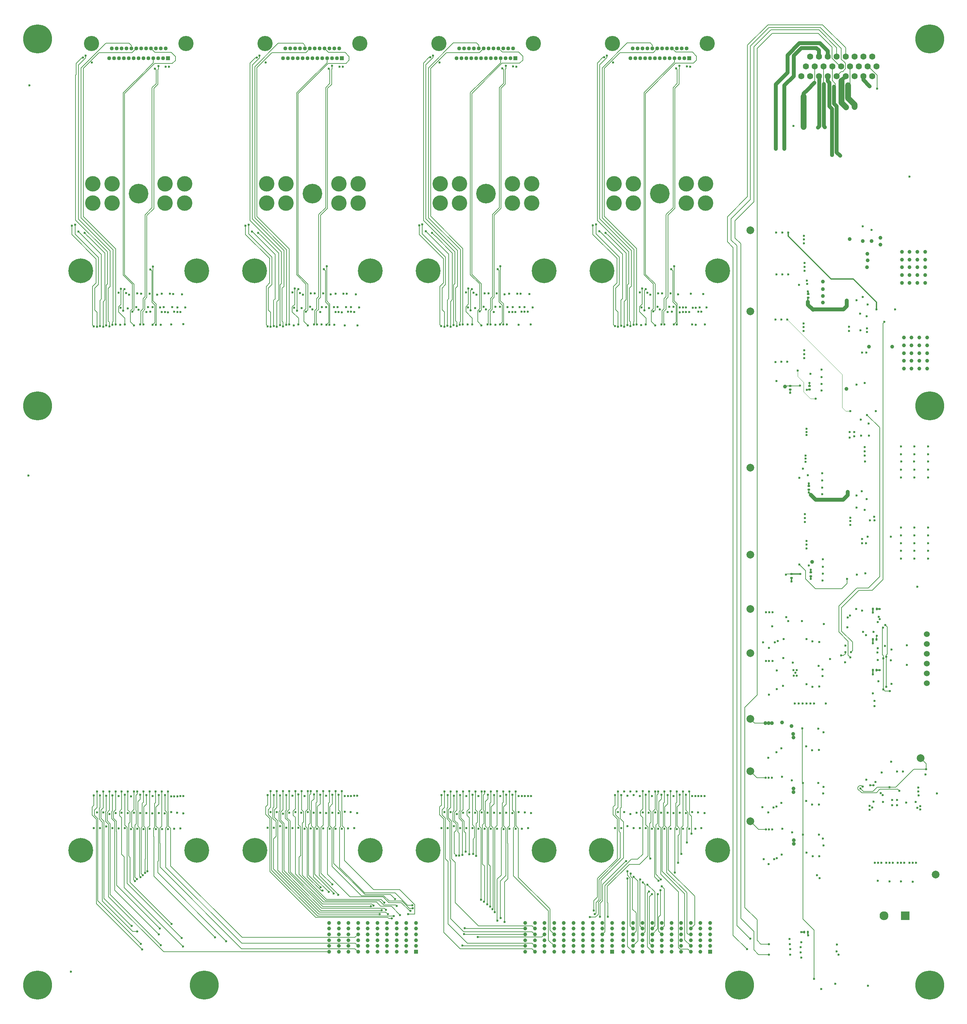
<source format=gbr>
%TF.GenerationSoftware,KiCad,Pcbnew,9.0.4-9.0.4-0~ubuntu22.04.1*%
%TF.CreationDate,2025-12-30T11:42:01-05:00*%
%TF.ProjectId,psc_carrier_brd,7073635f-6361-4727-9269-65725f627264,rev?*%
%TF.SameCoordinates,Original*%
%TF.FileFunction,Copper,L10,Bot*%
%TF.FilePolarity,Positive*%
%FSLAX46Y46*%
G04 Gerber Fmt 4.6, Leading zero omitted, Abs format (unit mm)*
G04 Created by KiCad (PCBNEW 9.0.4-9.0.4-0~ubuntu22.04.1) date 2025-12-30 11:42:01*
%MOMM*%
%LPD*%
G01*
G04 APERTURE LIST*
G04 Aperture macros list*
%AMRoundRect*
0 Rectangle with rounded corners*
0 $1 Rounding radius*
0 $2 $3 $4 $5 $6 $7 $8 $9 X,Y pos of 4 corners*
0 Add a 4 corners polygon primitive as box body*
4,1,4,$2,$3,$4,$5,$6,$7,$8,$9,$2,$3,0*
0 Add four circle primitives for the rounded corners*
1,1,$1+$1,$2,$3*
1,1,$1+$1,$4,$5*
1,1,$1+$1,$6,$7*
1,1,$1+$1,$8,$9*
0 Add four rect primitives between the rounded corners*
20,1,$1+$1,$2,$3,$4,$5,0*
20,1,$1+$1,$4,$5,$6,$7,0*
20,1,$1+$1,$6,$7,$8,$9,0*
20,1,$1+$1,$8,$9,$2,$3,0*%
G04 Aperture macros list end*
%TA.AperFunction,ComponentPad*%
%ADD10C,3.600000*%
%TD*%
%TA.AperFunction,ConnectorPad*%
%ADD11C,6.400000*%
%TD*%
%TA.AperFunction,ComponentPad*%
%ADD12C,2.000000*%
%TD*%
%TA.AperFunction,ComponentPad*%
%ADD13C,4.000000*%
%TD*%
%TA.AperFunction,ComponentPad*%
%ADD14C,5.080000*%
%TD*%
%TA.AperFunction,ComponentPad*%
%ADD15C,1.600200*%
%TD*%
%TA.AperFunction,ComponentPad*%
%ADD16C,7.500000*%
%TD*%
%TA.AperFunction,ComponentPad*%
%ADD17C,1.524000*%
%TD*%
%TA.AperFunction,ComponentPad*%
%ADD18R,1.016000X1.016000*%
%TD*%
%TA.AperFunction,ComponentPad*%
%ADD19C,1.016000*%
%TD*%
%TA.AperFunction,ComponentPad*%
%ADD20C,3.937000*%
%TD*%
%TA.AperFunction,ComponentPad*%
%ADD21R,1.000000X1.000000*%
%TD*%
%TA.AperFunction,ComponentPad*%
%ADD22C,1.000000*%
%TD*%
%TA.AperFunction,ComponentPad*%
%ADD23R,2.300000X2.300000*%
%TD*%
%TA.AperFunction,ComponentPad*%
%ADD24C,2.300000*%
%TD*%
%TA.AperFunction,SMDPad,CuDef*%
%ADD25RoundRect,0.140000X-0.140000X-0.170000X0.140000X-0.170000X0.140000X0.170000X-0.140000X0.170000X0*%
%TD*%
%TA.AperFunction,SMDPad,CuDef*%
%ADD26RoundRect,0.140000X0.170000X-0.140000X0.170000X0.140000X-0.170000X0.140000X-0.170000X-0.140000X0*%
%TD*%
%TA.AperFunction,SMDPad,CuDef*%
%ADD27RoundRect,0.140000X0.140000X0.170000X-0.140000X0.170000X-0.140000X-0.170000X0.140000X-0.170000X0*%
%TD*%
%TA.AperFunction,SMDPad,CuDef*%
%ADD28RoundRect,0.140000X-0.170000X0.140000X-0.170000X-0.140000X0.170000X-0.140000X0.170000X0.140000X0*%
%TD*%
%TA.AperFunction,ViaPad*%
%ADD29C,0.600000*%
%TD*%
%TA.AperFunction,ViaPad*%
%ADD30C,1.000000*%
%TD*%
%TA.AperFunction,Conductor*%
%ADD31C,0.200000*%
%TD*%
%TA.AperFunction,Conductor*%
%ADD32C,0.300000*%
%TD*%
%TA.AperFunction,Conductor*%
%ADD33C,0.110000*%
%TD*%
%TA.AperFunction,Conductor*%
%ADD34C,1.016000*%
%TD*%
%TA.AperFunction,Conductor*%
%ADD35C,0.150000*%
%TD*%
%TA.AperFunction,Conductor*%
%ADD36C,1.500000*%
%TD*%
%TA.AperFunction,Conductor*%
%ADD37C,1.000000*%
%TD*%
G04 APERTURE END LIST*
D10*
%TO.P,MT11,1,1*%
%TO.N,GND*%
X125000000Y-145000000D03*
D11*
X125000000Y-145000000D03*
%TD*%
D12*
%TO.P,TP4,1,1*%
%TO.N,-5.3V*%
X253500000Y-232500000D03*
%TD*%
D13*
%TO.P,U17,1,I+*%
%TO.N,/Ch3 Burden Resistor/Iin0.dcct+*%
X173142000Y-122500000D03*
%TO.P,U17,2,Vout+*%
%TO.N,/Ch3 Burden Resistor/Vout0.dcct+*%
X178142000Y-122500000D03*
%TO.P,U17,3,Vout-*%
%TO.N,/Ch3 Burden Resistor/Vout0.dcct-*%
X191858000Y-122500000D03*
%TO.P,U17,4,I-*%
%TO.N,/Ch3 Burden Resistor/Iin0.dcct-*%
X196858000Y-122500000D03*
%TO.P,U17,5,I+*%
%TO.N,/Ch3 Burden Resistor/Iin1.dcct+*%
X173142000Y-127500000D03*
%TO.P,U17,6,Vout+*%
%TO.N,/Ch3 Burden Resistor/Vout1.dcct+*%
X178142000Y-127500000D03*
%TO.P,U17,7,Vout-*%
%TO.N,/Ch3 Burden Resistor/Vout1.dcct-*%
X191858000Y-127500000D03*
%TO.P,U17,8,I-*%
%TO.N,/Ch3 Burden Resistor/Iin1.dcct-*%
X196858000Y-127500000D03*
D14*
%TO.P,U17,9*%
%TO.N,N/C*%
X185000000Y-125000000D03*
%TD*%
D15*
%TO.P,J7,1*%
%TO.N,+15V_DCCT*%
X285000000Y-94600000D03*
%TO.P,J7,2*%
%TO.N,/Ch1 Burden Resistor/Iin0.dcct+*%
X282714000Y-94600000D03*
%TO.P,J7,3*%
%TO.N,/Ch1 Burden Resistor/Iin1.dcct+*%
X280428000Y-94600000D03*
%TO.P,J7,4*%
%TO.N,/Ch2 Burden Resistor/Iin0.dcct+*%
X278142000Y-94600000D03*
%TO.P,J7,5*%
%TO.N,/DCCT Fault Logic/dcct_flt.12*%
X275830600Y-94600000D03*
%TO.P,J7,6*%
%TO.N,/Ch4 Burden Resistor/Iin0.dcct+*%
X273544600Y-94600000D03*
%TO.P,J7,7*%
%TO.N,/Ch3 Burden Resistor/Iin1.dcct+*%
X271258600Y-94600000D03*
%TO.P,J7,8*%
%TO.N,/Ch3 Burden Resistor/Iin0.dcct+*%
X268972600Y-94600000D03*
%TO.P,J7,9*%
%TO.N,+15V_DCCT*%
X266686600Y-94600000D03*
%TO.P,J7,10*%
%TO.N,GND*%
X286143000Y-92060000D03*
%TO.P,J7,11*%
%TO.N,/Ch1 Burden Resistor/Iin0.dcct-*%
X283857000Y-92060000D03*
%TO.P,J7,12*%
%TO.N,/Ch1 Burden Resistor/Iin1.dcct-*%
X281571000Y-92060000D03*
%TO.P,J7,13*%
%TO.N,/Ch2 Burden Resistor/Iin0.dcct-*%
X279259600Y-92060000D03*
%TO.P,J7,14*%
%TO.N,/DCCT Fault Logic/dcct_flt.34*%
X276973600Y-92060000D03*
%TO.P,J7,15*%
%TO.N,/Ch4 Burden Resistor/Iin0.dcct-*%
X274687600Y-92060000D03*
%TO.P,J7,16*%
%TO.N,/Ch3 Burden Resistor/Iin1.dcct-*%
X272401600Y-92060000D03*
%TO.P,J7,17*%
%TO.N,/Ch3 Burden Resistor/Iin0.dcct-*%
X270115600Y-92060000D03*
%TO.P,J7,18*%
%TO.N,GND*%
X267829600Y-92060000D03*
%TO.P,J7,19*%
%TO.N,-15V_DCCT*%
X285000000Y-89520000D03*
%TO.P,J7,20*%
%TO.N,/Ch2 Burden Resistor/Iin1.dcct+*%
X282714000Y-89520000D03*
%TO.P,J7,21*%
%TO.N,/Ch2 Burden Resistor/Iin1.dcct-*%
X280428000Y-89520000D03*
%TO.P,J7,22*%
%TO.N,/DCCT Fault Logic/dcct_flt.56*%
X278142000Y-89520000D03*
%TO.P,J7,23*%
%TO.N,/DCCT Fault Logic/dcct_flt.78*%
X275830600Y-89520000D03*
%TO.P,J7,24*%
%TO.N,/Ch4 Burden Resistor/Iin1.dcct+*%
X273544600Y-89520000D03*
%TO.P,J7,25*%
%TO.N,/Ch4 Burden Resistor/Iin1.dcct-*%
X271258600Y-89520000D03*
%TO.P,J7,26*%
%TO.N,-15V_DCCT*%
X268972600Y-89520000D03*
%TD*%
D16*
%TO.P,MT2,1,1*%
%TO.N,GND*%
X111960000Y-329920000D03*
%TD*%
D10*
%TO.P,MT21,1,1*%
%TO.N,GND*%
X214866500Y-295000000D03*
D11*
X214866500Y-295000000D03*
%TD*%
D13*
%TO.P,U16,1,I+*%
%TO.N,/Ch2 Burden Resistor/Iin0.dcct+*%
X128142000Y-122500000D03*
%TO.P,U16,2,Vout+*%
%TO.N,/Ch2 Burden Resistor/Vout0.dcct+*%
X133142000Y-122500000D03*
%TO.P,U16,3,Vout-*%
%TO.N,/Ch2 Burden Resistor/Vout0.dcct-*%
X146858000Y-122500000D03*
%TO.P,U16,4,I-*%
%TO.N,/Ch2 Burden Resistor/Iin0.dcct-*%
X151858000Y-122500000D03*
%TO.P,U16,5,I+*%
%TO.N,/Ch2 Burden Resistor/Iin1.dcct+*%
X128142000Y-127500000D03*
%TO.P,U16,6,Vout+*%
%TO.N,/Ch2 Burden Resistor/Vout1.dcct+*%
X133142000Y-127500000D03*
%TO.P,U16,7,Vout-*%
%TO.N,/Ch2 Burden Resistor/Vout1.dcct-*%
X146858000Y-127500000D03*
%TO.P,U16,8,I-*%
%TO.N,/Ch2 Burden Resistor/Iin1.dcct-*%
X151858000Y-127500000D03*
D14*
%TO.P,U16,9*%
%TO.N,N/C*%
X140000000Y-125000000D03*
%TD*%
D17*
%TO.P,U1,1,1*%
%TO.N,+18V*%
X299200000Y-239040000D03*
%TO.P,U1,2,2*%
%TO.N,GND*%
X299200000Y-241580000D03*
%TO.P,U1,3,3*%
%TO.N,-18V*%
X299200000Y-244120000D03*
%TO.P,U1,4,4*%
%TO.N,GND*%
X299200000Y-246660000D03*
%TO.P,U1,5,5*%
X299200000Y-249200000D03*
%TO.P,U1,6,6*%
X299200000Y-251740000D03*
%TD*%
D12*
%TO.P,TP5,1,1*%
%TO.N,+3.3V*%
X253500000Y-261000000D03*
%TD*%
D10*
%TO.P,MT22,1,1*%
%TO.N,GND*%
X245000000Y-295000000D03*
D11*
X245000000Y-295000000D03*
%TD*%
D12*
%TO.P,TP10,1,1*%
%TO.N,+15V_DCCT*%
X253500000Y-134500000D03*
%TD*%
%TO.P,TP3,1,1*%
%TO.N,+5.3V*%
X253500000Y-244000000D03*
%TD*%
%TO.P,TP7,1,1*%
%TO.N,+2.5V*%
X253500000Y-274500000D03*
%TD*%
D10*
%TO.P,MT14,1,1*%
%TO.N,GND*%
X155000000Y-295000000D03*
D11*
X155000000Y-295000000D03*
%TD*%
D10*
%TO.P,MT9,1,1*%
%TO.N,GND*%
X80000000Y-295000000D03*
D11*
X80000000Y-295000000D03*
%TD*%
D13*
%TO.P,U15,1,I+*%
%TO.N,/Ch1 Burden Resistor/Iin0.dcct+*%
X83142000Y-122500000D03*
%TO.P,U15,2,Vout+*%
%TO.N,/Ch1 Burden Resistor/Vout0.dcct+*%
X88142000Y-122500000D03*
%TO.P,U15,3,Vout-*%
%TO.N,/Ch1 Burden Resistor/Vout0.dcct-*%
X101858000Y-122500000D03*
%TO.P,U15,4,I-*%
%TO.N,/Ch1 Burden Resistor/Iin0.dcct-*%
X106858000Y-122500000D03*
%TO.P,U15,5,I+*%
%TO.N,/Ch1 Burden Resistor/Iin1.dcct+*%
X83142000Y-127500000D03*
%TO.P,U15,6,Vout+*%
%TO.N,/Ch1 Burden Resistor/Vout1.dcct+*%
X88142000Y-127500000D03*
%TO.P,U15,7,Vout-*%
%TO.N,/Ch1 Burden Resistor/Vout1.dcct-*%
X101858000Y-127500000D03*
%TO.P,U15,8,I-*%
%TO.N,/Ch1 Burden Resistor/Iin1.dcct-*%
X106858000Y-127500000D03*
D14*
%TO.P,U15,9*%
%TO.N,N/C*%
X95000000Y-125000000D03*
%TD*%
D10*
%TO.P,MT17,1,1*%
%TO.N,GND*%
X170000000Y-295000000D03*
D11*
X170000000Y-295000000D03*
%TD*%
D16*
%TO.P,MT4,1,1*%
%TO.N,GND*%
X299920000Y-85000000D03*
%TD*%
D10*
%TO.P,MT18,1,1*%
%TO.N,GND*%
X200000000Y-295000000D03*
D11*
X200000000Y-295000000D03*
%TD*%
D12*
%TO.P,TP2,1,1*%
%TO.N,+5.0V*%
X301500000Y-301300000D03*
%TD*%
D16*
%TO.P,MT5,1,1*%
%TO.N,GND*%
X299920000Y-329920000D03*
%TD*%
D12*
%TO.P,TP8,1,1*%
%TO.N,+15V*%
X253500000Y-196000000D03*
%TD*%
D16*
%TO.P,MT24,1,1*%
%TO.N,GND*%
X68780000Y-180000000D03*
%TD*%
D10*
%TO.P,MT16,1,1*%
%TO.N,GND*%
X200000000Y-145000000D03*
D11*
X200000000Y-145000000D03*
%TD*%
D16*
%TO.P,MT6,1,1*%
%TO.N,GND*%
X68780000Y-85000000D03*
%TD*%
D18*
%TO.P,J11,1,1*%
%TO.N,/Ch2 Daughterboard/reg.out+*%
X147620000Y-90000000D03*
D19*
%TO.P,J11,2,2*%
%TO.N,unconnected-(J11-Pad2)*%
X146350000Y-90000000D03*
%TO.P,J11,3,3*%
%TO.N,/Ch2 Daughterboard/ps.vout+*%
X145080000Y-90000000D03*
%TO.P,J11,4,4*%
%TO.N,/Ch2 Daughterboard/ps.ignd+*%
X143810000Y-90000000D03*
%TO.P,J11,5,5*%
%TO.N,/Ch2 Daughterboard/ps.spare+*%
X142540000Y-90000000D03*
%TO.P,J11,6,6*%
%TO.N,unconnected-(J11-Pad6)*%
X141270000Y-90000000D03*
%TO.P,J11,7,7*%
%TO.N,/Ch2 Daughterboard/digout.on1*%
X140000000Y-90000000D03*
%TO.P,J11,8,8*%
%TO.N,/Ch2 Daughterboard/digout.on2*%
X138730000Y-90000000D03*
%TO.P,J11,9,9*%
%TO.N,/Ch2 Daughterboard/digout.reset*%
X137460000Y-90000000D03*
%TO.P,J11,10,10*%
%TO.N,/Ch2 Daughterboard/digout.spare*%
X136190000Y-90000000D03*
%TO.P,J11,11,11*%
%TO.N,/Ch2 Daughterboard/digout.rtn*%
X134920000Y-90000000D03*
%TO.P,J11,12,12*%
X133650000Y-90000000D03*
%TO.P,J11,13,13*%
%TO.N,unconnected-(J11-Pad13)*%
X132380000Y-90000000D03*
%TO.P,J11,14,14*%
%TO.N,/Ch2 Daughterboard/reg.out-*%
X146985000Y-87460000D03*
%TO.P,J11,15,15*%
%TO.N,unconnected-(J11-Pad15)*%
X145715000Y-87460000D03*
%TO.P,J11,16,16*%
%TO.N,/Ch2 Daughterboard/ps.vout-*%
X144445000Y-87460000D03*
%TO.P,J11,17,17*%
%TO.N,/Ch2 Daughterboard/ps.ignd-*%
X143175000Y-87460000D03*
%TO.P,J11,18,18*%
%TO.N,/Ch2 Daughterboard/ps.spare-*%
X141905000Y-87460000D03*
%TO.P,J11,19,19*%
%TO.N,unconnected-(J11-Pad19)*%
X140635000Y-87460000D03*
%TO.P,J11,20,20*%
%TO.N,/Ch2 Daughterboard/digin.acon*%
X139365000Y-87460000D03*
%TO.P,J11,21,21*%
%TO.N,/Ch2 Daughterboard/digin.flt1*%
X138095000Y-87460000D03*
%TO.P,J11,22,22*%
%TO.N,/Ch2 Daughterboard/digin.flt2*%
X136825000Y-87460000D03*
%TO.P,J11,23,23*%
%TO.N,/Ch2 Daughterboard/digin.spare*%
X135555000Y-87460000D03*
%TO.P,J11,24,24*%
%TO.N,/Ch2 Daughterboard/digin.rtn*%
X134285000Y-87460000D03*
%TO.P,J11,25,25*%
X133015000Y-87460000D03*
D20*
%TO.P,J11,26*%
%TO.N,N/C*%
X127744500Y-86190000D03*
%TO.P,J11,27*%
X152255500Y-86190000D03*
%TD*%
D18*
%TO.P,J17,1,1*%
%TO.N,/Ch4 Daughterboard/reg.out+*%
X237620000Y-90000000D03*
D19*
%TO.P,J17,2,2*%
%TO.N,unconnected-(J17-Pad2)*%
X236350000Y-90000000D03*
%TO.P,J17,3,3*%
%TO.N,/Ch4 Daughterboard/ps.vout+*%
X235080000Y-90000000D03*
%TO.P,J17,4,4*%
%TO.N,/Ch4 Daughterboard/ps.ignd+*%
X233810000Y-90000000D03*
%TO.P,J17,5,5*%
%TO.N,/Ch4 Daughterboard/ps.spare+*%
X232540000Y-90000000D03*
%TO.P,J17,6,6*%
%TO.N,unconnected-(J17-Pad6)*%
X231270000Y-90000000D03*
%TO.P,J17,7,7*%
%TO.N,/Ch4 Daughterboard/digout.on1*%
X230000000Y-90000000D03*
%TO.P,J17,8,8*%
%TO.N,/Ch4 Daughterboard/digout.on2*%
X228730000Y-90000000D03*
%TO.P,J17,9,9*%
%TO.N,/Ch4 Daughterboard/digout.reset*%
X227460000Y-90000000D03*
%TO.P,J17,10,10*%
%TO.N,/Ch4 Daughterboard/digout.spare*%
X226190000Y-90000000D03*
%TO.P,J17,11,11*%
%TO.N,/Ch4 Daughterboard/digout.rtn*%
X224920000Y-90000000D03*
%TO.P,J17,12,12*%
X223650000Y-90000000D03*
%TO.P,J17,13,13*%
%TO.N,unconnected-(J17-Pad13)*%
X222380000Y-90000000D03*
%TO.P,J17,14,14*%
%TO.N,/Ch4 Daughterboard/reg.out-*%
X236985000Y-87460000D03*
%TO.P,J17,15,15*%
%TO.N,unconnected-(J17-Pad15)*%
X235715000Y-87460000D03*
%TO.P,J17,16,16*%
%TO.N,/Ch4 Daughterboard/ps.vout-*%
X234445000Y-87460000D03*
%TO.P,J17,17,17*%
%TO.N,/Ch4 Daughterboard/ps.ignd-*%
X233175000Y-87460000D03*
%TO.P,J17,18,18*%
%TO.N,/Ch4 Daughterboard/ps.spare-*%
X231905000Y-87460000D03*
%TO.P,J17,19,19*%
%TO.N,unconnected-(J17-Pad19)*%
X230635000Y-87460000D03*
%TO.P,J17,20,20*%
%TO.N,/Ch4 Daughterboard/digin.acon*%
X229365000Y-87460000D03*
%TO.P,J17,21,21*%
%TO.N,/Ch4 Daughterboard/digin.flt1*%
X228095000Y-87460000D03*
%TO.P,J17,22,22*%
%TO.N,/Ch4 Daughterboard/digin.flt2*%
X226825000Y-87460000D03*
%TO.P,J17,23,23*%
%TO.N,/Ch4 Daughterboard/digin.spare*%
X225555000Y-87460000D03*
%TO.P,J17,24,24*%
%TO.N,/Ch4 Daughterboard/digin.rtn*%
X224285000Y-87460000D03*
%TO.P,J17,25,25*%
X223015000Y-87460000D03*
D20*
%TO.P,J17,26*%
%TO.N,N/C*%
X217744500Y-86190000D03*
%TO.P,J17,27*%
X242255500Y-86190000D03*
%TD*%
D12*
%TO.P,TP9,1,1*%
%TO.N,-15V*%
X253500000Y-218500000D03*
%TD*%
D10*
%TO.P,MT20,1,1*%
%TO.N,GND*%
X245000000Y-145000000D03*
D11*
X245000000Y-145000000D03*
%TD*%
D21*
%TO.P,J2,A1,A1*%
%TO.N,/Ch2 Daughterboard/dcct.cnv*%
X166824000Y-321284000D03*
D22*
%TO.P,J2,A2,A2*%
%TO.N,/Ch2 Daughterboard/dcct.sdo1*%
X164324000Y-321284000D03*
%TO.P,J2,A3,A3*%
%TO.N,/Ch2 Daughterboard/dac.syncn*%
X161824000Y-321284000D03*
%TO.P,J2,A4,A4*%
%TO.N,/Ch2 Daughterboard/digio.out2*%
X159324000Y-321284000D03*
%TO.P,J2,A5,A5*%
%TO.N,/Ch2 Daughterboard/digio.in2*%
X156824000Y-321284000D03*
%TO.P,J2,A6,A6*%
%TO.N,unconnected-(J2-PadA6)*%
X154324000Y-321284000D03*
%TO.P,J2,A7,A7*%
%TO.N,/Ch1 Daughterboard/dcct.sck*%
X151824000Y-321284000D03*
%TO.P,J2,A8,A8*%
%TO.N,/Ch1 Daughterboard/dac.sclk*%
X149324000Y-321284000D03*
%TO.P,J2,A9,A9*%
%TO.N,/Ch1 Daughterboard/digio.out0*%
X146824000Y-321284000D03*
%TO.P,J2,A10,A10*%
%TO.N,/Ch1 Daughterboard/digio.in0*%
X144324000Y-321284000D03*
%TO.P,J2,B1,B1*%
%TO.N,/Ch2 Daughterboard/dcct.busy*%
X166824000Y-319784000D03*
%TO.P,J2,B2,B2*%
%TO.N,unconnected-(J2-PadB2)*%
X164324000Y-319784000D03*
%TO.P,J2,B3,B3*%
%TO.N,unconnected-(J2-PadB3)*%
X161824000Y-319784000D03*
%TO.P,J2,B4,B4*%
%TO.N,/Ch2 Daughterboard/digio.out3*%
X159324000Y-319784000D03*
%TO.P,J2,B5,B5*%
%TO.N,/Ch2 Daughterboard/digio.in3*%
X156824000Y-319784000D03*
%TO.P,J2,B6,B6*%
%TO.N,unconnected-(J2-PadB6)*%
X154324000Y-319784000D03*
%TO.P,J2,B7,B7*%
%TO.N,/Ch1 Daughterboard/dcct.sdo0*%
X151824000Y-319784000D03*
%TO.P,J2,B8,B8*%
%TO.N,/Ch1 Daughterboard/dac.sdin*%
X149324000Y-319784000D03*
%TO.P,J2,B9,B9*%
%TO.N,/Ch1 Daughterboard/digio.out1*%
X146824000Y-319784000D03*
%TO.P,J2,B10,B10*%
%TO.N,/Ch1 Daughterboard/digio.in1*%
X144324000Y-319784000D03*
%TO.P,J2,BG1,BG1*%
%TO.N,GND*%
X166824000Y-318284000D03*
%TO.P,J2,BG2,BG2*%
X164324000Y-318284000D03*
%TO.P,J2,BG3,BG3*%
X161824000Y-318284000D03*
%TO.P,J2,BG4,BG4*%
X159324000Y-318284000D03*
%TO.P,J2,BG5,BG5*%
X156824000Y-318284000D03*
%TO.P,J2,BG6,BG6*%
X154324000Y-318284000D03*
%TO.P,J2,BG7,BG7*%
X151824000Y-318284000D03*
%TO.P,J2,BG8,BG8*%
X149324000Y-318284000D03*
%TO.P,J2,BG9,BG9*%
X146824000Y-318284000D03*
%TO.P,J2,BG10,BG10*%
X144324000Y-318284000D03*
%TO.P,J2,C1,C1*%
%TO.N,/Ch2 Daughterboard/dcct.sck*%
X166824000Y-316784000D03*
%TO.P,J2,C2,C2*%
%TO.N,/Ch2 Daughterboard/dac.sclk*%
X164324000Y-316784000D03*
%TO.P,J2,C3,C3*%
%TO.N,/Ch2 Daughterboard/digio.out0*%
X161824000Y-316784000D03*
%TO.P,J2,C4,C4*%
%TO.N,/Ch2 Daughterboard/digio.in0*%
X159324000Y-316784000D03*
%TO.P,J2,C5,C5*%
%TO.N,unconnected-(J2-PadC5)*%
X156824000Y-316784000D03*
%TO.P,J2,C6,C6*%
%TO.N,/Ch1 Daughterboard/dcct.cnv*%
X154324000Y-316784000D03*
%TO.P,J2,C7,C7*%
%TO.N,/Ch1 Daughterboard/dcct.sdo1*%
X151824000Y-316784000D03*
%TO.P,J2,C8,C8*%
%TO.N,/Ch1 Daughterboard/dac.syncn*%
X149324000Y-316784000D03*
%TO.P,J2,C9,C9*%
%TO.N,/Ch1 Daughterboard/digio.out2*%
X146824000Y-316784000D03*
%TO.P,J2,C10,C10*%
%TO.N,/Ch1 Daughterboard/digio.in2*%
X144324000Y-316784000D03*
%TO.P,J2,D1,D1*%
%TO.N,/Ch2 Daughterboard/dcct.sdo0*%
X166824000Y-315284000D03*
%TO.P,J2,D2,D2*%
%TO.N,/Ch2 Daughterboard/dac.sdin*%
X164324000Y-315284000D03*
%TO.P,J2,D3,D3*%
%TO.N,/Ch2 Daughterboard/digio.out1*%
X161824000Y-315284000D03*
%TO.P,J2,D4,D4*%
%TO.N,/Ch2 Daughterboard/digio.in1*%
X159324000Y-315284000D03*
%TO.P,J2,D5,D5*%
%TO.N,unconnected-(J2-PadD5)*%
X156824000Y-315284000D03*
%TO.P,J2,D6,D6*%
%TO.N,/Ch1 Daughterboard/dcct.busy*%
X154324000Y-315284000D03*
%TO.P,J2,D7,D7*%
%TO.N,unconnected-(J2-PadD7)*%
X151824000Y-315284000D03*
%TO.P,J2,D8,D8*%
%TO.N,unconnected-(J2-PadD8)*%
X149324000Y-315284000D03*
%TO.P,J2,D9,D9*%
%TO.N,/Ch1 Daughterboard/digio.out3*%
X146824000Y-315284000D03*
%TO.P,J2,D10,D10*%
%TO.N,/Ch1 Daughterboard/digio.in3*%
X144324000Y-315284000D03*
%TO.P,J2,DG1,DG1*%
%TO.N,GND*%
X166824000Y-313784000D03*
%TO.P,J2,DG2,DG2*%
X164324000Y-313784000D03*
%TO.P,J2,DG3,DG3*%
X161824000Y-313784000D03*
%TO.P,J2,DG4,DG4*%
X159324000Y-313784000D03*
%TO.P,J2,DG5,DG5*%
X156824000Y-313784000D03*
%TO.P,J2,DG6,DG6*%
X154324000Y-313784000D03*
%TO.P,J2,DG7,DG7*%
X151824000Y-313784000D03*
%TO.P,J2,DG8,DG8*%
X149324000Y-313784000D03*
%TO.P,J2,DG9,DG9*%
X146824000Y-313784000D03*
%TO.P,J2,DG10,DG10*%
X144324000Y-313784000D03*
%TD*%
D21*
%TO.P,J1,A1,A1*%
%TO.N,/Ch4 Daughterboard/dcct.cnv*%
X217624000Y-321284000D03*
D22*
%TO.P,J1,A2,A2*%
%TO.N,/Ch4 Daughterboard/dcct.sdo1*%
X215124000Y-321284000D03*
%TO.P,J1,A3,A3*%
%TO.N,/Ch4 Daughterboard/dac.syncn*%
X212624000Y-321284000D03*
%TO.P,J1,A4,A4*%
%TO.N,/Ch4 Daughterboard/digio.out2*%
X210124000Y-321284000D03*
%TO.P,J1,A5,A5*%
%TO.N,/Ch4 Daughterboard/digio.in2*%
X207624000Y-321284000D03*
%TO.P,J1,A6,A6*%
%TO.N,unconnected-(J1-PadA6)*%
X205124000Y-321284000D03*
%TO.P,J1,A7,A7*%
%TO.N,/Ch3 Daughterboard/dcct.sck*%
X202624000Y-321284000D03*
%TO.P,J1,A8,A8*%
%TO.N,/Ch3 Daughterboard/dac.sclk*%
X200124000Y-321284000D03*
%TO.P,J1,A9,A9*%
%TO.N,/Ch3 Daughterboard/digio.out0*%
X197624000Y-321284000D03*
%TO.P,J1,A10,A10*%
%TO.N,/Ch3 Daughterboard/digio.in0*%
X195124000Y-321284000D03*
%TO.P,J1,B1,B1*%
%TO.N,/Ch4 Daughterboard/dcct.busy*%
X217624000Y-319784000D03*
%TO.P,J1,B2,B2*%
%TO.N,unconnected-(J1-PadB2)*%
X215124000Y-319784000D03*
%TO.P,J1,B3,B3*%
%TO.N,unconnected-(J1-PadB3)*%
X212624000Y-319784000D03*
%TO.P,J1,B4,B4*%
%TO.N,/Ch4 Daughterboard/digio.out3*%
X210124000Y-319784000D03*
%TO.P,J1,B5,B5*%
%TO.N,/Ch4 Daughterboard/digio.in3*%
X207624000Y-319784000D03*
%TO.P,J1,B6,B6*%
%TO.N,unconnected-(J1-PadB6)*%
X205124000Y-319784000D03*
%TO.P,J1,B7,B7*%
%TO.N,/Ch3 Daughterboard/dcct.sdo0*%
X202624000Y-319784000D03*
%TO.P,J1,B8,B8*%
%TO.N,/Ch3 Daughterboard/dac.sdin*%
X200124000Y-319784000D03*
%TO.P,J1,B9,B9*%
%TO.N,/Ch3 Daughterboard/digio.out1*%
X197624000Y-319784000D03*
%TO.P,J1,B10,B10*%
%TO.N,/Ch3 Daughterboard/digio.in1*%
X195124000Y-319784000D03*
%TO.P,J1,BG1,BG1*%
%TO.N,GND*%
X217624000Y-318284000D03*
%TO.P,J1,BG2,BG2*%
X215124000Y-318284000D03*
%TO.P,J1,BG3,BG3*%
X212624000Y-318284000D03*
%TO.P,J1,BG4,BG4*%
X210124000Y-318284000D03*
%TO.P,J1,BG5,BG5*%
X207624000Y-318284000D03*
%TO.P,J1,BG6,BG6*%
X205124000Y-318284000D03*
%TO.P,J1,BG7,BG7*%
X202624000Y-318284000D03*
%TO.P,J1,BG8,BG8*%
X200124000Y-318284000D03*
%TO.P,J1,BG9,BG9*%
X197624000Y-318284000D03*
%TO.P,J1,BG10,BG10*%
X195124000Y-318284000D03*
%TO.P,J1,C1,C1*%
%TO.N,/Ch4 Daughterboard/dcct.sck*%
X217624000Y-316784000D03*
%TO.P,J1,C2,C2*%
%TO.N,/Ch4 Daughterboard/dac.sclk*%
X215124000Y-316784000D03*
%TO.P,J1,C3,C3*%
%TO.N,/Ch4 Daughterboard/digio.out0*%
X212624000Y-316784000D03*
%TO.P,J1,C4,C4*%
%TO.N,/Ch4 Daughterboard/digio.in0*%
X210124000Y-316784000D03*
%TO.P,J1,C5,C5*%
%TO.N,unconnected-(J1-PadC5)*%
X207624000Y-316784000D03*
%TO.P,J1,C6,C6*%
%TO.N,/Ch3 Daughterboard/dcct.cnv*%
X205124000Y-316784000D03*
%TO.P,J1,C7,C7*%
%TO.N,/Ch3 Daughterboard/dcct.sdo1*%
X202624000Y-316784000D03*
%TO.P,J1,C8,C8*%
%TO.N,/Ch3 Daughterboard/dac.syncn*%
X200124000Y-316784000D03*
%TO.P,J1,C9,C9*%
%TO.N,/Ch3 Daughterboard/digio.out2*%
X197624000Y-316784000D03*
%TO.P,J1,C10,C10*%
%TO.N,/Ch3 Daughterboard/digio.in2*%
X195124000Y-316784000D03*
%TO.P,J1,D1,D1*%
%TO.N,/Ch4 Daughterboard/dcct.sdo0*%
X217624000Y-315284000D03*
%TO.P,J1,D2,D2*%
%TO.N,/Ch4 Daughterboard/dac.sdin*%
X215124000Y-315284000D03*
%TO.P,J1,D3,D3*%
%TO.N,/Ch4 Daughterboard/digio.out1*%
X212624000Y-315284000D03*
%TO.P,J1,D4,D4*%
%TO.N,/Ch4 Daughterboard/digio.in1*%
X210124000Y-315284000D03*
%TO.P,J1,D5,D5*%
%TO.N,unconnected-(J1-PadD5)*%
X207624000Y-315284000D03*
%TO.P,J1,D6,D6*%
%TO.N,/Ch3 Daughterboard/dcct.busy*%
X205124000Y-315284000D03*
%TO.P,J1,D7,D7*%
%TO.N,unconnected-(J1-PadD7)*%
X202624000Y-315284000D03*
%TO.P,J1,D8,D8*%
%TO.N,unconnected-(J1-PadD8)*%
X200124000Y-315284000D03*
%TO.P,J1,D9,D9*%
%TO.N,/Ch3 Daughterboard/digio.out3*%
X197624000Y-315284000D03*
%TO.P,J1,D10,D10*%
%TO.N,/Ch3 Daughterboard/digio.in3*%
X195124000Y-315284000D03*
%TO.P,J1,DG1,DG1*%
%TO.N,GND*%
X217624000Y-313784000D03*
%TO.P,J1,DG2,DG2*%
X215124000Y-313784000D03*
%TO.P,J1,DG3,DG3*%
X212624000Y-313784000D03*
%TO.P,J1,DG4,DG4*%
X210124000Y-313784000D03*
%TO.P,J1,DG5,DG5*%
X207624000Y-313784000D03*
%TO.P,J1,DG6,DG6*%
X205124000Y-313784000D03*
%TO.P,J1,DG7,DG7*%
X202624000Y-313784000D03*
%TO.P,J1,DG8,DG8*%
X200124000Y-313784000D03*
%TO.P,J1,DG9,DG9*%
X197624000Y-313784000D03*
%TO.P,J1,DG10,DG10*%
X195124000Y-313784000D03*
%TD*%
D10*
%TO.P,MT8,1,1*%
%TO.N,GND*%
X110000000Y-145000000D03*
D11*
X110000000Y-145000000D03*
%TD*%
D10*
%TO.P,MT19,1,1*%
%TO.N,GND*%
X215000000Y-145000000D03*
D11*
X215000000Y-145000000D03*
%TD*%
D16*
%TO.P,MT3,1,1*%
%TO.N,GND*%
X250644000Y-329920000D03*
%TD*%
D23*
%TO.P,J4,1,1*%
%TO.N,+5.0V*%
X293570000Y-312000000D03*
D24*
%TO.P,J4,2,2*%
%TO.N,GND*%
X288070000Y-312000000D03*
%TD*%
D13*
%TO.P,U18,1,I+*%
%TO.N,/Ch4 Burden Resistor/Iin0.dcct+*%
X218142000Y-122500000D03*
%TO.P,U18,2,Vout+*%
%TO.N,/Ch4 Burden Resistor/Vout0.dcct+*%
X223142000Y-122500000D03*
%TO.P,U18,3,Vout-*%
%TO.N,/Ch4 Burden Resistor/Vout0.dcct-*%
X236858000Y-122500000D03*
%TO.P,U18,4,I-*%
%TO.N,/Ch4 Burden Resistor/Iin0.dcct-*%
X241858000Y-122500000D03*
%TO.P,U18,5,I+*%
%TO.N,/Ch4 Burden Resistor/Iin1.dcct+*%
X218142000Y-127500000D03*
%TO.P,U18,6,Vout+*%
%TO.N,/Ch4 Burden Resistor/Vout1.dcct+*%
X223142000Y-127500000D03*
%TO.P,U18,7,Vout-*%
%TO.N,/Ch4 Burden Resistor/Vout1.dcct-*%
X236858000Y-127500000D03*
%TO.P,U18,8,I-*%
%TO.N,/Ch4 Burden Resistor/Iin1.dcct-*%
X241858000Y-127500000D03*
D14*
%TO.P,U18,9*%
%TO.N,N/C*%
X230000000Y-125000000D03*
%TD*%
D10*
%TO.P,MT15,1,1*%
%TO.N,GND*%
X170000000Y-145000000D03*
D11*
X170000000Y-145000000D03*
%TD*%
D21*
%TO.P,J3,A1,A1*%
%TO.N,/DCCT Fault Logic/dcct_flt_buf.12*%
X243024000Y-321284000D03*
D22*
%TO.P,J3,A2,A2*%
%TO.N,unconnected-(J3-PadA2)*%
X240524000Y-321284000D03*
%TO.P,J3,A3,A3*%
%TO.N,/Ch4 Daughterboard/mon.busy*%
X238024000Y-321284000D03*
%TO.P,J3,A4,A4*%
%TO.N,unconnected-(J3-PadA4)*%
X235524000Y-321284000D03*
%TO.P,J3,A5,A5*%
%TO.N,/Ch3 Daughterboard/mon.busy*%
X233024000Y-321284000D03*
%TO.P,J3,A6,A6*%
%TO.N,unconnected-(J3-PadA6)*%
X230524000Y-321284000D03*
%TO.P,J3,A7,A7*%
%TO.N,/Ch2 Daughterboard/mon.busy*%
X228024000Y-321284000D03*
%TO.P,J3,A8,A8*%
%TO.N,unconnected-(J3-PadA8)*%
X225524000Y-321284000D03*
%TO.P,J3,A9,A9*%
%TO.N,/Ch1 Daughterboard/mon.busy*%
X223024000Y-321284000D03*
%TO.P,J3,A10,A10*%
%TO.N,unconnected-(J3-PadA10)*%
X220524000Y-321284000D03*
%TO.P,J3,B1,B1*%
%TO.N,/DCCT Fault Logic/dcct_flt_buf.34*%
X243024000Y-319784000D03*
%TO.P,J3,B2,B2*%
%TO.N,unconnected-(J3-PadB2)*%
X240524000Y-319784000D03*
%TO.P,J3,B3,B3*%
%TO.N,/Ch4 Daughterboard/mon.fs*%
X238024000Y-319784000D03*
%TO.P,J3,B4,B4*%
%TO.N,unconnected-(J3-PadB4)*%
X235524000Y-319784000D03*
%TO.P,J3,B5,B5*%
%TO.N,/Ch3 Daughterboard/mon.fs*%
X233024000Y-319784000D03*
%TO.P,J3,B6,B6*%
%TO.N,unconnected-(J3-PadB6)*%
X230524000Y-319784000D03*
%TO.P,J3,B7,B7*%
%TO.N,/Ch2 Daughterboard/mon.fs*%
X228024000Y-319784000D03*
%TO.P,J3,B8,B8*%
%TO.N,unconnected-(J3-PadB8)*%
X225524000Y-319784000D03*
%TO.P,J3,B9,B9*%
%TO.N,/Ch1 Daughterboard/mon.fs*%
X223024000Y-319784000D03*
%TO.P,J3,B10,B10*%
%TO.N,/regulators/enb*%
X220524000Y-319784000D03*
%TO.P,J3,BG1,BG1*%
%TO.N,GND*%
X243024000Y-318284000D03*
%TO.P,J3,BG2,BG2*%
X240524000Y-318284000D03*
%TO.P,J3,BG3,BG3*%
X238024000Y-318284000D03*
%TO.P,J3,BG4,BG4*%
X235524000Y-318284000D03*
%TO.P,J3,BG5,BG5*%
X233024000Y-318284000D03*
%TO.P,J3,BG6,BG6*%
X230524000Y-318284000D03*
%TO.P,J3,BG7,BG7*%
X228024000Y-318284000D03*
%TO.P,J3,BG8,BG8*%
X225524000Y-318284000D03*
%TO.P,J3,BG9,BG9*%
X223024000Y-318284000D03*
%TO.P,J3,BG10,BG10*%
X220524000Y-318284000D03*
%TO.P,J3,C1,C1*%
%TO.N,/DCCT Fault Logic/dcct_flt_buf.56*%
X243024000Y-316784000D03*
%TO.P,J3,C2,C2*%
%TO.N,/Ch4 Daughterboard/mon.reset*%
X240524000Y-316784000D03*
%TO.P,J3,C3,C3*%
%TO.N,/Ch4 Daughterboard/mon.sdo*%
X238024000Y-316784000D03*
%TO.P,J3,C4,C4*%
%TO.N,/Ch3 Daughterboard/mon.reset*%
X235524000Y-316784000D03*
%TO.P,J3,C5,C5*%
%TO.N,/Ch3 Daughterboard/mon.sdo*%
X233024000Y-316784000D03*
%TO.P,J3,C6,C6*%
%TO.N,/Ch2 Daughterboard/mon.reset*%
X230524000Y-316784000D03*
%TO.P,J3,C7,C7*%
%TO.N,/Ch2 Daughterboard/mon.sdo*%
X228024000Y-316784000D03*
%TO.P,J3,C8,C8*%
%TO.N,/Ch1 Daughterboard/mon.reset*%
X225524000Y-316784000D03*
%TO.P,J3,C9,C9*%
%TO.N,/Ch1 Daughterboard/mon.sdo*%
X223024000Y-316784000D03*
%TO.P,J3,C10,C10*%
%TO.N,/regulators/i2c_sda*%
X220524000Y-316784000D03*
%TO.P,J3,D1,D1*%
%TO.N,/DCCT Fault Logic/dcct_flt_buf.78*%
X243024000Y-315284000D03*
%TO.P,J3,D2,D2*%
%TO.N,/Ch4 Daughterboard/mon.cnvrt*%
X240524000Y-315284000D03*
%TO.P,J3,D3,D3*%
%TO.N,/Ch4 Daughterboard/mon.sclk*%
X238024000Y-315284000D03*
%TO.P,J3,D4,D4*%
%TO.N,/Ch3 Daughterboard/mon.cnvrt*%
X235524000Y-315284000D03*
%TO.P,J3,D5,D5*%
%TO.N,/Ch3 Daughterboard/mon.sclk*%
X233024000Y-315284000D03*
%TO.P,J3,D6,D6*%
%TO.N,/Ch2 Daughterboard/mon.cnvrt*%
X230524000Y-315284000D03*
%TO.P,J3,D7,D7*%
%TO.N,/Ch2 Daughterboard/mon.sclk*%
X228024000Y-315284000D03*
%TO.P,J3,D8,D8*%
%TO.N,/Ch1 Daughterboard/mon.cnvrt*%
X225524000Y-315284000D03*
%TO.P,J3,D9,D9*%
%TO.N,/Ch1 Daughterboard/mon.sclk*%
X223024000Y-315284000D03*
%TO.P,J3,D10,D10*%
%TO.N,/regulators/i2c_scl*%
X220524000Y-315284000D03*
%TO.P,J3,DG1,DG1*%
%TO.N,GND*%
X243024000Y-313784000D03*
%TO.P,J3,DG2,DG2*%
X240524000Y-313784000D03*
%TO.P,J3,DG3,DG3*%
X238024000Y-313784000D03*
%TO.P,J3,DG4,DG4*%
X235524000Y-313784000D03*
%TO.P,J3,DG5,DG5*%
X233024000Y-313784000D03*
%TO.P,J3,DG6,DG6*%
X230524000Y-313784000D03*
%TO.P,J3,DG7,DG7*%
X228024000Y-313784000D03*
%TO.P,J3,DG8,DG8*%
X225524000Y-313784000D03*
%TO.P,J3,DG9,DG9*%
X223024000Y-313784000D03*
%TO.P,J3,DG10,DG10*%
X220524000Y-313784000D03*
%TD*%
D10*
%TO.P,MT13,1,1*%
%TO.N,GND*%
X125100000Y-295000000D03*
D11*
X125100000Y-295000000D03*
%TD*%
D12*
%TO.P,TP1,1,1*%
%TO.N,Net-(Q1-G)*%
X297600000Y-271150000D03*
%TD*%
D10*
%TO.P,MT10,1,1*%
%TO.N,GND*%
X110000000Y-295000000D03*
D11*
X110000000Y-295000000D03*
%TD*%
D10*
%TO.P,MT7,1,1*%
%TO.N,GND*%
X80000000Y-145000000D03*
D11*
X80000000Y-145000000D03*
%TD*%
D18*
%TO.P,J14,1,1*%
%TO.N,/Ch3 Daughterboard/reg.out+*%
X192620000Y-90000000D03*
D19*
%TO.P,J14,2,2*%
%TO.N,unconnected-(J14-Pad2)*%
X191350000Y-90000000D03*
%TO.P,J14,3,3*%
%TO.N,/Ch3 Daughterboard/ps.vout+*%
X190080000Y-90000000D03*
%TO.P,J14,4,4*%
%TO.N,/Ch3 Daughterboard/ps.ignd+*%
X188810000Y-90000000D03*
%TO.P,J14,5,5*%
%TO.N,/Ch3 Daughterboard/ps.spare+*%
X187540000Y-90000000D03*
%TO.P,J14,6,6*%
%TO.N,unconnected-(J14-Pad6)*%
X186270000Y-90000000D03*
%TO.P,J14,7,7*%
%TO.N,/Ch3 Daughterboard/digout.on1*%
X185000000Y-90000000D03*
%TO.P,J14,8,8*%
%TO.N,/Ch3 Daughterboard/digout.on2*%
X183730000Y-90000000D03*
%TO.P,J14,9,9*%
%TO.N,/Ch3 Daughterboard/digout.reset*%
X182460000Y-90000000D03*
%TO.P,J14,10,10*%
%TO.N,/Ch3 Daughterboard/digout.spare*%
X181190000Y-90000000D03*
%TO.P,J14,11,11*%
%TO.N,/Ch3 Daughterboard/digout.rtn*%
X179920000Y-90000000D03*
%TO.P,J14,12,12*%
X178650000Y-90000000D03*
%TO.P,J14,13,13*%
%TO.N,unconnected-(J14-Pad13)*%
X177380000Y-90000000D03*
%TO.P,J14,14,14*%
%TO.N,/Ch3 Daughterboard/reg.out-*%
X191985000Y-87460000D03*
%TO.P,J14,15,15*%
%TO.N,unconnected-(J14-Pad15)*%
X190715000Y-87460000D03*
%TO.P,J14,16,16*%
%TO.N,/Ch3 Daughterboard/ps.vout-*%
X189445000Y-87460000D03*
%TO.P,J14,17,17*%
%TO.N,/Ch3 Daughterboard/ps.ignd-*%
X188175000Y-87460000D03*
%TO.P,J14,18,18*%
%TO.N,/Ch3 Daughterboard/ps.spare-*%
X186905000Y-87460000D03*
%TO.P,J14,19,19*%
%TO.N,unconnected-(J14-Pad19)*%
X185635000Y-87460000D03*
%TO.P,J14,20,20*%
%TO.N,/Ch3 Daughterboard/digin.acon*%
X184365000Y-87460000D03*
%TO.P,J14,21,21*%
%TO.N,/Ch3 Daughterboard/digin.flt1*%
X183095000Y-87460000D03*
%TO.P,J14,22,22*%
%TO.N,/Ch3 Daughterboard/digin.flt2*%
X181825000Y-87460000D03*
%TO.P,J14,23,23*%
%TO.N,/Ch3 Daughterboard/digin.spare*%
X180555000Y-87460000D03*
%TO.P,J14,24,24*%
%TO.N,/Ch3 Daughterboard/digin.rtn*%
X179285000Y-87460000D03*
%TO.P,J14,25,25*%
X178015000Y-87460000D03*
D20*
%TO.P,J14,26*%
%TO.N,N/C*%
X172744500Y-86190000D03*
%TO.P,J14,27*%
X197255500Y-86190000D03*
%TD*%
D16*
%TO.P,MT23,1,1*%
%TO.N,GND*%
X299920000Y-180000000D03*
%TD*%
D12*
%TO.P,TP11,1,1*%
%TO.N,-15V_DCCT*%
X253500000Y-155500000D03*
%TD*%
D10*
%TO.P,MT12,1,1*%
%TO.N,GND*%
X155000000Y-145000000D03*
D11*
X155000000Y-145000000D03*
%TD*%
D18*
%TO.P,J8,1,1*%
%TO.N,/Ch1 Daughterboard/reg.out+*%
X102620000Y-90000000D03*
D19*
%TO.P,J8,2,2*%
%TO.N,unconnected-(J8-Pad2)*%
X101350000Y-90000000D03*
%TO.P,J8,3,3*%
%TO.N,/Ch1 Daughterboard/ps.vout+*%
X100080000Y-90000000D03*
%TO.P,J8,4,4*%
%TO.N,/Ch1 Daughterboard/ps.ignd+*%
X98810000Y-90000000D03*
%TO.P,J8,5,5*%
%TO.N,/Ch1 Daughterboard/ps.spare+*%
X97540000Y-90000000D03*
%TO.P,J8,6,6*%
%TO.N,unconnected-(J8-Pad6)*%
X96270000Y-90000000D03*
%TO.P,J8,7,7*%
%TO.N,/Ch1 Daughterboard/digout.on1*%
X95000000Y-90000000D03*
%TO.P,J8,8,8*%
%TO.N,/Ch1 Daughterboard/digout.on2*%
X93730000Y-90000000D03*
%TO.P,J8,9,9*%
%TO.N,/Ch1 Daughterboard/digout.reset*%
X92460000Y-90000000D03*
%TO.P,J8,10,10*%
%TO.N,/Ch1 Daughterboard/digout.spare*%
X91190000Y-90000000D03*
%TO.P,J8,11,11*%
%TO.N,/Ch1 Daughterboard/digout.rtn*%
X89920000Y-90000000D03*
%TO.P,J8,12,12*%
X88650000Y-90000000D03*
%TO.P,J8,13,13*%
%TO.N,unconnected-(J8-Pad13)*%
X87380000Y-90000000D03*
%TO.P,J8,14,14*%
%TO.N,/Ch1 Daughterboard/reg.out-*%
X101985000Y-87460000D03*
%TO.P,J8,15,15*%
%TO.N,unconnected-(J8-Pad15)*%
X100715000Y-87460000D03*
%TO.P,J8,16,16*%
%TO.N,/Ch1 Daughterboard/ps.vout-*%
X99445000Y-87460000D03*
%TO.P,J8,17,17*%
%TO.N,/Ch1 Daughterboard/ps.ignd-*%
X98175000Y-87460000D03*
%TO.P,J8,18,18*%
%TO.N,/Ch1 Daughterboard/ps.spare-*%
X96905000Y-87460000D03*
%TO.P,J8,19,19*%
%TO.N,unconnected-(J8-Pad19)*%
X95635000Y-87460000D03*
%TO.P,J8,20,20*%
%TO.N,/Ch1 Daughterboard/digin.acon*%
X94365000Y-87460000D03*
%TO.P,J8,21,21*%
%TO.N,/Ch1 Daughterboard/digin.flt1*%
X93095000Y-87460000D03*
%TO.P,J8,22,22*%
%TO.N,/Ch1 Daughterboard/digin.flt2*%
X91825000Y-87460000D03*
%TO.P,J8,23,23*%
%TO.N,/Ch1 Daughterboard/digin.spare*%
X90555000Y-87460000D03*
%TO.P,J8,24,24*%
%TO.N,/Ch1 Daughterboard/digin.rtn*%
X89285000Y-87460000D03*
%TO.P,J8,25,25*%
X88015000Y-87460000D03*
D20*
%TO.P,J8,26*%
%TO.N,N/C*%
X82744500Y-86190000D03*
%TO.P,J8,27*%
X107255500Y-86190000D03*
%TD*%
D12*
%TO.P,TP6,1,1*%
%TO.N,+1.8V*%
X253500000Y-287500000D03*
%TD*%
D16*
%TO.P,MT1,1,1*%
%TO.N,GND*%
X68780000Y-329920000D03*
%TD*%
D25*
%TO.P,C58,1*%
%TO.N,+3.3V*%
X285220000Y-248400000D03*
%TO.P,C58,2*%
%TO.N,GND*%
X286180000Y-248400000D03*
%TD*%
D26*
%TO.P,C14,1*%
%TO.N,+5.0V*%
X269125000Y-224050000D03*
%TO.P,C14,2*%
%TO.N,GND*%
X269125000Y-223090000D03*
%TD*%
D27*
%TO.P,C75,1*%
%TO.N,+3.3V*%
X268380000Y-316200000D03*
%TO.P,C75,2*%
%TO.N,GND*%
X267420000Y-316200000D03*
%TD*%
D28*
%TO.P,C13,1*%
%TO.N,/regulators/+15v -15v PSC Regulators/-15V_PSC_REG*%
X264150000Y-223515000D03*
%TO.P,C13,2*%
%TO.N,GND*%
X264150000Y-224475000D03*
%TD*%
%TO.P,C72,1*%
%TO.N,/regulators/+15v -15v DCCT Regulators/-15V_DCCT_REG*%
X263800000Y-174800000D03*
%TO.P,C72,2*%
%TO.N,GND*%
X263800000Y-175760000D03*
%TD*%
D26*
%TO.P,C74,1*%
%TO.N,/regulators/+15v -15v DCCT Regulators/+15V_DCCT_REG*%
X268412500Y-151960000D03*
%TO.P,C74,2*%
%TO.N,GND*%
X268412500Y-151000000D03*
%TD*%
%TO.P,C15,1*%
%TO.N,/regulators/+15v -15v PSC Regulators/+15V_PSC_REG*%
X268590000Y-201660000D03*
%TO.P,C15,2*%
%TO.N,GND*%
X268590000Y-200700000D03*
%TD*%
D25*
%TO.P,C59,1*%
%TO.N,+3.3V*%
X285220000Y-240400000D03*
%TO.P,C59,2*%
%TO.N,GND*%
X286180000Y-240400000D03*
%TD*%
D26*
%TO.P,C73,1*%
%TO.N,+5.0V*%
X268800000Y-175760000D03*
%TO.P,C73,2*%
%TO.N,GND*%
X268800000Y-174800000D03*
%TD*%
D25*
%TO.P,C57,1*%
%TO.N,+3.3V*%
X285240000Y-232500000D03*
%TO.P,C57,2*%
%TO.N,GND*%
X286200000Y-232500000D03*
%TD*%
D29*
%TO.N,*%
X284450000Y-209600000D03*
X285550000Y-208700000D03*
X285600000Y-209600000D03*
%TO.N,GND*%
X290175000Y-283300000D03*
X138000000Y-280950000D03*
X283125000Y-174075000D03*
X194190000Y-155545000D03*
X150800000Y-280900000D03*
X146750000Y-285350000D03*
X239200000Y-281000000D03*
X263700000Y-319350000D03*
X143550000Y-285350000D03*
X283100000Y-206900000D03*
X148400000Y-285050000D03*
X225300000Y-154495000D03*
X149200000Y-289350000D03*
X260190000Y-269585000D03*
X194250000Y-281000000D03*
X230620000Y-150825000D03*
X287850000Y-282500000D03*
X281000000Y-174450000D03*
X267528302Y-143000000D03*
X224800000Y-280950000D03*
X282600000Y-133500000D03*
X90600000Y-285250000D03*
X258150000Y-285190000D03*
X194250000Y-289400000D03*
X188600000Y-285400000D03*
X233550000Y-285400000D03*
X142400000Y-158900000D03*
X296950000Y-278800000D03*
X136780000Y-150735000D03*
D30*
X264690000Y-292390000D03*
D29*
X101750000Y-285450000D03*
X187850000Y-289400000D03*
X286500950Y-242729431D03*
X289500000Y-303100000D03*
X296275000Y-282475000D03*
X258240000Y-298590000D03*
X103400000Y-281050000D03*
X271250000Y-283140000D03*
X141200000Y-289400000D03*
X224800000Y-150595000D03*
X268050000Y-240325000D03*
X145700000Y-159000000D03*
X299500000Y-192500000D03*
X275800000Y-321200000D03*
X260550000Y-240825000D03*
X267590494Y-208000000D03*
D30*
X294725000Y-148100000D03*
D29*
X266200000Y-198600000D03*
X260200000Y-283690000D03*
X286399809Y-243769431D03*
D30*
X298725000Y-142100000D03*
D29*
X193065000Y-150895000D03*
X228000000Y-281000000D03*
X240800000Y-280950000D03*
X261590000Y-296100000D03*
X296000000Y-198500000D03*
X140620000Y-150855000D03*
X129200000Y-285100000D03*
D30*
X292725000Y-148100000D03*
D29*
X98600000Y-154400000D03*
X260300000Y-253250000D03*
X183850000Y-285200000D03*
D30*
X296725000Y-140100000D03*
D29*
X90300000Y-154550000D03*
D30*
X298725000Y-140100000D03*
D29*
X282600000Y-151800000D03*
X236808205Y-154508205D03*
X134000000Y-285250000D03*
X225200000Y-159050000D03*
X292500000Y-190500000D03*
X283600000Y-156800000D03*
X283875000Y-153675000D03*
X242100000Y-154445000D03*
X194990000Y-154395000D03*
X259600000Y-297300000D03*
X293000000Y-274600000D03*
X256600000Y-283840000D03*
X104200000Y-281050000D03*
X146000000Y-155675000D03*
X77400000Y-326400000D03*
X290175000Y-281975000D03*
X137540000Y-151165000D03*
X240300000Y-154500000D03*
X89800000Y-289350000D03*
X258300000Y-242650000D03*
X268050000Y-252000000D03*
X299500000Y-198500000D03*
D30*
X294725000Y-146100000D03*
D29*
X268000000Y-216900000D03*
X264650000Y-248350000D03*
X281000000Y-203200000D03*
X147600000Y-289400000D03*
X134800000Y-280900000D03*
X197090000Y-154445000D03*
X280950000Y-206300000D03*
X184960000Y-154985000D03*
X269590000Y-296590000D03*
X152100000Y-154475000D03*
X263300000Y-235700000D03*
X269550000Y-252700000D03*
X192650000Y-289450000D03*
X267800000Y-194400000D03*
X101000000Y-155700000D03*
X265450000Y-248350000D03*
X96200000Y-289500000D03*
X180650000Y-285200000D03*
X146500000Y-154400000D03*
X269490000Y-269085000D03*
X266700000Y-316200000D03*
X271340000Y-296540000D03*
D30*
X264600000Y-278990000D03*
D29*
X268000000Y-215900000D03*
D30*
X269475000Y-220350000D03*
D29*
X264200000Y-276940000D03*
X261780000Y-289400000D03*
X282300000Y-202100000D03*
X271800000Y-330900000D03*
X261900000Y-252400000D03*
D30*
X292775000Y-144100000D03*
D29*
X95350000Y-285350000D03*
X296000000Y-196500000D03*
X284900000Y-134400000D03*
X91780000Y-150760000D03*
X283200000Y-194350000D03*
X178250000Y-289250000D03*
X137200000Y-154675000D03*
X151225000Y-151050000D03*
D30*
X264590000Y-264885000D03*
D29*
X266700000Y-322800000D03*
X195050000Y-281000000D03*
X89800000Y-150650000D03*
X291500000Y-274650000D03*
X232800000Y-289400000D03*
X296000000Y-192500000D03*
X267590494Y-210000000D03*
X138800000Y-285150000D03*
X173450000Y-289250000D03*
X188590000Y-154345000D03*
X196215000Y-151020000D03*
X94600000Y-289450000D03*
X267940000Y-268135000D03*
X239300000Y-159000000D03*
X239200000Y-289400000D03*
X99770000Y-151150000D03*
X139970000Y-155015000D03*
X283900000Y-330100000D03*
X286500000Y-302900000D03*
X264750000Y-249800000D03*
X219200000Y-285150000D03*
X97800000Y-289450000D03*
D30*
X298725000Y-148100000D03*
X292725000Y-146100000D03*
D29*
X285400000Y-238500000D03*
X283600000Y-204100000D03*
X233600000Y-154345000D03*
X258140000Y-271085000D03*
X190400000Y-158900000D03*
X267100000Y-196200000D03*
X292500000Y-303110000D03*
X285350000Y-278200000D03*
X287000000Y-235200000D03*
X267273794Y-160600000D03*
X143600000Y-280900000D03*
X149200000Y-280950000D03*
X224000000Y-285300000D03*
X267950000Y-282240000D03*
X283825000Y-213800000D03*
X262060000Y-240325000D03*
X105000000Y-154450000D03*
X83400000Y-289300000D03*
X233150000Y-155600000D03*
X295900000Y-194375000D03*
X180290000Y-154495000D03*
X149200000Y-155575000D03*
X133200000Y-289200000D03*
X267273794Y-159600000D03*
X268000000Y-185900000D03*
X268000000Y-187500000D03*
X299500000Y-190500000D03*
X98050000Y-155550000D03*
X106600000Y-281000000D03*
D30*
X264140000Y-262835000D03*
D29*
X269500000Y-283190000D03*
X142000000Y-285250000D03*
X269000000Y-171700000D03*
X190990000Y-155645000D03*
X94970000Y-155040000D03*
X262780000Y-234680000D03*
X230350000Y-285300000D03*
X174250000Y-285150000D03*
X150000000Y-280950000D03*
X285400000Y-282450000D03*
X193450000Y-285100000D03*
X286950000Y-248400000D03*
X98550000Y-285450000D03*
X296000000Y-190500000D03*
X267382094Y-137900000D03*
X268040000Y-295640000D03*
D30*
X261690000Y-261885000D03*
D29*
X179050000Y-285300000D03*
X142800000Y-289350000D03*
X286700000Y-234600000D03*
X283225000Y-223325000D03*
X264300000Y-290340000D03*
X104200000Y-289450000D03*
X148400000Y-159100000D03*
D30*
X296725000Y-144100000D03*
D29*
X294700000Y-120600000D03*
X284550000Y-278200000D03*
X267406108Y-167600000D03*
X265100000Y-249045000D03*
X271240000Y-269035000D03*
X66700000Y-97000000D03*
X92540000Y-151190000D03*
X143600000Y-154375000D03*
X259800000Y-241200000D03*
X289950000Y-272050000D03*
X259500000Y-283900000D03*
X195850000Y-280950000D03*
X264500000Y-246450000D03*
X268800000Y-174000000D03*
X185610000Y-150825000D03*
X262050000Y-245200000D03*
X188650000Y-280950000D03*
X218400000Y-289250000D03*
X151600000Y-280900000D03*
D30*
X283725000Y-144025000D03*
D29*
X227200000Y-154645000D03*
X132400000Y-285550000D03*
X281900000Y-156100000D03*
X93000000Y-281050000D03*
X185400000Y-285300000D03*
X292500000Y-196500000D03*
X299500000Y-194375000D03*
X260290000Y-297090000D03*
X180200000Y-158900000D03*
X97000000Y-285350000D03*
X267800000Y-193600000D03*
X151700000Y-159100000D03*
D30*
X294725000Y-144100000D03*
D29*
X224800000Y-289300000D03*
X268600000Y-200000000D03*
X179850000Y-280950000D03*
D30*
X296725000Y-146100000D03*
D29*
X97000000Y-155700000D03*
X269550000Y-240950000D03*
X267273794Y-158600000D03*
X281000000Y-152600000D03*
D30*
X292725000Y-142100000D03*
D29*
X291500000Y-283300000D03*
X90200000Y-159000000D03*
X191903205Y-154403205D03*
X128400000Y-289200000D03*
X88200000Y-289300000D03*
X148400000Y-280950000D03*
X267528302Y-144000000D03*
X289825000Y-213800000D03*
X278000000Y-246300000D03*
X139600000Y-289350000D03*
X182190000Y-154645000D03*
X135300000Y-154525000D03*
X267590494Y-209000000D03*
X286650000Y-251250000D03*
X268000000Y-214900000D03*
X231200000Y-289450000D03*
X233600000Y-280950000D03*
X92200000Y-154700000D03*
X106600000Y-158800000D03*
X238350000Y-158850000D03*
X103400000Y-285150000D03*
X266100000Y-148600000D03*
X105800000Y-281000000D03*
X95620000Y-150880000D03*
X191800000Y-285400000D03*
X102600000Y-289500000D03*
X98600000Y-281000000D03*
X186250000Y-289450000D03*
X263750000Y-322000000D03*
X281025000Y-223625000D03*
X101500000Y-154425000D03*
X238400000Y-285100000D03*
X196600000Y-158900000D03*
X268000000Y-186700000D03*
X290000000Y-243000000D03*
X184650000Y-289400000D03*
X182530000Y-151135000D03*
X293850000Y-282700000D03*
X89000000Y-285350000D03*
X226780000Y-150705000D03*
X135600000Y-285150000D03*
X267406108Y-166600000D03*
X235200000Y-155750000D03*
X267382094Y-135900000D03*
D30*
X296725000Y-148100000D03*
D29*
X105000000Y-281050000D03*
X258250000Y-254750000D03*
X187400000Y-159000000D03*
X275500000Y-329600000D03*
X291000000Y-155000000D03*
X107100000Y-154500000D03*
X291500000Y-281975000D03*
X292500000Y-192500000D03*
X225600000Y-285200000D03*
X140350000Y-285250000D03*
D30*
X298725000Y-144100000D03*
D29*
X261490000Y-268635000D03*
X84200000Y-285200000D03*
X229600000Y-289400000D03*
X89800000Y-281000000D03*
X286500000Y-235900000D03*
X237600000Y-289450000D03*
D30*
X284225000Y-164600000D03*
D29*
X267800000Y-192800000D03*
X267528302Y-145000000D03*
X186990000Y-155645000D03*
X228800000Y-285200000D03*
X193450000Y-281000000D03*
X87400000Y-285650000D03*
X238400000Y-281000000D03*
X271290000Y-241080000D03*
D30*
X294725000Y-140100000D03*
D29*
X298850000Y-275350000D03*
X193400000Y-159000000D03*
D30*
X290225000Y-164600000D03*
D29*
X287000000Y-232500000D03*
X238075000Y-150895000D03*
D30*
X296725000Y-142100000D03*
D29*
X268400000Y-150300000D03*
X106225000Y-151075000D03*
X263800000Y-176600000D03*
D30*
X264730000Y-293340000D03*
D29*
X285200000Y-254400000D03*
D30*
X264630000Y-265835000D03*
D29*
X183050000Y-281000000D03*
X142000000Y-155675000D03*
X283500000Y-276750000D03*
D30*
X264640000Y-279940000D03*
D29*
X103400000Y-158900000D03*
X256900000Y-297300000D03*
X222400000Y-285600000D03*
X295500000Y-303150000D03*
X265500000Y-249800000D03*
X187050000Y-285300000D03*
X269150000Y-222345000D03*
X241225000Y-151020000D03*
X240000000Y-281000000D03*
X234770000Y-151095000D03*
X287475000Y-274875000D03*
X264162500Y-225412500D03*
X299500000Y-196500000D03*
X103075000Y-150950000D03*
X189760000Y-151095000D03*
X150000000Y-154425000D03*
X268100000Y-147500000D03*
X179790000Y-150595000D03*
D30*
X292725000Y-140100000D03*
D29*
X256800000Y-241200000D03*
X100700000Y-159000000D03*
X275900000Y-319400000D03*
X66400000Y-198000000D03*
X135200000Y-159100000D03*
X284100000Y-184500000D03*
D30*
X294725000Y-142100000D03*
D29*
X296700000Y-226800000D03*
X292500000Y-198500000D03*
X263650000Y-318000000D03*
X134800000Y-289250000D03*
X227540000Y-151135000D03*
X236000000Y-155645000D03*
X144770000Y-151125000D03*
X104200000Y-155600000D03*
X232000000Y-155645000D03*
X263750000Y-320600000D03*
X134800000Y-150625000D03*
X223200000Y-289250000D03*
X282100000Y-183500000D03*
X93800000Y-285250000D03*
X148075000Y-150925000D03*
X177450000Y-285600000D03*
X271300000Y-252600000D03*
X261500000Y-282740000D03*
X286200000Y-239500000D03*
X261690000Y-276000000D03*
X232000000Y-285300000D03*
X196650000Y-280950000D03*
X286450000Y-245770950D03*
X292550000Y-194375000D03*
X236750000Y-285400000D03*
X241650000Y-158900000D03*
X266800000Y-235700000D03*
X241600000Y-280950000D03*
X181770000Y-150705000D03*
X267406108Y-165600000D03*
D30*
X298725000Y-146100000D03*
D29*
X296950000Y-279800000D03*
X267382094Y-136900000D03*
X179850000Y-289300000D03*
X229970000Y-154985000D03*
%TO.N,-15V*%
X272225000Y-219700000D03*
X97800000Y-150900000D03*
X187790000Y-150845000D03*
X272225000Y-221600000D03*
X142420000Y-154365000D03*
X187410000Y-154335000D03*
X232800000Y-150845000D03*
X97420000Y-154390000D03*
X272225000Y-223400000D03*
X272550000Y-236450000D03*
X272162500Y-225162500D03*
X142800000Y-150875000D03*
X232420000Y-154335000D03*
%TO.N,+15V*%
X274150000Y-245500000D03*
X184390000Y-154315000D03*
X94400000Y-154370000D03*
X184590000Y-150795000D03*
X229600000Y-150795000D03*
X272100000Y-197400000D03*
X272125000Y-202800000D03*
X229400000Y-154315000D03*
X139600000Y-150825000D03*
X272125000Y-201100000D03*
X272200000Y-248200000D03*
X139400000Y-154345000D03*
X271150200Y-247300000D03*
X272200000Y-249900000D03*
X94600000Y-150850000D03*
X272125000Y-199300000D03*
%TO.N,+5.3V*%
X257550000Y-246000000D03*
X235200000Y-154500000D03*
X101000000Y-150950000D03*
X282700000Y-238500000D03*
X145590000Y-154415000D03*
X258300000Y-246000000D03*
X259200000Y-246000000D03*
X236000000Y-154500000D03*
X100590000Y-154440000D03*
X190990000Y-150895000D03*
X190580000Y-154385000D03*
X146000000Y-150925000D03*
%TO.N,-5.3V*%
X239300000Y-154600000D03*
X259200000Y-233400000D03*
X148925000Y-150950000D03*
X257550000Y-233400000D03*
X103925000Y-150975000D03*
X103725000Y-154425000D03*
X258400000Y-233400000D03*
X148725000Y-154400000D03*
X238550000Y-154591981D03*
X193915000Y-150920000D03*
X193715000Y-154370000D03*
%TO.N,+5.0V*%
X271200000Y-290950000D03*
X272300000Y-280300000D03*
X288650000Y-298200000D03*
X269000000Y-257000000D03*
X287200000Y-280200000D03*
X287750000Y-280750000D03*
X267000000Y-257000000D03*
X270000000Y-257000000D03*
X99450000Y-289550000D03*
X272450000Y-293750000D03*
X266000000Y-257000000D03*
X189500000Y-289500000D03*
X100200000Y-285350000D03*
X285850000Y-277300000D03*
X287400000Y-298200000D03*
X272250000Y-291990000D03*
X271100000Y-263500000D03*
X268100000Y-175800000D03*
X265000000Y-257000000D03*
X289500000Y-298200000D03*
X236050000Y-289450000D03*
X292500000Y-298200000D03*
X234450000Y-289500000D03*
X272400000Y-264500000D03*
X296350000Y-298200000D03*
X101050000Y-289500000D03*
X269100000Y-224725000D03*
X291650000Y-298200000D03*
X144450000Y-289450000D03*
X145200000Y-285250000D03*
X295500000Y-298200000D03*
X294650000Y-298200000D03*
X271100000Y-277600000D03*
X293350000Y-298200000D03*
X285700000Y-298200000D03*
X268000000Y-257000000D03*
X272400000Y-278600000D03*
X290350000Y-298200000D03*
X286550000Y-298200000D03*
X235200000Y-285300000D03*
X146050000Y-289400000D03*
X273000000Y-257000000D03*
X190250000Y-285300000D03*
X191100000Y-289450000D03*
%TO.N,+3.3V*%
X285600000Y-257700000D03*
X268450000Y-317050000D03*
X138000000Y-289400000D03*
X285215600Y-249451330D03*
X285215600Y-241451330D03*
X227150000Y-285300000D03*
X137150000Y-285250000D03*
X226400000Y-289250000D03*
X288300000Y-242100000D03*
X181450000Y-289250000D03*
X182200000Y-285300000D03*
D30*
X259040000Y-262085000D03*
X258190000Y-262085000D03*
D29*
X93000000Y-289500000D03*
X183050000Y-289450000D03*
X136400000Y-289200000D03*
X92150000Y-285350000D03*
X285200000Y-233500000D03*
X91400000Y-289300000D03*
X228000000Y-289450000D03*
X285600000Y-256300000D03*
D30*
X257390000Y-262085000D03*
D29*
X290000000Y-251900000D03*
%TO.N,+1.8V*%
X258300000Y-289590000D03*
X131602000Y-288750000D03*
X175850000Y-285150000D03*
X220000000Y-289250000D03*
X85800000Y-285200000D03*
X86602000Y-288850000D03*
X85000000Y-289300000D03*
X130800000Y-285100000D03*
X130000000Y-289200000D03*
X220800000Y-285150000D03*
X176652000Y-288800000D03*
X257490000Y-289590000D03*
X259140000Y-289590000D03*
X221602000Y-288800000D03*
X175050000Y-289250000D03*
%TO.N,+18V*%
X284200000Y-187700000D03*
X279200000Y-186700000D03*
D30*
X287175000Y-136450000D03*
D29*
X286000000Y-181300000D03*
X296750000Y-284050000D03*
X282200000Y-187700000D03*
X293990000Y-241910000D03*
D30*
X282625000Y-137250000D03*
D29*
X294000000Y-247000000D03*
X301800000Y-280300000D03*
X278100000Y-242000000D03*
D30*
X287175000Y-138200000D03*
X284875000Y-137250000D03*
D29*
X280400000Y-187800000D03*
X285050000Y-283950000D03*
X284400000Y-284550000D03*
X283100000Y-190600000D03*
D30*
X283850000Y-142325000D03*
D29*
X279200000Y-188200000D03*
X283100000Y-191700000D03*
D30*
X279225000Y-136800000D03*
D29*
X283100000Y-192800000D03*
X297050000Y-280800000D03*
X280400000Y-186700000D03*
X297450000Y-283600000D03*
D30*
X283750000Y-140625000D03*
D29*
X284400000Y-283550000D03*
X297450000Y-284400000D03*
%TO.N,-18V*%
X279400000Y-210800000D03*
D30*
X299225000Y-164300000D03*
D29*
X283700000Y-160800000D03*
X279400000Y-209800000D03*
X296000000Y-211500000D03*
X279400000Y-208900000D03*
X289900000Y-245800000D03*
X299500000Y-213500000D03*
D30*
X293225000Y-162300000D03*
D29*
X299500000Y-215500000D03*
D30*
X295225000Y-170300000D03*
D29*
X299500000Y-211500000D03*
D30*
X295225000Y-164300000D03*
X295225000Y-162300000D03*
D29*
X292500000Y-211500000D03*
D30*
X293225000Y-164300000D03*
D29*
X282400000Y-214400000D03*
X282400000Y-166200000D03*
D30*
X297225000Y-170300000D03*
X293225000Y-166300000D03*
X297225000Y-164300000D03*
D29*
X283400000Y-215500000D03*
X296000000Y-217500000D03*
X292500000Y-219500000D03*
X283500000Y-166200000D03*
X279000000Y-160600000D03*
D30*
X295225000Y-166300000D03*
X297225000Y-162300000D03*
D29*
X282400000Y-215500000D03*
D30*
X299225000Y-162300000D03*
X297225000Y-168300000D03*
X299225000Y-168300000D03*
D29*
X283700000Y-159900000D03*
X292500000Y-215500000D03*
D30*
X299225000Y-166300000D03*
D29*
X299500000Y-217500000D03*
X282000000Y-160400000D03*
D30*
X293225000Y-168300000D03*
X297225000Y-166300000D03*
D29*
X299500000Y-219500000D03*
X296000000Y-219500000D03*
X279000000Y-159500000D03*
D30*
X295225000Y-168300000D03*
D29*
X296000000Y-213500000D03*
D30*
X299225000Y-170300000D03*
D29*
X292500000Y-217500000D03*
D30*
X293225000Y-170300000D03*
D29*
X292500000Y-213500000D03*
X296000000Y-215500000D03*
D30*
%TO.N,/regulators/+15v -15v DCCT Regulators/-15V_DCCT_REG*%
X278325000Y-175600000D03*
D29*
X266300000Y-174700000D03*
X270400000Y-178100000D03*
X265750000Y-170825000D03*
D30*
X262400000Y-175000000D03*
%TO.N,/regulators/+15v -15v DCCT Regulators/+15V_DCCT_REG*%
X278425000Y-152700000D03*
D29*
X268400000Y-153000000D03*
%TO.N,/regulators/+15v -15v PSC Regulators/-15V_PSC_REG*%
X266200000Y-221050000D03*
X262650000Y-223650000D03*
X278500000Y-224775000D03*
X266387500Y-223462500D03*
%TO.N,/regulators/+15v -15v PSC Regulators/+15V_PSC_REG*%
X268600000Y-202400000D03*
X278725000Y-202200000D03*
%TO.N,+2.5V*%
X257400000Y-276190000D03*
X104950000Y-285250000D03*
X105800000Y-289350000D03*
X151600000Y-285350000D03*
X240800000Y-289300000D03*
X241600000Y-285400000D03*
X195000000Y-285200000D03*
X196650000Y-285400000D03*
X258200000Y-276200000D03*
X195850000Y-289300000D03*
X150800000Y-289250000D03*
X239950000Y-285200000D03*
X259050000Y-276190000D03*
X149950000Y-285150000D03*
X106600000Y-285450000D03*
%TO.N,-15V_DCCT*%
X259950000Y-157650000D03*
X261500000Y-157650000D03*
X263050000Y-157650000D03*
X279400000Y-181300000D03*
%TO.N,+15V_DCCT*%
X263250000Y-135100000D03*
X260150000Y-135100000D03*
X286100000Y-155000000D03*
X261750000Y-135100000D03*
%TO.N,/regulators/+15v -15v DCCT Regulators/isense_-15v*%
X260200000Y-173500000D03*
X278700000Y-234700000D03*
%TO.N,/regulators/+15v -15v DCCT Regulators/isense_+15v*%
X279300000Y-234200000D03*
X268200000Y-148400000D03*
%TO.N,/regulators/enb*%
X266900000Y-263450000D03*
X267100000Y-291000000D03*
X270000000Y-328300000D03*
X267050000Y-277600000D03*
%TO.N,/regulators/+15v -15v PSC Regulators/isense_-15v*%
X282400000Y-233000000D03*
X268600000Y-221300000D03*
%TO.N,/regulators/+15v -15v PSC Regulators/isense_+15v*%
X280900000Y-232500000D03*
X268400000Y-197900000D03*
%TO.N,/regulators/i2c_scl*%
X270700000Y-301500000D03*
X288700000Y-244900000D03*
X288400000Y-236700000D03*
X288700000Y-252700000D03*
%TO.N,/regulators/i2c_sda*%
X289600000Y-253800000D03*
X287800000Y-237400000D03*
X287900000Y-253400000D03*
X287900000Y-245300000D03*
X271400000Y-302200000D03*
%TO.N,/regulators/+5VA regulator/+5.3Vout*%
X283400000Y-239300000D03*
X260300000Y-248500000D03*
%TO.N,/regulators/+5VA regulator/-5.3Vout*%
X278600000Y-237300000D03*
X259100000Y-237000000D03*
%TO.N,/Ch2 Daughterboard/mon.sdo*%
X146725000Y-306525000D03*
X142000000Y-280650000D03*
X229500000Y-306350000D03*
%TO.N,/Ch2 Daughterboard/mon.reset*%
X138800000Y-279700000D03*
X230200000Y-305325000D03*
X142625000Y-305475000D03*
%TO.N,/Ch2 Daughterboard/mon.sclk*%
X142800000Y-279675000D03*
X145150000Y-303850000D03*
X226800000Y-303875000D03*
%TO.N,/Ch2 Daughterboard/mon.busy*%
X227200000Y-305700000D03*
X144200000Y-305800000D03*
X140400000Y-280550000D03*
%TO.N,/Ch1 Daughterboard/mon.sdo*%
X96625000Y-300900000D03*
X222450000Y-301000000D03*
X97000000Y-280750000D03*
%TO.N,/Ch2 Daughterboard/mon.cnvrt*%
X139600000Y-279700000D03*
X142100000Y-304575000D03*
X230525000Y-304325000D03*
%TO.N,/Ch1 Daughterboard/mon.fs*%
X223225000Y-301850000D03*
X96025000Y-301425000D03*
X96200000Y-279800000D03*
%TO.N,/Ch1 Daughterboard/mon.cnvrt*%
X224950000Y-302575000D03*
X94500000Y-302450000D03*
X94600000Y-279800000D03*
%TO.N,/Ch2 Daughterboard/mon.fs*%
X227975000Y-306375000D03*
X145525000Y-306200000D03*
X141200000Y-279700000D03*
%TO.N,/Ch1 Daughterboard/mon.sclk*%
X97800000Y-279775000D03*
X221625000Y-300474000D03*
X97224000Y-300474000D03*
%TO.N,/Ch1 Daughterboard/mon.reset*%
X225575000Y-303305285D03*
X94000000Y-303025000D03*
X93800000Y-279800000D03*
%TO.N,/Ch1 Daughterboard/mon.busy*%
X95400000Y-280650000D03*
X221650000Y-302301000D03*
X95500000Y-302000000D03*
%TO.N,/Ch2 Daughterboard/dac.sclk*%
X162725000Y-311775000D03*
X135600000Y-279675000D03*
%TO.N,/Ch1 Daughterboard/digio.out1*%
X95575000Y-319200000D03*
X84200000Y-279800000D03*
%TO.N,/Ch2 Daughterboard/dcct.busy*%
X165975000Y-310050000D03*
X145200000Y-280600000D03*
%TO.N,/Ch2 Daughterboard/dcct.sck*%
X146000000Y-279700000D03*
X161450000Y-307663252D03*
%TO.N,/Ch2 Daughterboard/digio.in3*%
X134000000Y-279725000D03*
X155848832Y-309356690D03*
%TO.N,/Ch1 Daughterboard/dac.syncn*%
X103550000Y-314075000D03*
X92200000Y-279800000D03*
%TO.N,/Ch1 Daughterboard/dac.sdin*%
X106150000Y-317750000D03*
X91400000Y-280650000D03*
%TO.N,/Ch1 Daughterboard/digio.in0*%
X86600000Y-280900000D03*
%TO.N,/Ch2 Daughterboard/digio.in2*%
X133200000Y-280700000D03*
X155150000Y-309530000D03*
%TO.N,/Ch1 Daughterboard/dcct.sdo0*%
X101800000Y-280700000D03*
%TO.N,/Ch2 Daughterboard/digio.out1*%
X129200000Y-279700000D03*
X161075000Y-312075000D03*
%TO.N,/Ch1 Daughterboard/dcct.busy*%
X100200000Y-280700000D03*
X117675000Y-318525000D03*
%TO.N,/Ch2 Daughterboard/digio.in1*%
X132400000Y-279725000D03*
X159050000Y-310450000D03*
%TO.N,/Ch1 Daughterboard/dcct.sck*%
X101000000Y-279800000D03*
%TO.N,/Ch1 Daughterboard/dcct.cnv*%
X114750000Y-317588000D03*
X99400000Y-279800000D03*
%TO.N,/Ch1 Daughterboard/digio.in1*%
X100725000Y-319600000D03*
X87400000Y-279825000D03*
%TO.N,/Ch1 Daughterboard/digio.out2*%
X94600000Y-316025000D03*
X85000000Y-280800000D03*
%TO.N,/Ch1 Daughterboard/digio.in3*%
X89000000Y-279825000D03*
X100500000Y-315284000D03*
%TO.N,/Ch2 Daughterboard/dcct.sdo0*%
X146800000Y-280600000D03*
X165950000Y-309250000D03*
%TO.N,/Ch2 Daughterboard/dcct.cnv*%
X144400000Y-279700000D03*
X165425000Y-310700000D03*
%TO.N,/Ch2 Daughterboard/dac.syncn*%
X158662500Y-308537500D03*
X137200000Y-279700000D03*
%TO.N,/Ch1 Daughterboard/digio.out3*%
X93150000Y-314588000D03*
X85800000Y-279825000D03*
%TO.N,/Ch1 Daughterboard/dac.sclk*%
X106500000Y-319895000D03*
X90600000Y-279775000D03*
%TO.N,/Ch2 Daughterboard/digio.out3*%
X130800000Y-279725000D03*
X159525000Y-311575000D03*
%TO.N,/Ch1 Daughterboard/dcct.sdo1*%
X102600000Y-279800000D03*
%TO.N,/Ch2 Daughterboard/dcct.sdo1*%
X164825000Y-311550000D03*
X147600000Y-279700000D03*
%TO.N,/Ch2 Daughterboard/digio.out0*%
X160605000Y-312650000D03*
X128400000Y-280700000D03*
%TO.N,/Ch1 Daughterboard/digio.in2*%
X88200000Y-280800000D03*
X100250000Y-316784000D03*
%TO.N,/Ch2 Daughterboard/digio.out2*%
X130000000Y-280700000D03*
X157475000Y-311525000D03*
%TO.N,/Ch2 Daughterboard/digio.in0*%
X157950000Y-310534000D03*
X131600000Y-280800000D03*
%TO.N,/Ch1 Daughterboard/digio.out0*%
X95875000Y-320675000D03*
X83400000Y-280800000D03*
%TO.N,/Ch2 Daughterboard/dac.sdin*%
X161825000Y-309400000D03*
X136400000Y-280550000D03*
%TO.N,/Ch2 Daughterboard/digin.rtn*%
X127857598Y-91072794D03*
%TO.N,/Ch2 Daughterboard/ps.vout+*%
X141200000Y-158875000D03*
X145125000Y-91950000D03*
%TO.N,/Ch2 Daughterboard/digin.spare*%
X125575000Y-89775000D03*
X131600000Y-159075000D03*
%TO.N,/Ch2 Daughterboard/ps.vout-*%
X144225000Y-92650000D03*
X140425000Y-158875000D03*
%TO.N,/Ch2 Daughterboard/digout.on2*%
X130000000Y-159275000D03*
X124375000Y-134800000D03*
%TO.N,/Ch2 Daughterboard/digin.acon*%
X134000000Y-158875000D03*
%TO.N,/Ch2 Daughterboard/digin.flt1*%
X133200000Y-158975000D03*
%TO.N,/Ch2 Burden Resistor/Vout0.dcct-*%
X147600000Y-155725000D03*
%TO.N,/Ch2 Daughterboard/reg.out-*%
X143625000Y-158925000D03*
X143000000Y-144600000D03*
X147025000Y-92150000D03*
%TO.N,/Ch2 Daughterboard/ps.ignd-*%
X138350000Y-155550000D03*
%TO.N,/Ch2 Daughterboard/digout.reset*%
X129200000Y-159475000D03*
X123500000Y-133025000D03*
%TO.N,/Ch2 Burden Resistor/Vout1.dcct+*%
X150000000Y-155600000D03*
%TO.N,/Ch2 Daughterboard/ps.spare+*%
X136400000Y-158875000D03*
X135400000Y-149600000D03*
%TO.N,/Ch2 Burden Resistor/Vout1.dcct-*%
X150800000Y-155650000D03*
%TO.N,/Ch2 Daughterboard/digin.flt2*%
X126275000Y-89300000D03*
X132400000Y-159375000D03*
%TO.N,/Ch2 Daughterboard/digout.on1*%
X125972000Y-135167696D03*
X130800000Y-159475000D03*
%TO.N,/Ch2 Daughterboard/ps.spare-*%
X136025000Y-155300000D03*
X136350000Y-149750000D03*
%TO.N,/Ch2 Burden Resistor/Vout0.dcct+*%
X146800000Y-155675000D03*
%TO.N,/Ch2 Daughterboard/reg.out+*%
X143725000Y-143850000D03*
X144425000Y-158925000D03*
X147875000Y-92175000D03*
%TO.N,/Ch2 Daughterboard/digout.spare*%
X122675000Y-133275000D03*
X128400000Y-159375000D03*
%TO.N,/Ch2 Daughterboard/ps.ignd+*%
X138800000Y-159125000D03*
%TO.N,/Ch1 Daughterboard/digin.flt2*%
X87400000Y-159400000D03*
X81275000Y-89325000D03*
%TO.N,/Ch1 Daughterboard/digin.acon*%
X89000000Y-158900000D03*
%TO.N,/Ch1 Daughterboard/ps.spare-*%
X91025000Y-155325000D03*
X91350000Y-149775000D03*
%TO.N,/Ch1 Daughterboard/ps.vout+*%
X96200000Y-158900000D03*
X100125000Y-91975000D03*
%TO.N,/Ch1 Daughterboard/digout.on2*%
X85000000Y-159300000D03*
X79375000Y-134825000D03*
%TO.N,/Ch1 Daughterboard/digin.rtn*%
X82895196Y-91065196D03*
%TO.N,/Ch1 Daughterboard/digout.spare*%
X83400000Y-159400000D03*
X77675000Y-133300000D03*
%TO.N,/Ch1 Daughterboard/reg.out-*%
X102025000Y-92175000D03*
X98625000Y-158950000D03*
X98000000Y-144625000D03*
%TO.N,/Ch1 Daughterboard/digout.reset*%
X84200000Y-159500000D03*
X78500000Y-133050000D03*
%TO.N,/Ch1 Daughterboard/ps.spare+*%
X90400000Y-149625000D03*
X91400000Y-158900000D03*
%TO.N,/Ch1 Daughterboard/digout.on1*%
X85800000Y-159500000D03*
X80972000Y-135192696D03*
%TO.N,/Ch1 Daughterboard/ps.vout-*%
X99225000Y-92675000D03*
X95425000Y-158900000D03*
%TO.N,/Ch1 Daughterboard/digin.flt1*%
X88200000Y-159000000D03*
%TO.N,/Ch1 Daughterboard/ps.ignd-*%
X93350000Y-155575000D03*
%TO.N,/Ch1 Daughterboard/digin.spare*%
X86600000Y-159100000D03*
X80575000Y-89800000D03*
%TO.N,/Ch1 Daughterboard/reg.out+*%
X99425000Y-158950000D03*
X102875000Y-92200000D03*
X98725000Y-143875000D03*
%TO.N,/Ch1 Daughterboard/ps.ignd+*%
X93800000Y-159150000D03*
%TO.N,/Ch1 Burden Resistor/Vout0.dcct+*%
X101800000Y-155700000D03*
%TO.N,/Ch1 Burden Resistor/Vout1.dcct-*%
X105800000Y-155675000D03*
%TO.N,/Ch1 Burden Resistor/Vout1.dcct+*%
X105000000Y-155625000D03*
%TO.N,/Ch1 Burden Resistor/Vout0.dcct-*%
X102600000Y-155750000D03*
%TO.N,/Ch1 Burden Resistor/Iin0.dcct+*%
X284400000Y-97250000D03*
%TO.N,/Ch1 Burden Resistor/Iin0.dcct-*%
X286300000Y-97800000D03*
%TO.N,/Ch2 Burden Resistor/Iin0.dcct-*%
X280500000Y-102600000D03*
%TO.N,/Ch2 Burden Resistor/Iin0.dcct+*%
X278300000Y-102700000D03*
%TO.N,/DCCT Fault Logic/dcct_flt_buf.78*%
X276300000Y-322025001D03*
%TO.N,/DCCT Fault Logic/dcct_flt_buf.56*%
X266500000Y-321400000D03*
%TO.N,/DCCT Fault Logic/dcct_flt_buf.34*%
X266500000Y-320100000D03*
%TO.N,/DCCT Fault Logic/dcct_flt_buf.12*%
X266700000Y-318800000D03*
%TO.N,/DCCT Fault Logic/dcct_flt.78*%
X258300000Y-322000000D03*
%TO.N,/DCCT Fault Logic/dcct_flt.34*%
X258300000Y-319300000D03*
%TO.N,Net-(Q1-G)*%
X289500000Y-278700000D03*
X282000000Y-279050000D03*
X299050000Y-274050000D03*
%TO.N,Net-(U11-SYNC{slash}MODE)*%
X292050000Y-279600000D03*
X282600000Y-278550000D03*
%TO.N,Net-(U13-V2)*%
X278055390Y-243720000D03*
X277000000Y-244600000D03*
%TO.N,/Ch3 Daughterboard/dcct.busy*%
X188800000Y-312550000D03*
X190250000Y-280650000D03*
%TO.N,/Ch4 Daughterboard/digio.in0*%
X221600000Y-280850000D03*
%TO.N,/Ch4 Daughterboard/digio.in1*%
X222400000Y-279775000D03*
%TO.N,/Ch4 Daughterboard/dac.sdin*%
X216550000Y-312200000D03*
X226400000Y-280600000D03*
%TO.N,/Ch3 Daughterboard/digio.out1*%
X174250000Y-279750000D03*
%TO.N,/Ch3 Daughterboard/digio.out0*%
X173450000Y-280750000D03*
%TO.N,/Ch3 Daughterboard/dcct.sdo1*%
X192650000Y-279750000D03*
%TO.N,/Ch4 Daughterboard/dac.sclk*%
X225600000Y-279725000D03*
%TO.N,/Ch3 Daughterboard/digio.in2*%
X179250000Y-316700000D03*
X178850000Y-296250000D03*
X178250000Y-280750000D03*
%TO.N,/Ch4 Daughterboard/dcct.busy*%
X235200000Y-280650000D03*
X234725000Y-298225000D03*
%TO.N,/Ch3 Daughterboard/digio.in0*%
X176650000Y-280850000D03*
X177250000Y-296350000D03*
%TO.N,/Ch3 Daughterboard/digio.in1*%
X178050000Y-296350000D03*
X177450000Y-279775000D03*
X178825000Y-319625000D03*
%TO.N,/Ch3 Daughterboard/digio.out3*%
X175850000Y-279775000D03*
%TO.N,/Ch3 Daughterboard/dcct.sck*%
X191050000Y-279750000D03*
X189800000Y-313550000D03*
%TO.N,/Ch3 Daughterboard/dac.sdin*%
X181450000Y-280600000D03*
X181625000Y-295925000D03*
%TO.N,/Ch3 Daughterboard/digio.out2*%
X175050000Y-280750000D03*
%TO.N,/Ch4 Daughterboard/digio.in2*%
X223200000Y-280750000D03*
%TO.N,/Ch4 Daughterboard/digio.out3*%
X220800000Y-279775000D03*
%TO.N,/Ch4 Daughterboard/digio.out1*%
X213180000Y-311549982D03*
X219200000Y-279750000D03*
%TO.N,/Ch4 Daughterboard/digio.out2*%
X220000000Y-280750000D03*
X211875000Y-312325000D03*
%TO.N,/Ch3 Daughterboard/dcct.sdo0*%
X191850000Y-280650000D03*
%TO.N,/Ch4 Daughterboard/dcct.sdo0*%
X237075000Y-293025000D03*
X236800000Y-280650000D03*
%TO.N,/Ch3 Daughterboard/digio.in3*%
X179050000Y-279775000D03*
X179450000Y-315200000D03*
X179750000Y-295400000D03*
%TO.N,/Ch4 Daughterboard/digio.in3*%
X224000000Y-279775000D03*
%TO.N,/Ch4 Daughterboard/dcct.cnv*%
X234400000Y-279750000D03*
X233925000Y-300775000D03*
%TO.N,/Ch3 Daughterboard/dac.sclk*%
X180650000Y-296000000D03*
X180650000Y-279725000D03*
%TO.N,/Ch4 Daughterboard/dac.syncn*%
X227200000Y-279750000D03*
X214500000Y-312250000D03*
X221325000Y-297800000D03*
X227550000Y-297150000D03*
%TO.N,/Ch4 Daughterboard/dcct.sck*%
X235600000Y-295975000D03*
X236000000Y-279750000D03*
%TO.N,/Ch3 Daughterboard/dac.syncn*%
X182825000Y-317500000D03*
X182450000Y-296450000D03*
X182250000Y-279750000D03*
%TO.N,/Ch4 Daughterboard/dcct.sdo1*%
X237600000Y-279750000D03*
X238237500Y-290737500D03*
%TO.N,/Ch3 Daughterboard/dcct.cnv*%
X189450000Y-279750000D03*
X187925000Y-313200000D03*
%TO.N,/Ch4 Daughterboard/digio.out0*%
X212900000Y-310625000D03*
X218400000Y-280750000D03*
%TO.N,/Ch4 Daughterboard/mon.fs*%
X231200000Y-279750000D03*
%TO.N,/Ch3 Daughterboard/mon.sdo*%
X187050000Y-280700000D03*
X186675000Y-310275000D03*
%TO.N,/Ch4 Daughterboard/mon.reset*%
X229675000Y-302925000D03*
X228800000Y-279750000D03*
%TO.N,/Ch4 Daughterboard/mon.sclk*%
X232800000Y-279725000D03*
%TO.N,/Ch3 Daughterboard/mon.reset*%
X183700000Y-307825000D03*
X183850000Y-279750000D03*
%TO.N,/Ch3 Daughterboard/mon.sclk*%
X187850000Y-279725000D03*
X187274000Y-311000000D03*
%TO.N,/Ch3 Daughterboard/mon.busy*%
X185300000Y-308975000D03*
X185450000Y-280600000D03*
%TO.N,/Ch3 Daughterboard/mon.cnvrt*%
X184450000Y-308325000D03*
X184650000Y-279750000D03*
%TO.N,/Ch4 Daughterboard/mon.sdo*%
X232000000Y-280700000D03*
%TO.N,/Ch3 Daughterboard/mon.fs*%
X186075000Y-309550000D03*
X186250000Y-279750000D03*
%TO.N,/Ch4 Daughterboard/mon.cnvrt*%
X229600000Y-279750000D03*
X230300000Y-302525000D03*
%TO.N,/Ch4 Daughterboard/mon.busy*%
X230400000Y-280600000D03*
%TO.N,/DCCT Fault Logic/dcct_flt.12*%
X253500000Y-317900000D03*
%TO.N,/Ch3 Burden Resistor/Iin0.dcct-*%
X267300000Y-107700000D03*
%TO.N,/DCCT Fault Logic/dcct_flt.56*%
X252600000Y-320600000D03*
%TO.N,/Ch4 Burden Resistor/Iin1.dcct-*%
X262300000Y-113400000D03*
%TO.N,/Ch3 Burden Resistor/Iin0.dcct+*%
X264600000Y-107500000D03*
%TO.N,/Ch4 Burden Resistor/Iin0.dcct+*%
X274600000Y-115000000D03*
%TO.N,/Ch4 Burden Resistor/Iin1.dcct+*%
X260100000Y-113400000D03*
%TO.N,/Ch4 Burden Resistor/Iin0.dcct-*%
X276700000Y-115200000D03*
%TO.N,/Ch3 Burden Resistor/Iin1.dcct-*%
X272800000Y-107800000D03*
%TO.N,/Ch3 Burden Resistor/Iin1.dcct+*%
X271000000Y-107900000D03*
%TO.N,/Ch3 Burden Resistor/Vout0.dcct-*%
X192590000Y-155695000D03*
%TO.N,/Ch3 Daughterboard/digout.on1*%
X170962000Y-135137696D03*
X175790000Y-159445000D03*
%TO.N,/Ch3 Daughterboard/digin.flt1*%
X178190000Y-158945000D03*
%TO.N,/Ch3 Daughterboard/digin.rtn*%
X172937598Y-91042794D03*
%TO.N,/Ch3 Daughterboard/digout.on2*%
X169365000Y-134770000D03*
X174990000Y-159245000D03*
%TO.N,/Ch3 Daughterboard/ps.ignd+*%
X183790000Y-159095000D03*
%TO.N,/Ch3 Daughterboard/ps.spare-*%
X181340000Y-149720000D03*
X181015000Y-155270000D03*
%TO.N,/Ch3 Daughterboard/digout.reset*%
X174190000Y-159445000D03*
X168490000Y-132995000D03*
%TO.N,/Ch3 Daughterboard/digin.spare*%
X176590000Y-159045000D03*
X170565000Y-89745000D03*
%TO.N,/Ch3 Burden Resistor/Vout1.dcct-*%
X195790000Y-155620000D03*
%TO.N,/Ch3 Daughterboard/ps.vout+*%
X190115000Y-91920000D03*
X186190000Y-158845000D03*
%TO.N,/Ch3 Daughterboard/reg.out-*%
X188615000Y-158895000D03*
X187990000Y-144570000D03*
X192015000Y-92120000D03*
%TO.N,/Ch3 Daughterboard/digin.acon*%
X178990000Y-158845000D03*
%TO.N,/Ch3 Daughterboard/ps.vout-*%
X185415000Y-158845000D03*
X189215000Y-92620000D03*
%TO.N,/Ch3 Daughterboard/digout.spare*%
X173390000Y-159345000D03*
X167665000Y-133245000D03*
%TO.N,/Ch3 Daughterboard/digin.flt2*%
X177390000Y-159345000D03*
X171265000Y-89270000D03*
%TO.N,/Ch3 Daughterboard/reg.out+*%
X192865000Y-92145000D03*
X189415000Y-158895000D03*
X188715000Y-143820000D03*
%TO.N,/Ch3 Burden Resistor/Vout1.dcct+*%
X194990000Y-155570000D03*
%TO.N,/Ch3 Burden Resistor/Vout0.dcct+*%
X191790000Y-155645000D03*
%TO.N,/Ch3 Daughterboard/ps.ignd-*%
X183340000Y-155520000D03*
%TO.N,/Ch3 Daughterboard/ps.spare+*%
X181390000Y-158845000D03*
X180390000Y-149570000D03*
%TO.N,Net-(U13-V3)*%
X279500000Y-243700000D03*
X288200000Y-158200000D03*
%TO.N,Net-(U13-V6)*%
X279400000Y-245100000D03*
X283700000Y-182300000D03*
%TO.N,/Ch4 Daughterboard/digout.on2*%
X214375000Y-134770000D03*
X220000000Y-159245000D03*
%TO.N,/Ch4 Daughterboard/digin.flt1*%
X223200000Y-158945000D03*
%TO.N,/Ch4 Daughterboard/digin.rtn*%
X217937598Y-91052794D03*
%TO.N,/Ch4 Daughterboard/digin.acon*%
X224000000Y-158845000D03*
%TO.N,/Ch4 Daughterboard/digout.spare*%
X218400000Y-159345000D03*
X212675000Y-133245000D03*
%TO.N,/Ch4 Daughterboard/digin.spare*%
X215575000Y-89745000D03*
X221600000Y-159045000D03*
%TO.N,/Ch4 Burden Resistor/Vout1.dcct-*%
X240800000Y-155620000D03*
%TO.N,/Ch4 Daughterboard/ps.vout-*%
X234225000Y-92620000D03*
X230425000Y-158845000D03*
%TO.N,/Ch4 Burden Resistor/Vout0.dcct-*%
X237600000Y-155695000D03*
%TO.N,/Ch4 Daughterboard/digout.on1*%
X215972000Y-135137696D03*
X220800000Y-159445000D03*
%TO.N,/Ch4 Daughterboard/digout.reset*%
X213500000Y-132995000D03*
X219200000Y-159445000D03*
%TO.N,/Ch4 Daughterboard/ps.spare-*%
X226025000Y-155270000D03*
X226350000Y-149720000D03*
%TO.N,/Ch4 Daughterboard/ps.vout+*%
X231200000Y-158845000D03*
X235125000Y-91920000D03*
%TO.N,/Ch4 Daughterboard/ps.ignd-*%
X228350000Y-155520000D03*
%TO.N,/Ch4 Burden Resistor/Vout1.dcct+*%
X240000000Y-155570000D03*
%TO.N,/Ch4 Daughterboard/reg.out-*%
X237025000Y-92120000D03*
X233000000Y-144570000D03*
X233625000Y-158895000D03*
%TO.N,/Ch4 Daughterboard/ps.spare+*%
X225400000Y-149570000D03*
X226400000Y-158845000D03*
%TO.N,/Ch4 Daughterboard/reg.out+*%
X237875000Y-92145000D03*
X234425000Y-158895000D03*
X233725000Y-143820000D03*
%TO.N,/Ch4 Daughterboard/digin.flt2*%
X222400000Y-159345000D03*
X216275000Y-89270000D03*
%TO.N,/Ch4 Daughterboard/ps.ignd+*%
X228800000Y-159095000D03*
%TO.N,/Ch4 Burden Resistor/Vout0.dcct+*%
X236800000Y-155645000D03*
%TO.N,/regulators/+15v -15v DCCT Regulators/+15V_DCCT_uf*%
X260250000Y-145900000D03*
D30*
X272225000Y-149700000D03*
D29*
X263300000Y-145944000D03*
D30*
X272225000Y-147800000D03*
D29*
X261750000Y-145900000D03*
D30*
X272225000Y-151500000D03*
X272225000Y-153200000D03*
D29*
%TO.N,/regulators/+15v -15v DCCT Regulators/-15V_DCCT_uf*%
X260000000Y-168600000D03*
X271925000Y-170600000D03*
X271925000Y-174300000D03*
X271925000Y-172500000D03*
X263050000Y-168550000D03*
X261500000Y-168550000D03*
X271925000Y-176000000D03*
%TD*%
D31*
%TO.N,GND*%
X284550000Y-278200000D02*
X285350000Y-278200000D01*
X286200000Y-239500000D02*
X286180000Y-239520000D01*
D32*
X268412500Y-151000000D02*
X268412500Y-150312500D01*
X267420000Y-316200000D02*
X266700000Y-316200000D01*
X264150000Y-224475000D02*
X264150000Y-225400000D01*
D31*
X286180000Y-240400000D02*
X286180000Y-239520000D01*
D32*
X269125000Y-223090000D02*
X269125000Y-222370000D01*
X286200000Y-232500000D02*
X287000000Y-232500000D01*
X268412500Y-150312500D02*
X268400000Y-150300000D01*
X269125000Y-222370000D02*
X269150000Y-222345000D01*
X264162500Y-225412500D02*
X264175000Y-225425000D01*
D31*
X263800000Y-175760000D02*
X263800000Y-176600000D01*
D32*
X286180000Y-248400000D02*
X286950000Y-248400000D01*
X268600000Y-200000000D02*
X268590000Y-200010000D01*
D31*
X268800000Y-174800000D02*
X268800000Y-174000000D01*
D32*
X264150000Y-225400000D02*
X264162500Y-225412500D01*
X268590000Y-200700000D02*
X268590000Y-200010000D01*
D31*
%TO.N,+5.0V*%
X268800000Y-175760000D02*
X268140000Y-175760000D01*
D32*
X269100000Y-224725000D02*
X269100000Y-224075000D01*
D31*
X268140000Y-175760000D02*
X268100000Y-175800000D01*
D32*
X269100000Y-224075000D02*
X269125000Y-224050000D01*
%TO.N,+3.3V*%
X268400000Y-316220000D02*
X268380000Y-316200000D01*
D31*
X253500000Y-261000000D02*
X254585000Y-262085000D01*
X254585000Y-262085000D02*
X257390000Y-262085000D01*
D32*
X268400000Y-317000000D02*
X268400000Y-316220000D01*
X285200000Y-232540000D02*
X285240000Y-232500000D01*
X285215600Y-249451330D02*
X285215600Y-248491330D01*
X285200000Y-233500000D02*
X285200000Y-232540000D01*
X285215600Y-241451330D02*
X285215600Y-240491330D01*
D31*
%TO.N,+1.8V*%
X255590000Y-289590000D02*
X257490000Y-289590000D01*
X253500000Y-287500000D02*
X255590000Y-289590000D01*
D33*
%TO.N,/regulators/+15v -15v DCCT Regulators/-15V_DCCT_REG*%
X278325000Y-175900000D02*
X278325000Y-175600000D01*
D31*
X263800000Y-174800000D02*
X262600000Y-174800000D01*
D33*
X267250000Y-176325000D02*
X269025000Y-178100000D01*
X265750000Y-170825000D02*
X265750000Y-172325000D01*
X267250000Y-173825000D02*
X267250000Y-176325000D01*
D31*
X262600000Y-174800000D02*
X262400000Y-175000000D01*
D33*
X269025000Y-178100000D02*
X270400000Y-178100000D01*
X265750000Y-172325000D02*
X267250000Y-173825000D01*
D31*
X263800000Y-174800000D02*
X266200000Y-174800000D01*
X266200000Y-174800000D02*
X266300000Y-174700000D01*
D34*
%TO.N,/regulators/+15v -15v DCCT Regulators/+15V_DCCT_REG*%
X278425000Y-154175000D02*
X277600000Y-155000000D01*
X268400000Y-153800000D02*
X268400000Y-153000000D01*
X278425000Y-152700000D02*
X278425000Y-154175000D01*
D32*
X268400000Y-151972500D02*
X268412500Y-151960000D01*
X268400000Y-153000000D02*
X268400000Y-151972500D01*
D34*
X269700000Y-155100000D02*
X268400000Y-153800000D01*
X277600000Y-155000000D02*
X269800000Y-155000000D01*
X269800000Y-155000000D02*
X269700000Y-155100000D01*
D32*
%TO.N,/regulators/+15v -15v PSC Regulators/-15V_PSC_REG*%
X266335000Y-223515000D02*
X266387500Y-223462500D01*
D31*
X277150000Y-227300000D02*
X278500000Y-225950000D01*
X267808317Y-224783317D02*
X270325000Y-227300000D01*
X267808317Y-222658317D02*
X267808317Y-224783317D01*
D32*
X264150000Y-223515000D02*
X266335000Y-223515000D01*
D31*
X262650000Y-223650000D02*
X262600000Y-223700000D01*
X266200000Y-221050000D02*
X267808317Y-222658317D01*
D32*
X266387500Y-223462500D02*
X266400000Y-223450000D01*
D31*
X262785000Y-223515000D02*
X262650000Y-223650000D01*
X278500000Y-225950000D02*
X278500000Y-224775000D01*
X264150000Y-223515000D02*
X262785000Y-223515000D01*
X270325000Y-227300000D02*
X277150000Y-227300000D01*
D34*
%TO.N,/regulators/+15v -15v PSC Regulators/+15V_PSC_REG*%
X270400000Y-204300000D02*
X277500000Y-204300000D01*
D31*
X268590000Y-202390000D02*
X268600000Y-202400000D01*
D32*
X269100000Y-202900000D02*
X269100000Y-203000000D01*
D31*
X268590000Y-201660000D02*
X268590000Y-202390000D01*
D34*
X278725000Y-203075000D02*
X278725000Y-202200000D01*
X269100000Y-203000000D02*
X270400000Y-204300000D01*
D32*
X268600000Y-202400000D02*
X269100000Y-202900000D01*
D34*
X277500000Y-204300000D02*
X278725000Y-203075000D01*
D31*
%TO.N,+2.5V*%
X253500000Y-274500000D02*
X255190000Y-276190000D01*
X255190000Y-276190000D02*
X257400000Y-276190000D01*
D33*
%TO.N,-15V_DCCT*%
X278200000Y-181300000D02*
X277250000Y-180350000D01*
X277250000Y-171850000D02*
X263050000Y-157650000D01*
X277250000Y-180350000D02*
X277250000Y-171850000D01*
X279400000Y-181300000D02*
X278200000Y-181300000D01*
D32*
%TO.N,+15V_DCCT*%
X263250000Y-136050000D02*
X263250000Y-135100000D01*
X286100000Y-155000000D02*
X286100000Y-153150000D01*
X280100000Y-147150000D02*
X274350000Y-147150000D01*
X274350000Y-147150000D02*
X263250000Y-136050000D01*
X286100000Y-153150000D02*
X280100000Y-147150000D01*
D35*
%TO.N,/regulators/enb*%
X267050000Y-290950000D02*
X267100000Y-291000000D01*
X267150000Y-312850000D02*
X270000000Y-315700000D01*
X270000000Y-315700000D02*
X270000000Y-328300000D01*
X266900000Y-263450000D02*
X266900000Y-277450000D01*
X267100000Y-291000000D02*
X267100000Y-312800000D01*
X267100000Y-312800000D02*
X267150000Y-312850000D01*
X266900000Y-277450000D02*
X267050000Y-277600000D01*
X267050000Y-277600000D02*
X267050000Y-290950000D01*
D31*
%TO.N,/regulators/i2c_scl*%
X288700000Y-244900000D02*
X288700000Y-252700000D01*
X288700000Y-244400000D02*
X288900000Y-244200000D01*
X288400000Y-236700000D02*
X288900000Y-237200000D01*
X288900000Y-237200000D02*
X288900000Y-244200000D01*
X288700000Y-244900000D02*
X288700000Y-244400000D01*
%TO.N,/regulators/i2c_sda*%
X287800000Y-237400000D02*
X287699000Y-237501000D01*
X287900000Y-245300000D02*
X287900000Y-253400000D01*
X289600000Y-253800000D02*
X288300000Y-253800000D01*
X287699000Y-237501000D02*
X287699000Y-244400000D01*
X287900000Y-244601000D02*
X287699000Y-244400000D01*
X288300000Y-253800000D02*
X287900000Y-253400000D01*
X287900000Y-245300000D02*
X287900000Y-244601000D01*
D35*
%TO.N,/Ch2 Daughterboard/mon.sdo*%
X146725000Y-306525000D02*
X146725000Y-306475000D01*
X141776000Y-301526000D02*
X141776000Y-297226000D01*
X142000000Y-282977000D02*
X141277000Y-283700000D01*
X142000000Y-280650000D02*
X142000000Y-282977000D01*
X141277000Y-283700000D02*
X141277000Y-288662412D01*
X146725000Y-306475000D02*
X141776000Y-301526000D01*
X141776000Y-291426000D02*
X141776000Y-297226000D01*
X141776000Y-289161412D02*
X141776000Y-291426000D01*
X229500000Y-306350000D02*
X229429000Y-306421000D01*
X141277000Y-288662412D02*
X141776000Y-289161412D01*
X229429000Y-315379000D02*
X228024000Y-316784000D01*
X229429000Y-306421000D02*
X229429000Y-315379000D01*
%TO.N,/Ch2 Daughterboard/mon.reset*%
X230200000Y-305325000D02*
X230200000Y-311800000D01*
X142250000Y-305475000D02*
X142625000Y-305475000D01*
X138800000Y-284335412D02*
X138224000Y-284911412D01*
X229700000Y-312300000D02*
X229700000Y-315960000D01*
X229700000Y-315960000D02*
X230524000Y-316784000D01*
X138650000Y-301875000D02*
X142250000Y-305475000D01*
X138650000Y-289235412D02*
X138650000Y-301875000D01*
X138800000Y-279700000D02*
X138800000Y-284335412D01*
X138224000Y-284911412D02*
X138224000Y-288809412D01*
X138224000Y-288809412D02*
X138650000Y-289235412D01*
X230200000Y-311800000D02*
X229700000Y-312300000D01*
%TO.N,/Ch2 Daughterboard/mon.sclk*%
X145150000Y-303850000D02*
X142224000Y-300924000D01*
X142800000Y-288535412D02*
X142224000Y-289111412D01*
X228725000Y-305800000D02*
X228725000Y-314583000D01*
X142224000Y-289111412D02*
X142224000Y-291377612D01*
X226800000Y-303875000D02*
X228725000Y-305800000D01*
X142224000Y-300924000D02*
X142224000Y-297550000D01*
X142800000Y-279675000D02*
X142800000Y-288535412D01*
X228725000Y-314583000D02*
X228024000Y-315284000D01*
X142224000Y-291377612D02*
X142224000Y-297550000D01*
%TO.N,/Ch2 Daughterboard/mon.busy*%
X140250000Y-298600000D02*
X140250000Y-301850000D01*
X140250000Y-292400000D02*
X140250000Y-298600000D01*
X140400000Y-281700000D02*
X139774000Y-282326000D01*
X140250000Y-301850000D02*
X144200000Y-305800000D01*
X227200000Y-305700000D02*
X226750000Y-306150000D01*
X226750000Y-306150000D02*
X226750000Y-320010000D01*
X140250000Y-289150000D02*
X140250000Y-292400000D01*
X226750000Y-320010000D02*
X228024000Y-321284000D01*
X140400000Y-280550000D02*
X140400000Y-281700000D01*
X139774000Y-282326000D02*
X139774000Y-288674000D01*
X139774000Y-288674000D02*
X140250000Y-289150000D01*
%TO.N,/Ch1 Daughterboard/mon.sdo*%
X222875000Y-310225000D02*
X223875000Y-311225000D01*
X96277000Y-288762412D02*
X96776000Y-289261412D01*
X222450000Y-301776450D02*
X222875000Y-302201450D01*
X223875000Y-315933000D02*
X223024000Y-316784000D01*
X222450000Y-301000000D02*
X222450000Y-301776450D01*
X97000000Y-280750000D02*
X97000000Y-283077000D01*
X96277000Y-283800000D02*
X96277000Y-288762412D01*
X96625000Y-297351000D02*
X96625000Y-300900000D01*
X223875000Y-311225000D02*
X223875000Y-315933000D01*
X96776000Y-289261412D02*
X96776000Y-291526000D01*
X222875000Y-302201450D02*
X222875000Y-310225000D01*
X96776000Y-297200000D02*
X96625000Y-297351000D01*
X96625000Y-300900000D02*
X96625000Y-301075000D01*
X96776000Y-291526000D02*
X96776000Y-297200000D01*
X97000000Y-283077000D02*
X96277000Y-283800000D01*
%TO.N,/Ch2 Daughterboard/mon.cnvrt*%
X139375000Y-288025000D02*
X139000000Y-288400000D01*
X139250000Y-280700000D02*
X139250000Y-284550000D01*
X231220000Y-305020000D02*
X231220000Y-314588000D01*
X139250000Y-284550000D02*
X139375000Y-284675000D01*
X139600000Y-280350000D02*
X139250000Y-280700000D01*
X139375000Y-284675000D02*
X139375000Y-288025000D01*
X231220000Y-314588000D02*
X230524000Y-315284000D01*
X139000000Y-288400000D02*
X139000000Y-301475000D01*
X139000000Y-301475000D02*
X142100000Y-304575000D01*
X139600000Y-279700000D02*
X139600000Y-280350000D01*
X230525000Y-304325000D02*
X231220000Y-305020000D01*
%TO.N,/Ch1 Daughterboard/mon.fs*%
X95600000Y-298750000D02*
X95600000Y-301000000D01*
X95926000Y-288924000D02*
X95926000Y-282874000D01*
X95926000Y-282874000D02*
X96200000Y-282600000D01*
X95600000Y-298750000D02*
X95601000Y-298749000D01*
X95601000Y-289249000D02*
X95926000Y-288924000D01*
X224325000Y-302950000D02*
X224325000Y-318483000D01*
X95600000Y-301000000D02*
X96025000Y-301425000D01*
X96200000Y-282600000D02*
X96200000Y-279800000D01*
X224325000Y-318483000D02*
X223024000Y-319784000D01*
X223225000Y-301850000D02*
X224325000Y-302950000D01*
X95601000Y-298749000D02*
X95601000Y-289249000D01*
%TO.N,/Ch1 Daughterboard/mon.cnvrt*%
X94000000Y-301950000D02*
X94500000Y-302450000D01*
X94250000Y-280800000D02*
X94250000Y-284650000D01*
X94000000Y-288500000D02*
X94000000Y-292700000D01*
X224828000Y-314588000D02*
X225524000Y-315284000D01*
X94000000Y-292700000D02*
X94000000Y-298450000D01*
X94600000Y-279800000D02*
X94600000Y-280450000D01*
X94375000Y-284775000D02*
X94375000Y-288125000D01*
X94375000Y-288125000D02*
X94000000Y-288500000D01*
X94000000Y-298450000D02*
X94000000Y-301950000D01*
X94600000Y-280450000D02*
X94250000Y-280800000D01*
X224828000Y-302697000D02*
X224828000Y-314588000D01*
X94250000Y-284650000D02*
X94375000Y-284775000D01*
X224950000Y-302575000D02*
X224828000Y-302697000D01*
%TO.N,/Ch2 Daughterboard/mon.fs*%
X140601000Y-298550000D02*
X140601000Y-289149000D01*
X140926000Y-282774000D02*
X141200000Y-282500000D01*
X140601000Y-289149000D02*
X140926000Y-288824000D01*
X140926000Y-288824000D02*
X140926000Y-282774000D01*
X141200000Y-282500000D02*
X141200000Y-279700000D01*
X227328000Y-307022000D02*
X227328000Y-319088000D01*
X140601000Y-301176000D02*
X140601000Y-298550000D01*
X227975000Y-306375000D02*
X227328000Y-307022000D01*
X145525000Y-306100000D02*
X140601000Y-301176000D01*
X227328000Y-319088000D02*
X228024000Y-319784000D01*
X145525000Y-306200000D02*
X145525000Y-306100000D01*
%TO.N,/Ch1 Daughterboard/mon.sclk*%
X97800000Y-279775000D02*
X97800000Y-288635412D01*
X221625000Y-301497000D02*
X221625000Y-300474000D01*
X97224000Y-291477612D02*
X97224000Y-297776000D01*
X97800000Y-288635412D02*
X97224000Y-289211412D01*
X222328000Y-302200000D02*
X221625000Y-301497000D01*
X97224000Y-300474000D02*
X97225000Y-300475000D01*
X97224000Y-297776000D02*
X97224000Y-300474000D01*
X222328000Y-314588000D02*
X223024000Y-315284000D01*
X97224000Y-289211412D02*
X97224000Y-291477612D01*
X222328000Y-302200000D02*
X222328000Y-314588000D01*
%TO.N,/Ch1 Daughterboard/mon.reset*%
X93224000Y-288909412D02*
X93650000Y-289335412D01*
X93650000Y-302675000D02*
X94000000Y-303025000D01*
X93650000Y-289335412D02*
X93650000Y-302675000D01*
X93800000Y-279800000D02*
X93800000Y-284435412D01*
X225575000Y-303305285D02*
X226220000Y-303950285D01*
X226220000Y-316088000D02*
X225524000Y-316784000D01*
X93224000Y-285011412D02*
X93224000Y-288909412D01*
X226220000Y-303950285D02*
X226220000Y-316088000D01*
X93800000Y-284435412D02*
X93224000Y-285011412D01*
%TO.N,/Ch1 Daughterboard/mon.busy*%
X94774000Y-288774000D02*
X95250000Y-289250000D01*
X95250000Y-292500000D02*
X95250000Y-298700000D01*
X95250000Y-289250000D02*
X95250000Y-292500000D01*
X95400000Y-281800000D02*
X94774000Y-282426000D01*
X95250000Y-298700000D02*
X95250000Y-301750000D01*
X95400000Y-280650000D02*
X95400000Y-281800000D01*
X94774000Y-282426000D02*
X94774000Y-288774000D01*
X221650000Y-302301000D02*
X221650000Y-319910000D01*
X95250000Y-301750000D02*
X95500000Y-302000000D01*
X221650000Y-319910000D02*
X223024000Y-321284000D01*
%TO.N,/Ch2 Daughterboard/dac.sclk*%
X135600000Y-286500000D02*
X135600000Y-301100000D01*
X142925000Y-308425000D02*
X156575000Y-308425000D01*
X135024000Y-284826000D02*
X135024000Y-285924000D01*
X135600000Y-279675000D02*
X135600000Y-284250000D01*
X157675000Y-309525000D02*
X160475000Y-309525000D01*
X135600000Y-284250000D02*
X135024000Y-284826000D01*
X135024000Y-285924000D02*
X135600000Y-286500000D01*
X156575000Y-308425000D02*
X157675000Y-309525000D01*
X135600000Y-301100000D02*
X142925000Y-308425000D01*
X160475000Y-309525000D02*
X162725000Y-311775000D01*
%TO.N,/Ch1 Daughterboard/digio.out1*%
X84200000Y-283952057D02*
X84200000Y-279800000D01*
X83550000Y-285932900D02*
X83550000Y-284602057D01*
X95575000Y-319200000D02*
X84400000Y-308025000D01*
X84400000Y-308025000D02*
X84400000Y-286782900D01*
X83550000Y-284602057D02*
X84200000Y-283952057D01*
X84400000Y-286782900D02*
X83550000Y-285932900D01*
%TO.N,/Ch2 Daughterboard/dcct.busy*%
X159908252Y-308158252D02*
X163191748Y-308158252D01*
X158504000Y-306754000D02*
X159908252Y-308158252D01*
X165108496Y-310075000D02*
X165950000Y-310075000D01*
X144477000Y-288662412D02*
X145100000Y-289285412D01*
X145100000Y-299133252D02*
X152720748Y-306754000D01*
X145100000Y-289285412D02*
X145100000Y-299133252D01*
X145200000Y-280600000D02*
X145200000Y-283027000D01*
X145200000Y-283027000D02*
X144477000Y-283750000D01*
X152720748Y-306754000D02*
X158504000Y-306754000D01*
X163191748Y-308158252D02*
X165108496Y-310075000D01*
X144477000Y-283750000D02*
X144477000Y-288662412D01*
%TO.N,/Ch2 Daughterboard/dcct.sck*%
X146000000Y-279700000D02*
X146000000Y-288635412D01*
X145474000Y-289161412D02*
X145474000Y-293074000D01*
X161388252Y-307663252D02*
X161450000Y-307663252D01*
X146000000Y-288635412D02*
X145474000Y-289161412D01*
X145474000Y-293074000D02*
X145550000Y-293150000D01*
X145550000Y-293150000D02*
X145550000Y-298433252D01*
X153599748Y-306483000D02*
X160208000Y-306483000D01*
X145550000Y-298433252D02*
X153599748Y-306483000D01*
X160208000Y-306483000D02*
X161388252Y-307663252D01*
%TO.N,/Ch2 Daughterboard/digio.in3*%
X134224000Y-290024000D02*
X134250000Y-290050000D01*
X142600000Y-308950000D02*
X155442142Y-308950000D01*
X134250000Y-290050000D02*
X134250000Y-300600000D01*
X134224000Y-287427612D02*
X134224000Y-290024000D01*
X134000000Y-284435412D02*
X133424000Y-285011412D01*
X133424000Y-286627612D02*
X134224000Y-287427612D01*
X155442142Y-308950000D02*
X155848832Y-309356690D01*
X155848832Y-309356690D02*
X155848832Y-309123832D01*
X134000000Y-279725000D02*
X134000000Y-284435412D01*
X134250000Y-300600000D02*
X142600000Y-308950000D01*
X133424000Y-285011412D02*
X133424000Y-286627612D01*
%TO.N,/Ch1 Daughterboard/dac.syncn*%
X92726000Y-285111412D02*
X92200000Y-284585412D01*
X103550000Y-314075000D02*
X92800000Y-303325000D01*
X92726000Y-287774000D02*
X92726000Y-285111412D01*
X92800000Y-296900000D02*
X92400000Y-296500000D01*
X92400000Y-288100000D02*
X92726000Y-287774000D01*
X92200000Y-284585412D02*
X92200000Y-279800000D01*
X92400000Y-296500000D02*
X92400000Y-288100000D01*
X92800000Y-303325000D02*
X92800000Y-296900000D01*
%TO.N,/Ch1 Daughterboard/dac.sdin*%
X91976000Y-303576000D02*
X91976000Y-289061412D01*
X91400000Y-288485412D02*
X91400000Y-280650000D01*
X91976000Y-289061412D02*
X91400000Y-288485412D01*
X106150000Y-317750000D02*
X91976000Y-303576000D01*
%TO.N,/Ch1 Daughterboard/digio.in0*%
X101475000Y-321284000D02*
X144324000Y-321284000D01*
X86600000Y-280900000D02*
X86600000Y-284850000D01*
X86600000Y-284850000D02*
X86400000Y-285050000D01*
X101475000Y-321284000D02*
X87200000Y-307009000D01*
X86400000Y-287450000D02*
X87200000Y-288250000D01*
X86400000Y-285050000D02*
X86400000Y-287450000D01*
X87200000Y-307009000D02*
X87200000Y-289900000D01*
X87200000Y-288250000D02*
X87200000Y-289900000D01*
%TO.N,/Ch2 Daughterboard/digio.in2*%
X133000000Y-286700000D02*
X133800000Y-287500000D01*
X133800000Y-290250000D02*
X133800000Y-296100000D01*
X133000000Y-284900000D02*
X133000000Y-286700000D01*
X155150000Y-309530000D02*
X155105000Y-309575000D01*
X155105000Y-309575000D02*
X142700000Y-309575000D01*
X133800000Y-287500000D02*
X133800000Y-290250000D01*
X133200000Y-280700000D02*
X133200000Y-284700000D01*
X133200000Y-284700000D02*
X133000000Y-284900000D01*
X142700000Y-309575000D02*
X133800000Y-300675000D01*
X133800000Y-300675000D02*
X133800000Y-296100000D01*
%TO.N,/Ch1 Daughterboard/dcct.sdo0*%
X101800000Y-284685412D02*
X101800000Y-280700000D01*
X102024000Y-289261412D02*
X102326000Y-288959412D01*
X121713000Y-319088000D02*
X102024000Y-299399000D01*
X151824000Y-319784000D02*
X151128000Y-319088000D01*
X102024000Y-299399000D02*
X102024000Y-289261412D01*
X102326000Y-285211412D02*
X101800000Y-284685412D01*
X102326000Y-288959412D02*
X102326000Y-285211412D01*
X151128000Y-319088000D02*
X121713000Y-319088000D01*
%TO.N,/Ch2 Daughterboard/digio.out1*%
X129400000Y-300150000D02*
X129400000Y-286682900D01*
X141329000Y-312079000D02*
X129400000Y-300150000D01*
X128550000Y-284502057D02*
X129200000Y-283852057D01*
X160904000Y-312079000D02*
X141329000Y-312079000D01*
X129400000Y-286682900D02*
X128550000Y-285832900D01*
X129200000Y-283852057D02*
X129200000Y-279700000D01*
X128550000Y-285832900D02*
X128550000Y-284502057D01*
X160908000Y-312075000D02*
X160904000Y-312079000D01*
X161075000Y-312075000D02*
X160908000Y-312075000D01*
%TO.N,/Ch1 Daughterboard/dcct.busy*%
X99477000Y-288762412D02*
X99477000Y-283850000D01*
X100100000Y-297700000D02*
X100100000Y-289385412D01*
X99925000Y-297875000D02*
X100100000Y-297700000D01*
X100100000Y-289385412D02*
X99477000Y-288762412D01*
X100200000Y-283127000D02*
X100200000Y-280700000D01*
X117675000Y-318525000D02*
X99925000Y-300775000D01*
X99477000Y-283850000D02*
X100200000Y-283127000D01*
X99925000Y-300775000D02*
X99925000Y-297875000D01*
%TO.N,/Ch2 Daughterboard/digio.in1*%
X131800000Y-285150000D02*
X131800000Y-287253612D01*
X132400000Y-279725000D02*
X132400000Y-284550000D01*
X132600000Y-300291748D02*
X136791626Y-304483374D01*
X158625000Y-310025000D02*
X159050000Y-310450000D01*
X132400000Y-284550000D02*
X131800000Y-285150000D01*
X142333252Y-310025000D02*
X158200000Y-310025000D01*
X136791626Y-304483374D02*
X142333252Y-310025000D01*
X132600000Y-290150000D02*
X132600000Y-296300000D01*
X132600000Y-288053612D02*
X132600000Y-290150000D01*
X132600000Y-296300000D02*
X132600000Y-300291748D01*
X131800000Y-287253612D02*
X132600000Y-288053612D01*
X158200000Y-310025000D02*
X158625000Y-310025000D01*
%TO.N,/Ch1 Daughterboard/dcct.sck*%
X101000000Y-288735412D02*
X101000000Y-279800000D01*
X100474000Y-293174000D02*
X100474000Y-289261412D01*
X100474000Y-289261412D02*
X101000000Y-288735412D01*
X151020000Y-320480000D02*
X151824000Y-321284000D01*
X120975000Y-319800000D02*
X100550000Y-299375000D01*
X120975000Y-319800000D02*
X121655000Y-320480000D01*
X100550000Y-293250000D02*
X100474000Y-293174000D01*
X121655000Y-320480000D02*
X151020000Y-320480000D01*
X100550000Y-299375000D02*
X100550000Y-293250000D01*
%TO.N,/Ch1 Daughterboard/dcct.cnv*%
X98874000Y-289311412D02*
X99126000Y-289059412D01*
X99400000Y-282650000D02*
X99400000Y-279800000D01*
X98874000Y-291424000D02*
X98874000Y-289311412D01*
X99126000Y-289059412D02*
X99126000Y-282924000D01*
X114750000Y-317588000D02*
X98900000Y-301738000D01*
X99126000Y-282924000D02*
X99400000Y-282650000D01*
X98900000Y-301738000D02*
X98900000Y-291450000D01*
X98900000Y-291450000D02*
X98874000Y-291424000D01*
%TO.N,/Ch1 Daughterboard/digio.in1*%
X100725000Y-319600000D02*
X87600000Y-306475000D01*
X86800000Y-285250000D02*
X86800000Y-287353612D01*
X87600000Y-296400000D02*
X87600000Y-306075000D01*
X87600000Y-306475000D02*
X87600000Y-306075000D01*
X87400000Y-279825000D02*
X87400000Y-284650000D01*
X86800000Y-287353612D02*
X87600000Y-288153612D01*
X87400000Y-284650000D02*
X86800000Y-285250000D01*
X87600000Y-290250000D02*
X87600000Y-296400000D01*
X87600000Y-288153612D02*
X87600000Y-290250000D01*
%TO.N,/Ch1 Daughterboard/digio.out2*%
X93475000Y-316025000D02*
X85601000Y-308151000D01*
X85601000Y-287701000D02*
X85601000Y-291249000D01*
X85601000Y-308151000D02*
X85601000Y-295949000D01*
X94600000Y-316025000D02*
X93475000Y-316025000D01*
X85601000Y-291249000D02*
X85601000Y-295949000D01*
X84800000Y-284150000D02*
X84800000Y-286900000D01*
X85000000Y-283950000D02*
X84800000Y-284150000D01*
X84800000Y-286900000D02*
X85601000Y-287701000D01*
X85000000Y-280800000D02*
X85000000Y-283950000D01*
%TO.N,/Ch1 Daughterboard/digio.in3*%
X88424000Y-285111412D02*
X89000000Y-284535412D01*
X89300000Y-304084000D02*
X89300000Y-290200000D01*
X100500000Y-315284000D02*
X89300000Y-304084000D01*
X88424000Y-286727612D02*
X88424000Y-285111412D01*
X89224000Y-287527612D02*
X88424000Y-286727612D01*
X89224000Y-290124000D02*
X89224000Y-287527612D01*
X89300000Y-290200000D02*
X89224000Y-290124000D01*
X89000000Y-284535412D02*
X89000000Y-279825000D01*
%TO.N,/Ch2 Daughterboard/dcct.sdo0*%
X147326000Y-285111412D02*
X147326000Y-288859412D01*
X164666748Y-309250000D02*
X161441748Y-306025000D01*
X165950000Y-309250000D02*
X164666748Y-309250000D01*
X153525000Y-306025000D02*
X147024000Y-299524000D01*
X146800000Y-280600000D02*
X146800000Y-284585412D01*
X147024000Y-289161412D02*
X147024000Y-297650000D01*
X146800000Y-284585412D02*
X147326000Y-285111412D01*
X161441748Y-306025000D02*
X153525000Y-306025000D01*
X147024000Y-299524000D02*
X147024000Y-297650000D01*
X147326000Y-288859412D02*
X147024000Y-289161412D01*
%TO.N,/Ch2 Daughterboard/dcct.cnv*%
X144400000Y-282550000D02*
X144400000Y-279700000D01*
X159792203Y-308562500D02*
X163062500Y-308562500D01*
X143874000Y-291324000D02*
X143874000Y-289211412D01*
X143900000Y-301225000D02*
X149700000Y-307025000D01*
X158254703Y-307025000D02*
X159792203Y-308562500D01*
X149700000Y-307025000D02*
X158254703Y-307025000D01*
X143900000Y-291350000D02*
X143874000Y-291324000D01*
X144126000Y-288959412D02*
X144126000Y-282824000D01*
X165200000Y-310700000D02*
X165425000Y-310700000D01*
X163062500Y-308562500D02*
X165200000Y-310700000D01*
X143900000Y-291350000D02*
X143900000Y-297750000D01*
X143900000Y-297750000D02*
X143900000Y-301225000D01*
X144126000Y-282824000D02*
X144400000Y-282550000D01*
X143874000Y-289211412D02*
X144126000Y-288959412D01*
%TO.N,/Ch2 Daughterboard/dac.syncn*%
X158662500Y-308537500D02*
X158637500Y-308537500D01*
X143675000Y-307725000D02*
X137400000Y-301450000D01*
X137400000Y-288000000D02*
X137726000Y-287674000D01*
X137726000Y-285011412D02*
X137200000Y-284485412D01*
X137726000Y-287674000D02*
X137726000Y-285011412D01*
X137200000Y-284485412D02*
X137200000Y-279700000D01*
X158637500Y-308537500D02*
X157825000Y-307725000D01*
X157825000Y-307725000D02*
X143675000Y-307725000D01*
X137400000Y-301450000D02*
X137400000Y-288000000D01*
%TO.N,/Ch1 Daughterboard/digio.out3*%
X86000000Y-307450000D02*
X86000000Y-291202000D01*
X86000000Y-291202000D02*
X86002000Y-291200000D01*
X85200000Y-286700000D02*
X85200000Y-284600000D01*
X93150000Y-314588000D02*
X93138000Y-314588000D01*
X86002000Y-291200000D02*
X86002000Y-287502000D01*
X85800000Y-284000000D02*
X85800000Y-279825000D01*
X86002000Y-287502000D02*
X85200000Y-286700000D01*
X93138000Y-314588000D02*
X86000000Y-307450000D01*
X85200000Y-284600000D02*
X85800000Y-284000000D01*
%TO.N,/Ch1 Daughterboard/dac.sclk*%
X106500000Y-319895000D02*
X91250000Y-304645000D01*
X90024000Y-286024000D02*
X90024000Y-284926000D01*
X90024000Y-284926000D02*
X90600000Y-284350000D01*
X90600000Y-286600000D02*
X90024000Y-286024000D01*
X91250000Y-304645000D02*
X91250000Y-296700000D01*
X90600000Y-296050000D02*
X90600000Y-286600000D01*
X90600000Y-284350000D02*
X90600000Y-279775000D01*
X91250000Y-296700000D02*
X90600000Y-296050000D01*
%TO.N,/Ch2 Daughterboard/digio.out3*%
X130800000Y-283900000D02*
X130800000Y-279725000D01*
X131000000Y-291102000D02*
X131002000Y-291100000D01*
X130200000Y-284500000D02*
X130800000Y-283900000D01*
X131002000Y-291100000D02*
X131002000Y-287402000D01*
X130200000Y-286600000D02*
X130200000Y-284500000D01*
X141854000Y-311029000D02*
X131000000Y-300175000D01*
X158979000Y-311029000D02*
X141854000Y-311029000D01*
X131002000Y-287402000D02*
X130200000Y-286600000D01*
X159525000Y-311575000D02*
X158979000Y-311029000D01*
X131000000Y-300175000D02*
X131000000Y-291102000D01*
%TO.N,/Ch1 Daughterboard/dcct.sdo1*%
X103300000Y-289364588D02*
X102677000Y-288741588D01*
X151824000Y-316784000D02*
X151020000Y-317588000D01*
X102677000Y-288741588D02*
X102677000Y-285066024D01*
X103300000Y-299075000D02*
X103300000Y-289364588D01*
X102677000Y-285066024D02*
X102600000Y-284989023D01*
X121813000Y-317588000D02*
X103300000Y-299075000D01*
X102600000Y-284989023D02*
X102600000Y-279800000D01*
X151020000Y-317588000D02*
X121813000Y-317588000D01*
%TO.N,/Ch2 Daughterboard/dcct.sdo1*%
X148300000Y-289264588D02*
X148300000Y-291950000D01*
X147677000Y-284966024D02*
X147677000Y-288641588D01*
X147600000Y-279700000D02*
X147600000Y-284889023D01*
X155850000Y-305200000D02*
X162625000Y-305200000D01*
X164850000Y-311575000D02*
X164825000Y-311550000D01*
X148300000Y-297650000D02*
X155850000Y-305200000D01*
X165812500Y-308387500D02*
X166525000Y-309100000D01*
X147600000Y-284889023D02*
X147677000Y-284966024D01*
X148300000Y-291950000D02*
X148300000Y-297650000D01*
X147677000Y-288641588D02*
X148300000Y-289264588D01*
X162625000Y-305200000D02*
X165812500Y-308387500D01*
X166525000Y-311575000D02*
X164850000Y-311575000D01*
X166525000Y-309100000D02*
X166525000Y-311575000D01*
%TO.N,/Ch2 Daughterboard/digio.out0*%
X129000000Y-300525000D02*
X129000000Y-286850000D01*
X160605000Y-312650000D02*
X159800000Y-312650000D01*
X159500000Y-312350000D02*
X140825000Y-312350000D01*
X159800000Y-312650000D02*
X159500000Y-312350000D01*
X127900000Y-285750000D02*
X127900000Y-283750000D01*
X140825000Y-312350000D02*
X129000000Y-300525000D01*
X129000000Y-286850000D02*
X127900000Y-285750000D01*
X127900000Y-283750000D02*
X128400000Y-283250000D01*
X128400000Y-283250000D02*
X128400000Y-280700000D01*
%TO.N,/Ch1 Daughterboard/digio.in2*%
X88200000Y-284800000D02*
X88200000Y-280800000D01*
X100250000Y-316784000D02*
X100209000Y-316784000D01*
X100209000Y-316784000D02*
X88800000Y-305375000D01*
X88800000Y-287600000D02*
X88000000Y-286800000D01*
X88000000Y-285000000D02*
X88200000Y-284800000D01*
X88000000Y-286800000D02*
X88000000Y-285000000D01*
X88800000Y-305375000D02*
X88800000Y-287600000D01*
%TO.N,/Ch2 Daughterboard/digio.out2*%
X129925000Y-292025000D02*
X130601000Y-291349000D01*
X157475000Y-311525000D02*
X141600000Y-311525000D01*
X141600000Y-311525000D02*
X129925000Y-299850000D01*
X130000000Y-283850000D02*
X129800000Y-284050000D01*
X129800000Y-286800000D02*
X130601000Y-287601000D01*
X130601000Y-287601000D02*
X130601000Y-290100000D01*
X130601000Y-290100000D02*
X130601000Y-291149000D01*
X130601000Y-291149000D02*
X130600000Y-291150000D01*
X130601000Y-291349000D02*
X130601000Y-290100000D01*
X129925000Y-299850000D02*
X129925000Y-292025000D01*
X129800000Y-284050000D02*
X129800000Y-286800000D01*
X130000000Y-280700000D02*
X130000000Y-283850000D01*
%TO.N,/Ch2 Daughterboard/digio.in0*%
X157950000Y-310534000D02*
X157859000Y-310625000D01*
X131400000Y-287350000D02*
X132200000Y-288150000D01*
X131600000Y-280800000D02*
X131600000Y-284750000D01*
X132200000Y-300650000D02*
X132200000Y-289800000D01*
X131600000Y-284750000D02*
X131400000Y-284950000D01*
X131400000Y-284950000D02*
X131400000Y-287350000D01*
X142175000Y-310625000D02*
X132200000Y-300650000D01*
X157859000Y-310625000D02*
X142175000Y-310625000D01*
X132200000Y-288150000D02*
X132200000Y-289800000D01*
%TO.N,/Ch1 Daughterboard/digio.out0*%
X95875000Y-320675000D02*
X84000000Y-308800000D01*
X83400000Y-283350000D02*
X83400000Y-280800000D01*
X84000000Y-308800000D02*
X84000000Y-286950000D01*
X82900000Y-285850000D02*
X82900000Y-283850000D01*
X84000000Y-286950000D02*
X82900000Y-285850000D01*
X82900000Y-283850000D02*
X83400000Y-283350000D01*
%TO.N,/Ch2 Daughterboard/dac.sdin*%
X158450000Y-309200000D02*
X161625000Y-309200000D01*
X136976000Y-288961412D02*
X136976000Y-296276000D01*
X136500000Y-296800000D02*
X136500000Y-301200000D01*
X136400000Y-280550000D02*
X136400000Y-288385412D01*
X136400000Y-288385412D02*
X136976000Y-288961412D01*
X136500000Y-301200000D02*
X143375000Y-308075000D01*
X137000000Y-296300000D02*
X136500000Y-296800000D01*
X143375000Y-308075000D02*
X157325000Y-308075000D01*
X157325000Y-308075000D02*
X158450000Y-309200000D01*
X136976000Y-296276000D02*
X137000000Y-296300000D01*
X161625000Y-309200000D02*
X161825000Y-309400000D01*
D31*
%TO.N,/Ch2 Daughterboard/ps.vout+*%
X141575000Y-154993198D02*
X141037501Y-155530697D01*
X145125000Y-92725000D02*
X144975000Y-92875000D01*
X141575000Y-152393198D02*
X141575000Y-154993198D01*
X144975000Y-92875000D02*
X144975000Y-96693198D01*
X143900000Y-97768198D02*
X143900000Y-128843198D01*
X142103145Y-130640053D02*
X142103145Y-151865053D01*
X141037501Y-155530697D02*
X141037501Y-158712501D01*
X145125000Y-91950000D02*
X145125000Y-92725000D01*
X141037501Y-158712501D02*
X141200000Y-158875000D01*
X143900000Y-128843198D02*
X142103145Y-130640053D01*
X144975000Y-96693198D02*
X143900000Y-97768198D01*
X142103145Y-151865053D02*
X141575000Y-152393198D01*
%TO.N,/Ch2 Daughterboard/digin.spare*%
X125275000Y-89775000D02*
X123800000Y-91250000D01*
X131600000Y-148675000D02*
X131600000Y-159075000D01*
X131950000Y-140100000D02*
X131950000Y-148325000D01*
X123800000Y-91250000D02*
X123800000Y-131950000D01*
X131950000Y-148325000D02*
X131600000Y-148675000D01*
X125575000Y-89775000D02*
X125275000Y-89775000D01*
X123800000Y-131950000D02*
X131950000Y-140100000D01*
%TO.N,/Ch2 Daughterboard/ps.vout-*%
X144525000Y-96506802D02*
X144525000Y-92950000D01*
X141125000Y-154806802D02*
X141125000Y-152206802D01*
X140587499Y-158712501D02*
X140587499Y-155344303D01*
X141653145Y-130453657D02*
X143450000Y-128656802D01*
X141125000Y-152206802D02*
X141653145Y-151678657D01*
X141653145Y-151678657D02*
X141653145Y-130453657D01*
X143450000Y-128656802D02*
X143450000Y-97581802D01*
X140587499Y-155344303D02*
X141125000Y-154806802D01*
X143450000Y-97581802D02*
X144525000Y-96506802D01*
X144525000Y-92950000D02*
X144225000Y-92650000D01*
X140425000Y-158875000D02*
X140587499Y-158712501D01*
D35*
%TO.N,/Ch2 Daughterboard/digout.on2*%
X130000000Y-159275000D02*
X129950000Y-159275000D01*
D31*
X124375000Y-134800000D02*
X124425000Y-134800000D01*
X130350000Y-152250000D02*
X129950000Y-152650000D01*
X124425000Y-134800000D02*
X130350000Y-140725000D01*
X129950000Y-159225000D02*
X130000000Y-159275000D01*
X130350000Y-140725000D02*
X130350000Y-152250000D01*
X129950000Y-152650000D02*
X129950000Y-159225000D01*
%TO.N,/Ch2 Daughterboard/digin.acon*%
X139365000Y-87435000D02*
X138287500Y-88512500D01*
X138287500Y-88512500D02*
X129487500Y-88512500D01*
X125625000Y-92375000D02*
X125625000Y-130925000D01*
X129487500Y-88512500D02*
X125625000Y-92375000D01*
X125625000Y-130925000D02*
X134000000Y-139300000D01*
X134000000Y-139300000D02*
X134000000Y-158875000D01*
D35*
X134000000Y-158875000D02*
X133920000Y-158875000D01*
%TO.N,/Ch2 Daughterboard/digin.flt1*%
X133200000Y-158975000D02*
X133200000Y-158768612D01*
D31*
X133341000Y-139541000D02*
X133341000Y-158134000D01*
X138095000Y-86620000D02*
X137525000Y-86050000D01*
X125075000Y-92125000D02*
X125075000Y-131275000D01*
X133341000Y-158134000D02*
X133200000Y-158275000D01*
X137525000Y-86050000D02*
X131150000Y-86050000D01*
X133200000Y-158275000D02*
X133200000Y-158975000D01*
X138095000Y-87435000D02*
X138095000Y-86620000D01*
X125075000Y-131275000D02*
X133341000Y-139541000D01*
X131150000Y-86050000D02*
X125075000Y-92125000D01*
%TO.N,/Ch2 Daughterboard/reg.out-*%
X144200000Y-158350000D02*
X143625000Y-158925000D01*
X143401000Y-145001000D02*
X143401000Y-153076000D01*
X143325000Y-144925000D02*
X143000000Y-144600000D01*
X143401000Y-153076000D02*
X144200000Y-153875000D01*
X143000000Y-144600000D02*
X143000000Y-144575000D01*
X143325000Y-144925000D02*
X143401000Y-145001000D01*
X144200000Y-153875000D02*
X144200000Y-158350000D01*
%TO.N,/Ch2 Daughterboard/ps.ignd-*%
X148450000Y-88425000D02*
X149525000Y-89500000D01*
X138400000Y-155550000D02*
X138799000Y-155151000D01*
X136375000Y-99025000D02*
X144100000Y-91300000D01*
X138799000Y-155151000D02*
X138799000Y-148445038D01*
X136300000Y-99025000D02*
X136375000Y-99025000D01*
X148450000Y-88425000D02*
X144165000Y-88425000D01*
X148725000Y-91300000D02*
X149525000Y-90500000D01*
X149525000Y-90500000D02*
X149525000Y-89500000D01*
X136300000Y-145946038D02*
X136300000Y-99025000D01*
X138799000Y-148445038D02*
X136300000Y-145946038D01*
X144100000Y-91300000D02*
X148725000Y-91300000D01*
X144165000Y-88425000D02*
X143175000Y-87435000D01*
X138350000Y-155550000D02*
X138400000Y-155550000D01*
D35*
%TO.N,/Ch2 Daughterboard/digout.reset*%
X129200000Y-159475000D02*
X129200000Y-159360412D01*
D31*
X128600000Y-149475000D02*
X128600000Y-155125000D01*
X128600000Y-155125000D02*
X129200000Y-155725000D01*
X123500000Y-133025000D02*
X123500000Y-135465768D01*
X123500000Y-135465768D02*
X129509232Y-141475000D01*
X129509232Y-141475000D02*
X129509232Y-148565768D01*
X129509232Y-148565768D02*
X128600000Y-149475000D01*
X129200000Y-155725000D02*
X129200000Y-159475000D01*
%TO.N,/Ch2 Daughterboard/ps.spare+*%
X134779000Y-155629000D02*
X136425000Y-157275000D01*
X135400000Y-149600000D02*
X135400000Y-153688194D01*
X136400000Y-158875000D02*
X136275001Y-158750001D01*
X136425000Y-158850000D02*
X136400000Y-158875000D01*
X136425000Y-157275000D02*
X136425000Y-158850000D01*
X134779000Y-154309194D02*
X134779000Y-155629000D01*
X135400000Y-153688194D02*
X134779000Y-154309194D01*
%TO.N,/Ch2 Daughterboard/digin.flt2*%
X132600000Y-149025000D02*
X132125000Y-149500000D01*
X132600000Y-139775000D02*
X132600000Y-149025000D01*
X126275000Y-89850000D02*
X124400000Y-91725000D01*
X132125000Y-149500000D02*
X132125000Y-158000000D01*
X126275000Y-89300000D02*
X126275000Y-89850000D01*
X124400000Y-91725000D02*
X124400000Y-131575000D01*
X132400000Y-158275000D02*
X132400000Y-159375000D01*
X124400000Y-131575000D02*
X132600000Y-139775000D01*
X132125000Y-158000000D02*
X132400000Y-158275000D01*
%TO.N,/Ch2 Daughterboard/digout.on1*%
X126900000Y-136050000D02*
X131279000Y-140429000D01*
X130800000Y-152975000D02*
X130800000Y-159475000D01*
X126854304Y-136050000D02*
X126900000Y-136050000D01*
X131279000Y-152496000D02*
X130800000Y-152975000D01*
X131279000Y-140429000D02*
X131279000Y-152496000D01*
X125972000Y-135167696D02*
X126854304Y-136050000D01*
%TO.N,/Ch2 Daughterboard/ps.spare-*%
X136350000Y-149750000D02*
X136025000Y-150075000D01*
X136025000Y-150075000D02*
X136025000Y-155300000D01*
%TO.N,/Ch2 Daughterboard/reg.out+*%
X143725000Y-152797000D02*
X143725000Y-143850000D01*
X144521000Y-153599000D02*
X143722000Y-152800000D01*
X144521000Y-158829000D02*
X144521000Y-153599000D01*
X144425000Y-158925000D02*
X144521000Y-158829000D01*
X143722000Y-152800000D02*
X143725000Y-152797000D01*
%TO.N,/Ch2 Daughterboard/digout.spare*%
X128975000Y-141900000D02*
X128950000Y-141925000D01*
X128025000Y-159000000D02*
X128400000Y-159375000D01*
X128950000Y-148125000D02*
X128025000Y-149050000D01*
X128025000Y-149050000D02*
X128025000Y-159000000D01*
X122675000Y-133275000D02*
X122675000Y-135600000D01*
X128950000Y-141925000D02*
X128950000Y-148125000D01*
X122675000Y-135600000D02*
X128975000Y-141900000D01*
%TO.N,/Ch2 Daughterboard/ps.ignd+*%
X135950000Y-146050000D02*
X138325000Y-148425000D01*
X135950000Y-98921037D02*
X135950000Y-99975000D01*
X143810000Y-91136037D02*
X139198019Y-95748019D01*
X137829000Y-155334194D02*
X137829000Y-158154000D01*
X137829000Y-158154000D02*
X138800000Y-159125000D01*
X139198019Y-95748019D02*
X139123018Y-95748019D01*
X138325000Y-148425000D02*
X138325000Y-154838194D01*
X143810000Y-89975000D02*
X143810000Y-91136037D01*
X135950000Y-99975000D02*
X135950000Y-146050000D01*
X138325000Y-154838194D02*
X137829000Y-155334194D01*
X139123018Y-95748019D02*
X135950000Y-98921037D01*
%TO.N,/Ch1 Daughterboard/digin.flt2*%
X87600000Y-149050000D02*
X87125000Y-149525000D01*
X79400000Y-91750000D02*
X79400000Y-131600000D01*
X87600000Y-139800000D02*
X87600000Y-149050000D01*
X81275000Y-89325000D02*
X81275000Y-89875000D01*
X87400000Y-158300000D02*
X87400000Y-159400000D01*
X79400000Y-131600000D02*
X87600000Y-139800000D01*
X87125000Y-158025000D02*
X87400000Y-158300000D01*
X81275000Y-89875000D02*
X79400000Y-91750000D01*
X87125000Y-149525000D02*
X87125000Y-158025000D01*
%TO.N,/Ch1 Daughterboard/digin.acon*%
X84687500Y-88537500D02*
X80625000Y-92600000D01*
X93287500Y-88537500D02*
X84687500Y-88537500D01*
D35*
X89000000Y-158900000D02*
X88920000Y-158900000D01*
D31*
X89000000Y-139325000D02*
X89000000Y-158900000D01*
X80625000Y-130950000D02*
X89000000Y-139325000D01*
X94365000Y-87460000D02*
X93287500Y-88537500D01*
X80625000Y-92600000D02*
X80625000Y-130950000D01*
%TO.N,/Ch1 Daughterboard/ps.spare-*%
X91025000Y-150100000D02*
X91025000Y-155325000D01*
X91350000Y-149775000D02*
X91025000Y-150100000D01*
%TO.N,/Ch1 Daughterboard/ps.vout+*%
X100125000Y-91975000D02*
X100125000Y-92750000D01*
X97103145Y-151890053D02*
X96575000Y-152418198D01*
X100125000Y-92750000D02*
X99975000Y-92900000D01*
X97103145Y-130665053D02*
X97103145Y-151890053D01*
X99975000Y-92900000D02*
X99975000Y-96718198D01*
X96037501Y-158737501D02*
X96200000Y-158900000D01*
X96037501Y-155555697D02*
X96037501Y-158737501D01*
X96575000Y-155018198D02*
X96037501Y-155555697D01*
X99975000Y-96718198D02*
X98900000Y-97793198D01*
X98900000Y-128868198D02*
X97103145Y-130665053D01*
X96575000Y-152418198D02*
X96575000Y-155018198D01*
X98900000Y-97793198D02*
X98900000Y-128868198D01*
%TO.N,/Ch1 Daughterboard/digout.on2*%
X84950000Y-159250000D02*
X85000000Y-159300000D01*
X85350000Y-152275000D02*
X84950000Y-152675000D01*
X84950000Y-152675000D02*
X84950000Y-159250000D01*
X85350000Y-140750000D02*
X85350000Y-152275000D01*
X79375000Y-134825000D02*
X79425000Y-134825000D01*
D35*
X85000000Y-159300000D02*
X84950000Y-159300000D01*
D31*
X79425000Y-134825000D02*
X85350000Y-140750000D01*
%TO.N,/Ch1 Daughterboard/digout.spare*%
X83975000Y-141925000D02*
X83950000Y-141950000D01*
X83950000Y-141950000D02*
X83950000Y-148150000D01*
X83950000Y-148150000D02*
X83025000Y-149075000D01*
X77675000Y-133300000D02*
X77675000Y-135625000D01*
X83025000Y-149075000D02*
X83025000Y-159025000D01*
X83025000Y-159025000D02*
X83400000Y-159400000D01*
X77675000Y-135625000D02*
X83975000Y-141925000D01*
%TO.N,/Ch1 Daughterboard/reg.out-*%
X98401000Y-153101000D02*
X99200000Y-153900000D01*
X99200000Y-153900000D02*
X99200000Y-158375000D01*
X98325000Y-144950000D02*
X98000000Y-144625000D01*
X98401000Y-145026000D02*
X98401000Y-153101000D01*
X99200000Y-158375000D02*
X98625000Y-158950000D01*
X98000000Y-144625000D02*
X98000000Y-144600000D01*
X98325000Y-144950000D02*
X98401000Y-145026000D01*
%TO.N,/Ch1 Daughterboard/digout.reset*%
X78500000Y-133050000D02*
X78500000Y-135490768D01*
X83600000Y-149500000D02*
X83600000Y-155150000D01*
X84200000Y-155750000D02*
X84200000Y-159500000D01*
X84509232Y-148590768D02*
X83600000Y-149500000D01*
X84509232Y-141500000D02*
X84509232Y-148590768D01*
X83600000Y-155150000D02*
X84200000Y-155750000D01*
X78500000Y-135490768D02*
X84509232Y-141500000D01*
D35*
X84200000Y-159500000D02*
X84200000Y-159385412D01*
D31*
%TO.N,/Ch1 Daughterboard/ps.spare+*%
X91400000Y-158900000D02*
X91275001Y-158775001D01*
X90400000Y-153713194D02*
X89779000Y-154334194D01*
X91425000Y-158875000D02*
X91400000Y-158900000D01*
X89779000Y-155654000D02*
X91425000Y-157300000D01*
X91425000Y-157300000D02*
X91425000Y-158875000D01*
X89779000Y-154334194D02*
X89779000Y-155654000D01*
X90400000Y-149625000D02*
X90400000Y-153713194D01*
%TO.N,/Ch1 Daughterboard/digout.on1*%
X81900000Y-136075000D02*
X86279000Y-140454000D01*
X80972000Y-135192696D02*
X81854304Y-136075000D01*
X86279000Y-140454000D02*
X86279000Y-152521000D01*
X86279000Y-152521000D02*
X85800000Y-153000000D01*
X85800000Y-153000000D02*
X85800000Y-159500000D01*
X81854304Y-136075000D02*
X81900000Y-136075000D01*
%TO.N,/Ch1 Daughterboard/ps.vout-*%
X98450000Y-128681802D02*
X98450000Y-97606802D01*
X96125000Y-152231802D02*
X96653145Y-151703657D01*
X99525000Y-96531802D02*
X99525000Y-92975000D01*
X96653145Y-151703657D02*
X96653145Y-130478657D01*
X95587499Y-155369303D02*
X96125000Y-154831802D01*
X98450000Y-97606802D02*
X99525000Y-96531802D01*
X95587499Y-158737501D02*
X95587499Y-155369303D01*
X95425000Y-158900000D02*
X95587499Y-158737501D01*
X99525000Y-92975000D02*
X99225000Y-92675000D01*
X96653145Y-130478657D02*
X98450000Y-128681802D01*
X96125000Y-154831802D02*
X96125000Y-152231802D01*
%TO.N,/Ch1 Daughterboard/digin.flt1*%
X88341000Y-158159000D02*
X88200000Y-158300000D01*
X93095000Y-87460000D02*
X93095000Y-86645000D01*
X80075000Y-92525000D02*
X80075000Y-131300000D01*
X80075000Y-131300000D02*
X88341000Y-139566000D01*
D35*
X88200000Y-159000000D02*
X88200000Y-158793612D01*
D31*
X92525000Y-86075000D02*
X86525000Y-86075000D01*
X88341000Y-139566000D02*
X88341000Y-158159000D01*
X88200000Y-158300000D02*
X88200000Y-159000000D01*
X93095000Y-86645000D02*
X92525000Y-86075000D01*
X86525000Y-86075000D02*
X80075000Y-92525000D01*
%TO.N,/Ch1 Daughterboard/ps.ignd-*%
X99165000Y-88450000D02*
X98175000Y-87460000D01*
X103725000Y-91325000D02*
X104525000Y-90525000D01*
X99100000Y-91325000D02*
X103725000Y-91325000D01*
X93799000Y-155176000D02*
X93799000Y-148470038D01*
X93350000Y-155575000D02*
X93400000Y-155575000D01*
X104525000Y-90525000D02*
X104525000Y-89525000D01*
X91300000Y-99050000D02*
X91375000Y-99050000D01*
X103450000Y-88450000D02*
X104525000Y-89525000D01*
X93400000Y-155575000D02*
X93799000Y-155176000D01*
X103450000Y-88450000D02*
X99165000Y-88450000D01*
X91375000Y-99050000D02*
X99100000Y-91325000D01*
X93799000Y-148470038D02*
X91300000Y-145971038D01*
X91300000Y-145971038D02*
X91300000Y-99050000D01*
%TO.N,/Ch1 Daughterboard/digin.spare*%
X78800000Y-94190000D02*
X78660000Y-94330000D01*
X78660000Y-94330000D02*
X78660000Y-131835000D01*
X78800000Y-91275000D02*
X78800000Y-94190000D01*
X86600000Y-148700000D02*
X86600000Y-159100000D01*
X80275000Y-89800000D02*
X78800000Y-91275000D01*
X78660000Y-131835000D02*
X86950000Y-140125000D01*
X86950000Y-148350000D02*
X86600000Y-148700000D01*
X80575000Y-89800000D02*
X80275000Y-89800000D01*
X86950000Y-140125000D02*
X86950000Y-148350000D01*
%TO.N,/Ch1 Daughterboard/reg.out+*%
X99521000Y-158854000D02*
X99521000Y-153624000D01*
X99521000Y-153624000D02*
X98722000Y-152825000D01*
X99425000Y-158950000D02*
X99521000Y-158854000D01*
X98725000Y-152822000D02*
X98725000Y-143875000D01*
X98722000Y-152825000D02*
X98725000Y-152822000D01*
%TO.N,/Ch1 Daughterboard/ps.ignd+*%
X90950000Y-100000000D02*
X90950000Y-146075000D01*
X90950000Y-146075000D02*
X93325000Y-148450000D01*
X93325000Y-154863194D02*
X92829000Y-155359194D01*
X92829000Y-155359194D02*
X92829000Y-158179000D01*
X98810000Y-90000000D02*
X98810000Y-91161037D01*
X93325000Y-148450000D02*
X93325000Y-154863194D01*
X94198019Y-95773019D02*
X94123018Y-95773019D01*
X92829000Y-158179000D02*
X93800000Y-159150000D01*
X90950000Y-98946037D02*
X90950000Y-100000000D01*
X94123018Y-95773019D02*
X90950000Y-98946037D01*
X98810000Y-91161037D02*
X94198019Y-95773019D01*
D34*
%TO.N,/Ch1 Burden Resistor/Iin0.dcct+*%
X282714000Y-95564000D02*
X284400000Y-97250000D01*
X282714000Y-94600000D02*
X282714000Y-95564000D01*
D31*
%TO.N,/Ch1 Burden Resistor/Iin0.dcct-*%
X286300000Y-94342809D02*
X284017191Y-92060000D01*
X286300000Y-97800000D02*
X286300000Y-94342809D01*
X284017191Y-92060000D02*
X283857000Y-92060000D01*
D36*
%TO.N,/Ch2 Burden Resistor/Iin0.dcct-*%
X278900000Y-100400000D02*
X278801000Y-100301000D01*
X280500000Y-102600000D02*
X280500000Y-102000000D01*
X278801000Y-100301000D02*
X278801000Y-96950000D01*
D31*
X278801000Y-96950000D02*
X279259600Y-96491400D01*
D36*
X280500000Y-102000000D02*
X278900000Y-100400000D01*
D31*
X279259600Y-96491400D02*
X279259600Y-92060000D01*
D34*
%TO.N,/Ch2 Burden Resistor/Iin0.dcct+*%
X277100000Y-95642000D02*
X278142000Y-94600000D01*
D36*
X278300000Y-102700000D02*
X277100000Y-101500000D01*
D34*
X277100000Y-95807030D02*
X277100000Y-95642000D01*
D36*
X277100000Y-101500000D02*
X277100000Y-95807030D01*
D31*
%TO.N,/DCCT Fault Logic/dcct_flt.78*%
X254400000Y-127100000D02*
X249500000Y-132000000D01*
X258800000Y-82600000D02*
X254400000Y-87000000D01*
X251000000Y-138000000D02*
X251000000Y-312600000D01*
X254400000Y-320800000D02*
X255600000Y-322000000D01*
X275830600Y-89520000D02*
X275830600Y-87230600D01*
X249500000Y-136500000D02*
X251000000Y-138000000D01*
X254400000Y-87000000D02*
X254400000Y-127000000D01*
D35*
X254400000Y-127000000D02*
X254400000Y-127100000D01*
D31*
X249500000Y-132000000D02*
X249500000Y-136500000D01*
X275830600Y-87230600D02*
X271200000Y-82600000D01*
X255600000Y-322000000D02*
X258300000Y-322000000D01*
X254400000Y-316000000D02*
X254400000Y-320800000D01*
X251000000Y-312600000D02*
X254400000Y-316000000D01*
X271200000Y-82600000D02*
X258800000Y-82600000D01*
%TO.N,/DCCT Fault Logic/dcct_flt.34*%
X276729609Y-92060000D02*
X276973600Y-92060000D01*
X274645700Y-87045700D02*
X274645700Y-89976091D01*
X256200000Y-319300000D02*
X255200000Y-318300000D01*
X252000000Y-258000000D02*
X255200000Y-254800000D01*
X255200000Y-254800000D02*
X255200000Y-87400000D01*
X255200000Y-87400000D02*
X259100000Y-83500000D01*
X255200000Y-318300000D02*
X255200000Y-313000000D01*
X259100000Y-83500000D02*
X271100000Y-83500000D01*
X258300000Y-319300000D02*
X256200000Y-319300000D01*
X252000000Y-309800000D02*
X252000000Y-258000000D01*
X255200000Y-313000000D02*
X252000000Y-309800000D01*
X274645700Y-89976091D02*
X276729609Y-92060000D01*
X271100000Y-83500000D02*
X274645700Y-87045700D01*
%TO.N,Net-(Q1-G)*%
X289500000Y-278700000D02*
X291100000Y-278700000D01*
X289500000Y-278700000D02*
X286300000Y-278700000D01*
X285229000Y-279771000D02*
X282721000Y-279771000D01*
X286300000Y-278700000D02*
X285229000Y-279771000D01*
X291100000Y-278700000D02*
X295750000Y-274050000D01*
X299050000Y-274050000D02*
X299050000Y-272600000D01*
X299050000Y-272600000D02*
X297600000Y-271150000D01*
X282721000Y-279771000D02*
X282000000Y-279050000D01*
X295750000Y-274050000D02*
X299050000Y-274050000D01*
%TO.N,Net-(U11-SYNC{slash}MODE)*%
X282450000Y-278550000D02*
X282200000Y-278300000D01*
X282600000Y-278550000D02*
X282450000Y-278550000D01*
X281750000Y-278300000D02*
X281350000Y-278700000D01*
X286979000Y-279221000D02*
X291671000Y-279221000D01*
X281350000Y-278700000D02*
X281350000Y-279150000D01*
X282300000Y-280100000D02*
X286100000Y-280100000D01*
X286100000Y-280100000D02*
X286979000Y-279221000D01*
X282200000Y-278300000D02*
X281750000Y-278300000D01*
X291671000Y-279221000D02*
X292050000Y-279600000D01*
X281350000Y-279150000D02*
X282300000Y-280100000D01*
%TO.N,Net-(U13-V2)*%
X277600000Y-244600000D02*
X277000000Y-244600000D01*
X278055390Y-243720000D02*
X278055390Y-244144610D01*
X278055390Y-244144610D02*
X277600000Y-244600000D01*
D35*
%TO.N,/Ch3 Daughterboard/dcct.busy*%
X190250000Y-280650000D02*
X190250000Y-283077000D01*
X189527000Y-283800000D02*
X189527000Y-288712412D01*
X189527000Y-288712412D02*
X190150000Y-289335412D01*
X190150000Y-301550000D02*
X188675000Y-303025000D01*
X190150000Y-289335412D02*
X190150000Y-301550000D01*
X188675000Y-312425000D02*
X188800000Y-312550000D01*
X190250000Y-283077000D02*
X189527000Y-283800000D01*
X188675000Y-303025000D02*
X188675000Y-312425000D01*
%TO.N,/Ch4 Daughterboard/dac.sdin*%
X224775000Y-298650000D02*
X226976000Y-296449000D01*
X222125000Y-298650000D02*
X224775000Y-298650000D01*
X226976000Y-289011412D02*
X226400000Y-288435412D01*
X216550000Y-312200000D02*
X216550000Y-308675000D01*
X226400000Y-288435412D02*
X226400000Y-280600000D01*
X216550000Y-308675000D02*
X216400000Y-308525000D01*
X216400000Y-304375000D02*
X222125000Y-298650000D01*
X226976000Y-296449000D02*
X226976000Y-289011412D01*
X216400000Y-308525000D02*
X216400000Y-304375000D01*
%TO.N,/Ch3 Daughterboard/digio.out1*%
X174450000Y-297250000D02*
X174450000Y-286732900D01*
X180113000Y-319088000D02*
X175125000Y-314100000D01*
X197624000Y-319784000D02*
X196928000Y-319088000D01*
X175125000Y-297925000D02*
X174450000Y-297250000D01*
X175125000Y-314100000D02*
X175125000Y-297925000D01*
X173600000Y-285882900D02*
X173600000Y-284552057D01*
X173600000Y-284552057D02*
X174250000Y-283902057D01*
X174250000Y-283902057D02*
X174250000Y-279750000D01*
X196928000Y-319088000D02*
X180113000Y-319088000D01*
X174450000Y-286732900D02*
X173600000Y-285882900D01*
%TO.N,/Ch3 Daughterboard/digio.out0*%
X173450000Y-283300000D02*
X173450000Y-280750000D01*
X174050000Y-286900000D02*
X172950000Y-285800000D01*
X172950000Y-285800000D02*
X172950000Y-283800000D01*
X172950000Y-283800000D02*
X173450000Y-283300000D01*
X178300000Y-320550000D02*
X174050000Y-316300000D01*
X197624000Y-321284000D02*
X196890000Y-320550000D01*
X174050000Y-316300000D02*
X174050000Y-286900000D01*
X196890000Y-320550000D02*
X178300000Y-320550000D01*
%TO.N,/Ch3 Daughterboard/dcct.sdo1*%
X192727000Y-288691588D02*
X193350000Y-289314588D01*
X201525000Y-315685000D02*
X202624000Y-316784000D01*
X193350000Y-289314588D02*
X193350000Y-302025000D01*
X193350000Y-302025000D02*
X201525000Y-310200000D01*
X201525000Y-310200000D02*
X201525000Y-315685000D01*
X192727000Y-285016024D02*
X192727000Y-288691588D01*
X192650000Y-279750000D02*
X192650000Y-284939023D01*
X192650000Y-284939023D02*
X192727000Y-285016024D01*
%TO.N,/Ch4 Daughterboard/dac.sclk*%
X215820000Y-316088000D02*
X215124000Y-316784000D01*
X225024000Y-284876000D02*
X225024000Y-285974000D01*
X222625000Y-297325000D02*
X215820000Y-304130000D01*
X225600000Y-284300000D02*
X225024000Y-284876000D01*
X225600000Y-296000000D02*
X224275000Y-297325000D01*
X225600000Y-286550000D02*
X225600000Y-296000000D01*
X215820000Y-304130000D02*
X215820000Y-316088000D01*
X225024000Y-285974000D02*
X225600000Y-286550000D01*
X224275000Y-297325000D02*
X222625000Y-297325000D01*
X225600000Y-279725000D02*
X225600000Y-284300000D01*
%TO.N,/Ch3 Daughterboard/digio.in2*%
X178050000Y-284950000D02*
X178050000Y-286750000D01*
X195124000Y-316784000D02*
X179334000Y-316784000D01*
X178250000Y-284750000D02*
X178050000Y-284950000D01*
X178050000Y-286750000D02*
X178850000Y-287550000D01*
X178850000Y-287550000D02*
X178850000Y-290300000D01*
X179334000Y-316784000D02*
X179250000Y-316700000D01*
X178250000Y-280750000D02*
X178250000Y-284750000D01*
X178850000Y-290300000D02*
X178850000Y-296250000D01*
%TO.N,/Ch4 Daughterboard/dcct.busy*%
X235200000Y-283077000D02*
X234477000Y-283800000D01*
X234477000Y-283800000D02*
X234477000Y-288712412D01*
X235100000Y-289335412D02*
X235100000Y-290850000D01*
X234725000Y-291225000D02*
X234725000Y-298225000D01*
X235100000Y-290850000D02*
X234725000Y-291225000D01*
X234477000Y-288712412D02*
X235100000Y-289335412D01*
X235200000Y-280650000D02*
X235200000Y-283077000D01*
%TO.N,/Ch3 Daughterboard/digio.in0*%
X176725000Y-290375000D02*
X176725000Y-295825000D01*
X176650000Y-280850000D02*
X176650000Y-284800000D01*
X176450000Y-287400000D02*
X177250000Y-288200000D01*
X177250000Y-288200000D02*
X177250000Y-289850000D01*
X177250000Y-289850000D02*
X176725000Y-290375000D01*
X176450000Y-285000000D02*
X176450000Y-287400000D01*
X176650000Y-284800000D02*
X176450000Y-285000000D01*
X176725000Y-295825000D02*
X177250000Y-296350000D01*
%TO.N,/Ch3 Daughterboard/digio.in1*%
X177650000Y-290200000D02*
X178050000Y-290600000D01*
X178984000Y-319784000D02*
X178825000Y-319625000D01*
X195124000Y-319784000D02*
X178984000Y-319784000D01*
X176850000Y-285200000D02*
X176850000Y-287303612D01*
X177450000Y-279775000D02*
X177450000Y-284600000D01*
X176850000Y-287303612D02*
X177650000Y-288103612D01*
X177650000Y-288103612D02*
X177650000Y-290200000D01*
X178050000Y-290600000D02*
X178050000Y-296350000D01*
X177450000Y-284600000D02*
X176850000Y-285200000D01*
%TO.N,/Ch3 Daughterboard/digio.out3*%
X175850000Y-283950000D02*
X175250000Y-284550000D01*
X177025000Y-308575000D02*
X183000000Y-314550000D01*
X175850000Y-279775000D02*
X175850000Y-283950000D01*
X175250000Y-284550000D02*
X175250000Y-286650000D01*
X176052000Y-291150000D02*
X176050000Y-291152000D01*
X176050000Y-291152000D02*
X176050000Y-297200000D01*
X183000000Y-314550000D02*
X196890000Y-314550000D01*
X196890000Y-314550000D02*
X197624000Y-315284000D01*
X176050000Y-297200000D02*
X177025000Y-298175000D01*
X175250000Y-286650000D02*
X176052000Y-287452000D01*
X176052000Y-287452000D02*
X176052000Y-291150000D01*
X177025000Y-298175000D02*
X177025000Y-308575000D01*
%TO.N,/Ch3 Daughterboard/dcct.sck*%
X190524000Y-293124000D02*
X190600000Y-293200000D01*
X190600000Y-298050000D02*
X190600000Y-302400000D01*
X189800000Y-313675000D02*
X189800000Y-313600000D01*
X191050000Y-279750000D02*
X191050000Y-288685412D01*
X191050000Y-288685412D02*
X190524000Y-289211412D01*
X190600000Y-302400000D02*
X189800000Y-303200000D01*
X189800000Y-313550000D02*
X189800000Y-313675000D01*
X190600000Y-293200000D02*
X190600000Y-298050000D01*
X190524000Y-289211412D02*
X190524000Y-293124000D01*
X189800000Y-303200000D02*
X189800000Y-313550000D01*
%TO.N,/Ch3 Daughterboard/dac.sdin*%
X181450000Y-280600000D02*
X181450000Y-288435412D01*
X181450000Y-288435412D02*
X182026000Y-289011412D01*
X182026000Y-289011412D02*
X182026000Y-291724000D01*
X181625000Y-292125000D02*
X181625000Y-295925000D01*
X182026000Y-291724000D02*
X181625000Y-292125000D01*
%TO.N,/Ch3 Daughterboard/digio.out2*%
X196928000Y-316088000D02*
X179200000Y-316088000D01*
X197624000Y-316784000D02*
X196928000Y-316088000D01*
X174850000Y-286850000D02*
X174850000Y-284100000D01*
X175651000Y-287651000D02*
X174850000Y-286850000D01*
X175651000Y-290700000D02*
X175651000Y-287651000D01*
X175650000Y-290701000D02*
X175651000Y-290700000D01*
X175850000Y-297750000D02*
X175650000Y-297550000D01*
X174850000Y-284100000D02*
X175050000Y-283900000D01*
X175050000Y-283900000D02*
X175050000Y-280750000D01*
X179200000Y-316088000D02*
X175850000Y-312738000D01*
X175850000Y-312738000D02*
X175850000Y-297750000D01*
X175650000Y-297550000D02*
X175650000Y-290701000D01*
%TO.N,/Ch4 Daughterboard/digio.out1*%
X219200000Y-283902057D02*
X219200000Y-279750000D01*
X218550000Y-285882900D02*
X218550000Y-284552057D01*
X213180000Y-311549982D02*
X213475000Y-311254982D01*
X219400000Y-290050000D02*
X219400000Y-286732900D01*
X214225000Y-302575000D02*
X219800000Y-297000000D01*
X219800000Y-290450000D02*
X219400000Y-290050000D01*
X213475000Y-308600000D02*
X214225000Y-307850000D01*
X219800000Y-297000000D02*
X219800000Y-290450000D01*
X213475000Y-311254982D02*
X213475000Y-308600000D01*
X214225000Y-307850000D02*
X214225000Y-302575000D01*
X219400000Y-286732900D02*
X218550000Y-285882900D01*
X218550000Y-284552057D02*
X219200000Y-283902057D01*
%TO.N,/Ch4 Daughterboard/digio.out2*%
X214075000Y-308525000D02*
X214750000Y-307850000D01*
X213350000Y-312325000D02*
X214075000Y-311600000D01*
X214750000Y-302850000D02*
X220600000Y-297000000D01*
X211875000Y-312325000D02*
X213350000Y-312325000D01*
X220601000Y-295899000D02*
X220601000Y-291199000D01*
X220600000Y-295900000D02*
X220601000Y-295899000D01*
X214750000Y-307850000D02*
X214750000Y-302850000D01*
X211875000Y-312325000D02*
X211775000Y-312225000D01*
X220000000Y-280750000D02*
X220000000Y-283900000D01*
X220600000Y-297000000D02*
X220600000Y-295900000D01*
X219800000Y-284100000D02*
X219800000Y-286850000D01*
X220601000Y-287651000D02*
X220601000Y-291199000D01*
X214075000Y-311600000D02*
X214075000Y-308525000D01*
X219800000Y-286850000D02*
X220601000Y-287651000D01*
X220000000Y-283900000D02*
X219800000Y-284100000D01*
%TO.N,/Ch3 Daughterboard/dcct.sdo0*%
X192074000Y-289211412D02*
X192074000Y-297924000D01*
X191850000Y-284635412D02*
X192376000Y-285161412D01*
X201150000Y-318310000D02*
X202624000Y-319784000D01*
X192074000Y-297924000D02*
X192074000Y-301600000D01*
X201150000Y-310676000D02*
X201150000Y-318310000D01*
X192376000Y-288909412D02*
X192074000Y-289211412D01*
X192376000Y-285161412D02*
X192376000Y-288909412D01*
X191850000Y-280650000D02*
X191850000Y-284635412D01*
X192074000Y-301600000D02*
X201150000Y-310676000D01*
%TO.N,/Ch4 Daughterboard/dcct.sdo0*%
X237326000Y-288909412D02*
X237075000Y-289160412D01*
X237075000Y-289160412D02*
X237075000Y-293025000D01*
X236800000Y-284635412D02*
X237326000Y-285161412D01*
X236800000Y-280650000D02*
X236800000Y-284635412D01*
X237326000Y-285161412D02*
X237326000Y-288909412D01*
%TO.N,/Ch3 Daughterboard/digio.in3*%
X179750000Y-290550000D02*
X179750000Y-295400000D01*
X179050000Y-279775000D02*
X179050000Y-284485412D01*
X179274000Y-287477612D02*
X179274000Y-290074000D01*
X178474000Y-286677612D02*
X179274000Y-287477612D01*
X179050000Y-284485412D02*
X178474000Y-285061412D01*
X178474000Y-285061412D02*
X178474000Y-286677612D01*
X179274000Y-290074000D02*
X179750000Y-290550000D01*
X195124000Y-315284000D02*
X179534000Y-315284000D01*
X179534000Y-315284000D02*
X179450000Y-315200000D01*
%TO.N,/Ch4 Daughterboard/dcct.cnv*%
X233874000Y-289261412D02*
X234126000Y-289009412D01*
X233900000Y-297800000D02*
X233900000Y-300750000D01*
X233900000Y-291400000D02*
X233900000Y-297800000D01*
X233874000Y-291374000D02*
X233874000Y-289261412D01*
X233900000Y-291400000D02*
X233874000Y-291374000D01*
X234126000Y-289009412D02*
X234126000Y-282874000D01*
X234400000Y-282600000D02*
X234400000Y-279750000D01*
X234126000Y-282874000D02*
X234400000Y-282600000D01*
X233900000Y-300750000D02*
X233925000Y-300775000D01*
%TO.N,/Ch3 Daughterboard/dac.sclk*%
X180074000Y-285974000D02*
X180450000Y-286350000D01*
X180650000Y-291450000D02*
X180650000Y-295850000D01*
X180450000Y-286350000D02*
X180650000Y-286550000D01*
X180650000Y-286550000D02*
X180650000Y-291450000D01*
X180650000Y-284300000D02*
X180074000Y-284876000D01*
X180650000Y-279725000D02*
X180650000Y-284300000D01*
X180074000Y-284876000D02*
X180074000Y-285974000D01*
X180650000Y-295850000D02*
X180650000Y-296000000D01*
%TO.N,/Ch4 Daughterboard/dac.syncn*%
X215162275Y-308087275D02*
X215162275Y-303862725D01*
X227726000Y-285061412D02*
X227726000Y-287724000D01*
X227726000Y-287724000D02*
X227400000Y-288050000D01*
X227400000Y-296450000D02*
X227400000Y-297000000D01*
X227200000Y-279750000D02*
X227200000Y-284535412D01*
X227400000Y-297000000D02*
X227550000Y-297150000D01*
X227200000Y-284535412D02*
X227726000Y-285061412D01*
X227400000Y-288050000D02*
X227400000Y-291600000D01*
X214525000Y-308724550D02*
X215162275Y-308087275D01*
X214500000Y-312250000D02*
X214525000Y-312225000D01*
X214525000Y-312225000D02*
X214525000Y-308724550D01*
X227400000Y-291600000D02*
X227400000Y-296450000D01*
X221225000Y-297800000D02*
X221325000Y-297800000D01*
X215162275Y-303862725D02*
X221225000Y-297800000D01*
%TO.N,/Ch4 Daughterboard/dcct.sck*%
X235550000Y-295925000D02*
X235600000Y-295975000D01*
X236000000Y-288685412D02*
X235474000Y-289211412D01*
X235474000Y-293124000D02*
X235550000Y-293200000D01*
X235474000Y-289211412D02*
X235474000Y-293124000D01*
X236000000Y-279750000D02*
X236000000Y-288685412D01*
X235550000Y-293200000D02*
X235550000Y-295925000D01*
%TO.N,/Ch3 Daughterboard/dac.syncn*%
X200124000Y-316784000D02*
X199408000Y-317500000D01*
X182450000Y-288050000D02*
X182450000Y-291600000D01*
X199408000Y-317500000D02*
X182825000Y-317500000D01*
X182250000Y-279750000D02*
X182250000Y-284535412D01*
X182450000Y-291600000D02*
X182450000Y-296450000D01*
X182776000Y-287724000D02*
X182450000Y-288050000D01*
X182250000Y-284535412D02*
X182776000Y-285061412D01*
X182776000Y-285061412D02*
X182776000Y-287724000D01*
%TO.N,/Ch4 Daughterboard/dcct.sdo1*%
X237700000Y-285700000D02*
X237700000Y-279850000D01*
X237700000Y-279850000D02*
X237600000Y-279750000D01*
X238237500Y-290737500D02*
X238237500Y-286237500D01*
X238237500Y-286237500D02*
X237700000Y-285700000D01*
%TO.N,/Ch3 Daughterboard/dcct.cnv*%
X189176000Y-289009412D02*
X189176000Y-282874000D01*
X188950000Y-291400000D02*
X188950000Y-297800000D01*
X189450000Y-282600000D02*
X189450000Y-279750000D01*
X188950000Y-301425000D02*
X187875000Y-302500000D01*
X187875000Y-313150000D02*
X187925000Y-313200000D01*
X188950000Y-291400000D02*
X188924000Y-291374000D01*
X187875000Y-302500000D02*
X187875000Y-313150000D01*
X188950000Y-297800000D02*
X188950000Y-301425000D01*
X189176000Y-282874000D02*
X189450000Y-282600000D01*
X188924000Y-291374000D02*
X188924000Y-289261412D01*
X188924000Y-289261412D02*
X189176000Y-289009412D01*
%TO.N,/Ch4 Daughterboard/digio.out0*%
X219000000Y-286900000D02*
X217900000Y-285800000D01*
X213875000Y-307125000D02*
X213875000Y-302325000D01*
X212900000Y-308100000D02*
X213875000Y-307125000D01*
X213875000Y-302325000D02*
X219000000Y-297200000D01*
X219000000Y-297200000D02*
X219000000Y-286900000D01*
X217900000Y-283800000D02*
X218400000Y-283300000D01*
X217900000Y-285800000D02*
X217900000Y-283800000D01*
X218400000Y-283300000D02*
X218400000Y-280750000D01*
X212900000Y-310625000D02*
X212900000Y-308100000D01*
%TO.N,/Ch4 Daughterboard/mon.fs*%
X236475000Y-306325000D02*
X230600000Y-300450000D01*
X230601000Y-298699000D02*
X230601000Y-289199000D01*
X231200000Y-282550000D02*
X231200000Y-279750000D01*
X230600000Y-298700000D02*
X230601000Y-298699000D01*
X230600000Y-300450000D02*
X230600000Y-298700000D01*
X238024000Y-319784000D02*
X236475000Y-318235000D01*
X230601000Y-289199000D02*
X230926000Y-288874000D01*
X236475000Y-318235000D02*
X236475000Y-306325000D01*
X230926000Y-282824000D02*
X231200000Y-282550000D01*
X230926000Y-288874000D02*
X230926000Y-282824000D01*
%TO.N,/Ch3 Daughterboard/mon.sdo*%
X186826000Y-289211412D02*
X186826000Y-291476000D01*
X186826000Y-291476000D02*
X186826000Y-297276000D01*
X186327000Y-288712412D02*
X186826000Y-289211412D01*
X186327000Y-283750000D02*
X186327000Y-288712412D01*
X186826000Y-310124000D02*
X186826000Y-297276000D01*
X186675000Y-310275000D02*
X186826000Y-310124000D01*
X187050000Y-280700000D02*
X187050000Y-283027000D01*
X187050000Y-283027000D02*
X186327000Y-283750000D01*
%TO.N,/Ch4 Daughterboard/mon.reset*%
X228224000Y-284961412D02*
X228224000Y-288859412D01*
X228224000Y-288859412D02*
X228650000Y-289285412D01*
X228650000Y-289285412D02*
X228650000Y-301900000D01*
X228650000Y-301900000D02*
X229675000Y-302925000D01*
X228800000Y-284385412D02*
X228224000Y-284961412D01*
X228800000Y-279750000D02*
X228800000Y-284385412D01*
%TO.N,/Ch4 Daughterboard/mon.sclk*%
X232224000Y-300074000D02*
X239025000Y-306875000D01*
X232800000Y-288585412D02*
X232224000Y-289161412D01*
X239025000Y-314283000D02*
X238024000Y-315284000D01*
X232800000Y-279725000D02*
X232800000Y-288585412D01*
X239025000Y-306875000D02*
X239025000Y-314283000D01*
X232224000Y-297726000D02*
X232224000Y-300074000D01*
X232224000Y-289161412D02*
X232224000Y-291427612D01*
X232224000Y-291427612D02*
X232224000Y-297726000D01*
%TO.N,/Ch3 Daughterboard/mon.reset*%
X183700000Y-307825000D02*
X183700000Y-289285412D01*
X183850000Y-284385412D02*
X183850000Y-279750000D01*
X183274000Y-284961412D02*
X183850000Y-284385412D01*
X183274000Y-288859412D02*
X183274000Y-284961412D01*
X183700000Y-289285412D02*
X183274000Y-288859412D01*
%TO.N,/Ch3 Daughterboard/mon.sclk*%
X187850000Y-279725000D02*
X187850000Y-288585412D01*
X187274000Y-289161412D02*
X187274000Y-291427612D01*
X187274000Y-291427612D02*
X187274000Y-297726000D01*
X187850000Y-288585412D02*
X187274000Y-289161412D01*
X187274000Y-311000000D02*
X187274000Y-297726000D01*
%TO.N,/Ch3 Daughterboard/mon.busy*%
X184824000Y-282376000D02*
X185450000Y-281750000D01*
X185300000Y-289200000D02*
X184824000Y-288724000D01*
X184824000Y-288724000D02*
X184824000Y-282376000D01*
X185300000Y-308975000D02*
X185300000Y-289200000D01*
X185450000Y-281750000D02*
X185450000Y-280600000D01*
%TO.N,/Ch3 Daughterboard/mon.cnvrt*%
X184650000Y-280400000D02*
X184300000Y-280750000D01*
X184300000Y-280750000D02*
X184300000Y-284600000D01*
X184425000Y-288075000D02*
X184050000Y-288450000D01*
X184050000Y-288450000D02*
X184050000Y-292650000D01*
X184300000Y-284600000D02*
X184425000Y-284725000D01*
X184050000Y-292650000D02*
X184050000Y-298325000D01*
X184425000Y-284725000D02*
X184425000Y-288075000D01*
X184600000Y-299100000D02*
X184050000Y-298550000D01*
X184450000Y-308325000D02*
X184600000Y-308175000D01*
X184600000Y-308175000D02*
X184600000Y-299100000D01*
X184650000Y-279750000D02*
X184650000Y-280400000D01*
X184050000Y-298550000D02*
X184050000Y-298325000D01*
%TO.N,/Ch4 Daughterboard/mon.sdo*%
X231277000Y-283750000D02*
X231277000Y-288712412D01*
X232000000Y-283027000D02*
X231277000Y-283750000D01*
X231277000Y-288712412D02*
X231776000Y-289211412D01*
X237359000Y-316784000D02*
X238024000Y-316784000D01*
X232000000Y-280700000D02*
X232000000Y-283027000D01*
X231800000Y-300750000D02*
X237000000Y-305950000D01*
X231776000Y-289211412D02*
X231776000Y-297276000D01*
X231776000Y-297276000D02*
X231800000Y-297300000D01*
X237000000Y-316425000D02*
X237359000Y-316784000D01*
X237000000Y-305950000D02*
X237000000Y-316425000D01*
X231800000Y-297300000D02*
X231800000Y-300750000D01*
%TO.N,/Ch3 Daughterboard/mon.fs*%
X186075000Y-299123000D02*
X185651000Y-298699000D01*
X185651000Y-289199000D02*
X185976000Y-288874000D01*
X185651000Y-298699000D02*
X185651000Y-289199000D01*
X185976000Y-288874000D02*
X185976000Y-282824000D01*
X185976000Y-282824000D02*
X186250000Y-282550000D01*
X186250000Y-282550000D02*
X186250000Y-279750000D01*
X186075000Y-309550000D02*
X186075000Y-299123000D01*
%TO.N,/Ch4 Daughterboard/mon.cnvrt*%
X229600000Y-280400000D02*
X229250000Y-280750000D01*
X229250000Y-284600000D02*
X229375000Y-284725000D01*
X229375000Y-284725000D02*
X229375000Y-288075000D01*
X229000000Y-288450000D02*
X229000000Y-292650000D01*
X229000000Y-292650000D02*
X229000000Y-298300000D01*
X229250000Y-280750000D02*
X229250000Y-284600000D01*
X229000000Y-298300000D02*
X229000000Y-301225000D01*
X229375000Y-288075000D02*
X229000000Y-288450000D01*
X229600000Y-279750000D02*
X229600000Y-280400000D01*
X229000000Y-301225000D02*
X230300000Y-302525000D01*
%TO.N,/Ch4 Daughterboard/mon.busy*%
X237328000Y-320588000D02*
X235235707Y-320588000D01*
X230250000Y-301175000D02*
X230250000Y-289200000D01*
X229774000Y-282376000D02*
X230400000Y-281750000D01*
X230250000Y-289200000D02*
X229774000Y-288724000D01*
X238024000Y-321284000D02*
X237328000Y-320588000D01*
X230400000Y-281750000D02*
X230400000Y-280600000D01*
X229774000Y-288724000D02*
X229774000Y-282376000D01*
X234828000Y-320180293D02*
X234828000Y-305753000D01*
X234828000Y-305753000D02*
X230250000Y-301175000D01*
X235235707Y-320588000D02*
X234828000Y-320180293D01*
D31*
%TO.N,/DCCT Fault Logic/dcct_flt.12*%
X248500000Y-131500000D02*
X253500000Y-126500000D01*
X278100000Y-92500000D02*
X278100000Y-91300000D01*
D35*
X253500000Y-317900000D02*
X253400000Y-317900000D01*
D31*
X277000000Y-90200000D02*
X277000000Y-87400000D01*
X250000000Y-314500000D02*
X250000000Y-138500000D01*
X277030600Y-93400000D02*
X277400000Y-93400000D01*
X278100000Y-91300000D02*
X277900000Y-91100000D01*
X248500000Y-137000000D02*
X248500000Y-131500000D01*
X258300000Y-82000000D02*
X253500000Y-86800000D01*
X277000000Y-87400000D02*
X275400000Y-85800000D01*
X275400000Y-85800000D02*
X271600000Y-82000000D01*
X250000000Y-138500000D02*
X248500000Y-137000000D01*
X271600000Y-82000000D02*
X269800000Y-82000000D01*
X277900000Y-91100000D02*
X277000000Y-90200000D01*
X278100000Y-92700000D02*
X278100000Y-92500000D01*
X275830600Y-94600000D02*
X277030600Y-93400000D01*
X269800000Y-82000000D02*
X258300000Y-82000000D01*
X253500000Y-91300000D02*
X253500000Y-126500000D01*
X277400000Y-93400000D02*
X278100000Y-92700000D01*
X253500000Y-86800000D02*
X253500000Y-91300000D01*
X253400000Y-317900000D02*
X250000000Y-314500000D01*
D37*
%TO.N,/Ch3 Burden Resistor/Iin0.dcct-*%
X267300000Y-101400000D02*
X267300000Y-99082170D01*
D34*
X268241085Y-98141085D02*
X270082170Y-96300000D01*
D37*
X267300000Y-99082170D02*
X268241085Y-98141085D01*
D36*
X267300000Y-101400000D02*
X267300000Y-99900000D01*
X267300000Y-107700000D02*
X267300000Y-101400000D01*
D31*
X270115600Y-96284400D02*
X270115600Y-92060000D01*
X270100000Y-96300000D02*
X270115600Y-96284400D01*
%TO.N,/DCCT Fault Logic/dcct_flt.56*%
X278142000Y-89520000D02*
X278142000Y-87242000D01*
X249000000Y-317000000D02*
X252600000Y-320600000D01*
X252700000Y-86600000D02*
X252700000Y-125800000D01*
X272200000Y-81300000D02*
X258000000Y-81300000D01*
X249000000Y-139000000D02*
X249000000Y-317000000D01*
X258000000Y-81300000D02*
X252700000Y-86600000D01*
X247500000Y-131000000D02*
X247500000Y-137500000D01*
X278142000Y-87242000D02*
X272200000Y-81300000D01*
X252700000Y-125800000D02*
X247500000Y-131000000D01*
X247500000Y-137500000D02*
X249000000Y-139000000D01*
D34*
%TO.N,/Ch4 Burden Resistor/Iin1.dcct-*%
X270600000Y-87300000D02*
X271258600Y-87958600D01*
X262300000Y-113400000D02*
X262300000Y-97000000D01*
X271258600Y-87958600D02*
X271258600Y-89520000D01*
X262300000Y-97000000D02*
X264700000Y-94600000D01*
X264700000Y-89300000D02*
X266700000Y-87300000D01*
X266700000Y-87300000D02*
X270600000Y-87300000D01*
X264700000Y-94600000D02*
X264700000Y-89300000D01*
%TO.N,/Ch4 Burden Resistor/Iin0.dcct+*%
X273544600Y-95894600D02*
X273544600Y-94600000D01*
X274600000Y-115000000D02*
X274600000Y-103050000D01*
X273950000Y-102400000D02*
X273950000Y-96300000D01*
X274600000Y-103050000D02*
X273950000Y-102400000D01*
X273950000Y-96300000D02*
X273544600Y-95894600D01*
%TO.N,/Ch4 Burden Resistor/Iin1.dcct+*%
X260100000Y-113400000D02*
X260100000Y-96700000D01*
X273544600Y-88118010D02*
X273544600Y-89520000D01*
X266195902Y-86083000D02*
X271509590Y-86083000D01*
X263100000Y-89178902D02*
X266195902Y-86083000D01*
X260100000Y-96700000D02*
X263100000Y-93700000D01*
X271509590Y-86083000D02*
X273544600Y-88118010D01*
X263100000Y-93700000D02*
X263100000Y-89178902D01*
%TO.N,/Ch4 Burden Resistor/Iin0.dcct-*%
X276700000Y-115200000D02*
X275817000Y-114317000D01*
X275817000Y-103500000D02*
X275817000Y-102400000D01*
X275167000Y-101750000D02*
X275167000Y-97300000D01*
D31*
X274687600Y-95737600D02*
X274687600Y-92060000D01*
X275500000Y-96550000D02*
X274687600Y-95737600D01*
X275167000Y-97300000D02*
X275500000Y-96967000D01*
D34*
X275817000Y-114317000D02*
X275817000Y-103500000D01*
D31*
X275500000Y-96967000D02*
X275500000Y-96550000D01*
D34*
X275817000Y-102400000D02*
X275167000Y-101750000D01*
D31*
%TO.N,/Ch3 Burden Resistor/Iin1.dcct-*%
X272401600Y-95900000D02*
X272401600Y-96543600D01*
D33*
X272401600Y-96543600D02*
X272517000Y-96659000D01*
D34*
X272517000Y-107517000D02*
X272517000Y-96659000D01*
X272800000Y-107800000D02*
X272517000Y-107517000D01*
D31*
X272401600Y-95900000D02*
X272401600Y-92060000D01*
D34*
%TO.N,/Ch3 Burden Resistor/Iin1.dcct+*%
X271000000Y-107900000D02*
X271300000Y-107600000D01*
X271300000Y-107600000D02*
X271300000Y-94641400D01*
X271300000Y-94641400D02*
X271258600Y-94600000D01*
D31*
%TO.N,/Ch3 Daughterboard/digout.on1*%
X171844304Y-136020000D02*
X171890000Y-136020000D01*
X176269000Y-140399000D02*
X176269000Y-152466000D01*
X170962000Y-135137696D02*
X171844304Y-136020000D01*
X175790000Y-152945000D02*
X175790000Y-159445000D01*
X176269000Y-152466000D02*
X175790000Y-152945000D01*
X171890000Y-136020000D02*
X176269000Y-140399000D01*
%TO.N,/Ch3 Daughterboard/digin.flt1*%
X183085000Y-86590000D02*
X182515000Y-86020000D01*
X178331000Y-158104000D02*
X178190000Y-158245000D01*
X178331000Y-139511000D02*
X178331000Y-158104000D01*
X170065000Y-131245000D02*
X178331000Y-139511000D01*
X182515000Y-86020000D02*
X176515000Y-86020000D01*
X183085000Y-87405000D02*
X183085000Y-86590000D01*
X178190000Y-158245000D02*
X178190000Y-158945000D01*
X170065000Y-92470000D02*
X170065000Y-131245000D01*
D35*
X178190000Y-158945000D02*
X178190000Y-158738612D01*
D31*
X176515000Y-86020000D02*
X170065000Y-92470000D01*
%TO.N,/Ch3 Daughterboard/digout.on2*%
X174940000Y-159195000D02*
X174990000Y-159245000D01*
X169415000Y-134770000D02*
X175340000Y-140695000D01*
X175340000Y-152220000D02*
X174940000Y-152620000D01*
X174940000Y-152620000D02*
X174940000Y-159195000D01*
D35*
X174990000Y-159245000D02*
X174940000Y-159245000D01*
D31*
X175340000Y-140695000D02*
X175340000Y-152220000D01*
X169365000Y-134770000D02*
X169415000Y-134770000D01*
%TO.N,/Ch3 Daughterboard/ps.ignd+*%
X180940000Y-99945000D02*
X180940000Y-146020000D01*
X183315000Y-154808194D02*
X182819000Y-155304194D01*
X184188019Y-95718019D02*
X184113018Y-95718019D01*
X180940000Y-146020000D02*
X183315000Y-148395000D01*
X183315000Y-148395000D02*
X183315000Y-154808194D01*
X184113018Y-95718019D02*
X180940000Y-98891037D01*
X182819000Y-155304194D02*
X182819000Y-158124000D01*
X180940000Y-98891037D02*
X180940000Y-99945000D01*
X182819000Y-158124000D02*
X183790000Y-159095000D01*
X188800000Y-89945000D02*
X188800000Y-91106037D01*
X188800000Y-91106037D02*
X184188019Y-95718019D01*
%TO.N,/Ch3 Daughterboard/ps.spare-*%
X181340000Y-149720000D02*
X181015000Y-150045000D01*
X181015000Y-150045000D02*
X181015000Y-155270000D01*
D35*
%TO.N,/Ch3 Daughterboard/digout.reset*%
X174190000Y-159445000D02*
X174190000Y-159330412D01*
D31*
X174499232Y-148535768D02*
X173590000Y-149445000D01*
X174499232Y-141445000D02*
X174499232Y-148535768D01*
X173590000Y-149445000D02*
X173590000Y-155095000D01*
X173590000Y-155095000D02*
X174190000Y-155695000D01*
X168490000Y-135435768D02*
X174499232Y-141445000D01*
X174190000Y-155695000D02*
X174190000Y-159445000D01*
X168490000Y-132995000D02*
X168490000Y-135435768D01*
%TO.N,/Ch3 Daughterboard/digin.spare*%
X170265000Y-89745000D02*
X168790000Y-91220000D01*
X170565000Y-89745000D02*
X170265000Y-89745000D01*
X168790000Y-131920000D02*
X176940000Y-140070000D01*
X176940000Y-140070000D02*
X176940000Y-148295000D01*
X176590000Y-148645000D02*
X176590000Y-159045000D01*
X168790000Y-91220000D02*
X168790000Y-131920000D01*
X176940000Y-148295000D02*
X176590000Y-148645000D01*
%TO.N,/Ch3 Daughterboard/ps.vout+*%
X186565000Y-154963198D02*
X186027501Y-155500697D01*
X186027501Y-155500697D02*
X186027501Y-158682501D01*
X189965000Y-96663198D02*
X188890000Y-97738198D01*
X188890000Y-128813198D02*
X187093145Y-130610053D01*
X190115000Y-92695000D02*
X189965000Y-92845000D01*
X186027501Y-158682501D02*
X186190000Y-158845000D01*
X187093145Y-151835053D02*
X186565000Y-152363198D01*
X186565000Y-152363198D02*
X186565000Y-154963198D01*
X187093145Y-130610053D02*
X187093145Y-151835053D01*
X189965000Y-92845000D02*
X189965000Y-96663198D01*
X188890000Y-97738198D02*
X188890000Y-128813198D01*
X190115000Y-91920000D02*
X190115000Y-92695000D01*
%TO.N,/Ch3 Daughterboard/reg.out-*%
X188391000Y-144971000D02*
X188391000Y-153046000D01*
X188391000Y-153046000D02*
X189190000Y-153845000D01*
X188315000Y-144895000D02*
X187990000Y-144570000D01*
X188315000Y-144895000D02*
X188391000Y-144971000D01*
X187990000Y-144570000D02*
X187990000Y-144545000D01*
X189190000Y-158320000D02*
X188615000Y-158895000D01*
X189190000Y-153845000D02*
X189190000Y-158320000D01*
%TO.N,/Ch3 Daughterboard/digin.acon*%
X170615000Y-130895000D02*
X178990000Y-139270000D01*
X183277500Y-88482500D02*
X174677500Y-88482500D01*
X178990000Y-139270000D02*
X178990000Y-158845000D01*
X170615000Y-92545000D02*
X170615000Y-130895000D01*
D35*
X178990000Y-158845000D02*
X178910000Y-158845000D01*
D31*
X184355000Y-87405000D02*
X183277500Y-88482500D01*
X174677500Y-88482500D02*
X170615000Y-92545000D01*
%TO.N,/Ch3 Daughterboard/ps.vout-*%
X186643145Y-151648657D02*
X186643145Y-130423657D01*
X185577499Y-155314303D02*
X186115000Y-154776802D01*
X186643145Y-130423657D02*
X188440000Y-128626802D01*
X186115000Y-154776802D02*
X186115000Y-152176802D01*
X189515000Y-92920000D02*
X189215000Y-92620000D01*
X185577499Y-158682501D02*
X185577499Y-155314303D01*
X188440000Y-128626802D02*
X188440000Y-97551802D01*
X185415000Y-158845000D02*
X185577499Y-158682501D01*
X189515000Y-96476802D02*
X189515000Y-92920000D01*
X188440000Y-97551802D02*
X189515000Y-96476802D01*
X186115000Y-152176802D02*
X186643145Y-151648657D01*
%TO.N,/Ch3 Daughterboard/digout.spare*%
X173015000Y-149020000D02*
X173015000Y-158970000D01*
X173940000Y-148095000D02*
X173015000Y-149020000D01*
X167665000Y-135570000D02*
X173965000Y-141870000D01*
X173965000Y-141870000D02*
X173940000Y-141895000D01*
X173015000Y-158970000D02*
X173390000Y-159345000D01*
X167665000Y-133245000D02*
X167665000Y-135570000D01*
X173940000Y-141895000D02*
X173940000Y-148095000D01*
%TO.N,/Ch3 Daughterboard/digin.flt2*%
X177590000Y-148995000D02*
X177115000Y-149470000D01*
X177115000Y-149470000D02*
X177115000Y-157970000D01*
X177115000Y-157970000D02*
X177390000Y-158245000D01*
X177390000Y-158245000D02*
X177390000Y-159345000D01*
X169390000Y-91695000D02*
X169390000Y-131545000D01*
X171265000Y-89820000D02*
X169390000Y-91695000D01*
X169390000Y-131545000D02*
X177590000Y-139745000D01*
X177590000Y-139745000D02*
X177590000Y-148995000D01*
X171265000Y-89270000D02*
X171265000Y-89820000D01*
%TO.N,/Ch3 Daughterboard/reg.out+*%
X189511000Y-153569000D02*
X188712000Y-152770000D01*
X188715000Y-152767000D02*
X188715000Y-143820000D01*
X189415000Y-158895000D02*
X189511000Y-158799000D01*
X189511000Y-158799000D02*
X189511000Y-153569000D01*
X188712000Y-152770000D02*
X188715000Y-152767000D01*
%TO.N,/Ch3 Daughterboard/ps.ignd-*%
X194515000Y-90470000D02*
X194515000Y-89470000D01*
X193440000Y-88395000D02*
X189155000Y-88395000D01*
X189090000Y-91270000D02*
X193715000Y-91270000D01*
X181290000Y-145916038D02*
X181290000Y-98995000D01*
X181365000Y-98995000D02*
X189090000Y-91270000D01*
X183340000Y-155520000D02*
X183390000Y-155520000D01*
X189155000Y-88395000D02*
X188165000Y-87405000D01*
X193440000Y-88395000D02*
X194515000Y-89470000D01*
X193715000Y-91270000D02*
X194515000Y-90470000D01*
X181290000Y-98995000D02*
X181365000Y-98995000D01*
X183789000Y-148415038D02*
X181290000Y-145916038D01*
X183789000Y-155121000D02*
X183789000Y-148415038D01*
X183390000Y-155520000D02*
X183789000Y-155121000D01*
%TO.N,/Ch3 Daughterboard/ps.spare+*%
X179769000Y-155599000D02*
X181415000Y-157245000D01*
X181415000Y-157245000D02*
X181415000Y-158820000D01*
X180390000Y-153658194D02*
X179769000Y-154279194D01*
X181390000Y-158845000D02*
X181265001Y-158720001D01*
X181415000Y-158820000D02*
X181390000Y-158845000D01*
X180390000Y-149570000D02*
X180390000Y-153658194D01*
X179769000Y-154279194D02*
X179769000Y-155599000D01*
%TO.N,Net-(U13-V3)*%
X277100000Y-232200000D02*
X277100000Y-238300000D01*
X287800000Y-158600000D02*
X287800000Y-224900000D01*
X279921000Y-241121000D02*
X279921000Y-243279000D01*
X279921000Y-243279000D02*
X279500000Y-243700000D01*
X281600000Y-227700000D02*
X277100000Y-232200000D01*
X287800000Y-224900000D02*
X285000000Y-227700000D01*
X285000000Y-227700000D02*
X281600000Y-227700000D01*
X288200000Y-158200000D02*
X287800000Y-158600000D01*
X277100000Y-238300000D02*
X279921000Y-241121000D01*
%TO.N,Net-(U13-V6)*%
X286950000Y-224150000D02*
X284000000Y-227100000D01*
X284000000Y-227100000D02*
X283000000Y-227100000D01*
X278800000Y-240900000D02*
X278800000Y-244500000D01*
X278800000Y-244500000D02*
X279400000Y-245100000D01*
X286950000Y-185550000D02*
X286950000Y-224150000D01*
X276400000Y-238500000D02*
X278800000Y-240900000D01*
X283700000Y-182300000D02*
X286950000Y-185550000D01*
X281100000Y-227100000D02*
X276400000Y-231800000D01*
X276400000Y-231800000D02*
X276400000Y-238500000D01*
X283000000Y-227100000D02*
X281100000Y-227100000D01*
%TO.N,/Ch4 Daughterboard/digout.on2*%
X214375000Y-134770000D02*
X214425000Y-134770000D01*
X220350000Y-152220000D02*
X219950000Y-152620000D01*
X219950000Y-159195000D02*
X220000000Y-159245000D01*
X219950000Y-152620000D02*
X219950000Y-159195000D01*
X214425000Y-134770000D02*
X220350000Y-140695000D01*
D35*
X220000000Y-159245000D02*
X219950000Y-159245000D01*
D31*
X220350000Y-140695000D02*
X220350000Y-152220000D01*
%TO.N,/Ch4 Daughterboard/digin.flt1*%
X228095000Y-86590000D02*
X227525000Y-86020000D01*
X223341000Y-139511000D02*
X223341000Y-158104000D01*
X227525000Y-86020000D02*
X221525000Y-86020000D01*
X223341000Y-158104000D02*
X223200000Y-158245000D01*
X228095000Y-87405000D02*
X228095000Y-86590000D01*
X215075000Y-92470000D02*
X215075000Y-131245000D01*
D35*
X223200000Y-158945000D02*
X223200000Y-158738612D01*
D31*
X223200000Y-158245000D02*
X223200000Y-158945000D01*
X215075000Y-131245000D02*
X223341000Y-139511000D01*
X221525000Y-86020000D02*
X215075000Y-92470000D01*
%TO.N,/Ch4 Daughterboard/digin.acon*%
X215625000Y-130895000D02*
X224000000Y-139270000D01*
X228287500Y-88482500D02*
X219687500Y-88482500D01*
X224000000Y-139270000D02*
X224000000Y-158845000D01*
X219687500Y-88482500D02*
X215625000Y-92545000D01*
X229365000Y-87405000D02*
X228287500Y-88482500D01*
X215625000Y-92545000D02*
X215625000Y-130895000D01*
D35*
X224000000Y-158845000D02*
X223920000Y-158845000D01*
D31*
%TO.N,/Ch4 Daughterboard/digout.spare*%
X218975000Y-141870000D02*
X218950000Y-141895000D01*
X212675000Y-135570000D02*
X218975000Y-141870000D01*
X212675000Y-133245000D02*
X212675000Y-135570000D01*
X218950000Y-141895000D02*
X218950000Y-148095000D01*
X218950000Y-148095000D02*
X218025000Y-149020000D01*
X218025000Y-158970000D02*
X218400000Y-159345000D01*
X218025000Y-149020000D02*
X218025000Y-158970000D01*
%TO.N,/Ch4 Daughterboard/digin.spare*%
X213800000Y-131920000D02*
X221950000Y-140070000D01*
X221950000Y-140070000D02*
X221950000Y-148295000D01*
X221600000Y-148645000D02*
X221600000Y-159045000D01*
X213800000Y-91220000D02*
X213800000Y-131920000D01*
X221950000Y-148295000D02*
X221600000Y-148645000D01*
X215275000Y-89745000D02*
X213800000Y-91220000D01*
X215575000Y-89745000D02*
X215275000Y-89745000D01*
%TO.N,/Ch4 Daughterboard/ps.vout-*%
X234525000Y-92920000D02*
X234225000Y-92620000D01*
X230425000Y-158845000D02*
X230587499Y-158682501D01*
X231125000Y-152176802D02*
X231653145Y-151648657D01*
X231653145Y-130423657D02*
X233450000Y-128626802D01*
X233450000Y-97551802D02*
X234525000Y-96476802D01*
X233450000Y-128626802D02*
X233450000Y-97551802D01*
X230587499Y-158682501D02*
X230587499Y-155314303D01*
X230587499Y-155314303D02*
X231125000Y-154776802D01*
X231125000Y-154776802D02*
X231125000Y-152176802D01*
X231653145Y-151648657D02*
X231653145Y-130423657D01*
X234525000Y-96476802D02*
X234525000Y-92920000D01*
%TO.N,/Ch4 Daughterboard/digout.on1*%
X220800000Y-152945000D02*
X220800000Y-159445000D01*
X216854304Y-136020000D02*
X216900000Y-136020000D01*
X221279000Y-152466000D02*
X220800000Y-152945000D01*
X216900000Y-136020000D02*
X221279000Y-140399000D01*
X221279000Y-140399000D02*
X221279000Y-152466000D01*
X215972000Y-135137696D02*
X216854304Y-136020000D01*
%TO.N,/Ch4 Daughterboard/digout.reset*%
X219509232Y-141445000D02*
X219509232Y-148535768D01*
X219200000Y-155695000D02*
X219200000Y-159445000D01*
X213500000Y-132995000D02*
X213500000Y-135435768D01*
D35*
X219200000Y-159445000D02*
X219200000Y-159330412D01*
D31*
X219509232Y-148535768D02*
X218600000Y-149445000D01*
X218600000Y-155095000D02*
X219200000Y-155695000D01*
X218600000Y-149445000D02*
X218600000Y-155095000D01*
X213500000Y-135435768D02*
X219509232Y-141445000D01*
%TO.N,/Ch4 Daughterboard/ps.spare-*%
X226025000Y-150045000D02*
X226025000Y-155270000D01*
X226350000Y-149720000D02*
X226025000Y-150045000D01*
%TO.N,/Ch4 Daughterboard/ps.vout+*%
X233900000Y-128813198D02*
X232103145Y-130610053D01*
X233900000Y-97738198D02*
X233900000Y-128813198D01*
X231575000Y-154963198D02*
X231037501Y-155500697D01*
X231037501Y-155500697D02*
X231037501Y-158682501D01*
X232103145Y-151835053D02*
X231575000Y-152363198D01*
X235125000Y-91920000D02*
X235125000Y-92695000D01*
X231037501Y-158682501D02*
X231200000Y-158845000D01*
X232103145Y-130610053D02*
X232103145Y-151835053D01*
X231575000Y-152363198D02*
X231575000Y-154963198D01*
X234975000Y-96663198D02*
X233900000Y-97738198D01*
X235125000Y-92695000D02*
X234975000Y-92845000D01*
X234975000Y-92845000D02*
X234975000Y-96663198D01*
%TO.N,/Ch4 Daughterboard/ps.ignd-*%
X239525000Y-90470000D02*
X239525000Y-89470000D01*
X228350000Y-155520000D02*
X228400000Y-155520000D01*
X238725000Y-91270000D02*
X239525000Y-90470000D01*
X228799000Y-155121000D02*
X228799000Y-148415038D01*
X226375000Y-98995000D02*
X234100000Y-91270000D01*
X226300000Y-98995000D02*
X226375000Y-98995000D01*
X228799000Y-148415038D02*
X226300000Y-145916038D01*
X234100000Y-91270000D02*
X238725000Y-91270000D01*
X234165000Y-88395000D02*
X233175000Y-87405000D01*
X238450000Y-88395000D02*
X234165000Y-88395000D01*
X238450000Y-88395000D02*
X239525000Y-89470000D01*
X226300000Y-145916038D02*
X226300000Y-98995000D01*
X228400000Y-155520000D02*
X228799000Y-155121000D01*
%TO.N,/Ch4 Daughterboard/reg.out-*%
X233325000Y-144895000D02*
X233000000Y-144570000D01*
X233401000Y-153046000D02*
X234200000Y-153845000D01*
X233325000Y-144895000D02*
X233401000Y-144971000D01*
X234200000Y-158320000D02*
X233625000Y-158895000D01*
X234200000Y-153845000D02*
X234200000Y-158320000D01*
X233000000Y-144570000D02*
X233000000Y-144545000D01*
X233401000Y-144971000D02*
X233401000Y-153046000D01*
%TO.N,/Ch4 Daughterboard/ps.spare+*%
X225400000Y-153658194D02*
X224779000Y-154279194D01*
X226425000Y-157245000D02*
X226425000Y-158820000D01*
X225400000Y-149570000D02*
X225400000Y-153658194D01*
X224779000Y-154279194D02*
X224779000Y-155599000D01*
X226400000Y-158845000D02*
X226275001Y-158720001D01*
X226425000Y-158820000D02*
X226400000Y-158845000D01*
X224779000Y-155599000D02*
X226425000Y-157245000D01*
%TO.N,/Ch4 Daughterboard/reg.out+*%
X233722000Y-152770000D02*
X233725000Y-152767000D01*
X234521000Y-153569000D02*
X233722000Y-152770000D01*
X234521000Y-158799000D02*
X234521000Y-153569000D01*
X233725000Y-152767000D02*
X233725000Y-143820000D01*
X234425000Y-158895000D02*
X234521000Y-158799000D01*
%TO.N,/Ch4 Daughterboard/digin.flt2*%
X222400000Y-158245000D02*
X222400000Y-159345000D01*
X222125000Y-149470000D02*
X222125000Y-157970000D01*
X214400000Y-91695000D02*
X214400000Y-131545000D01*
X222600000Y-148995000D02*
X222125000Y-149470000D01*
X222600000Y-139745000D02*
X222600000Y-148995000D01*
X222125000Y-157970000D02*
X222400000Y-158245000D01*
X214400000Y-131545000D02*
X222600000Y-139745000D01*
X216275000Y-89820000D02*
X214400000Y-91695000D01*
X216275000Y-89270000D02*
X216275000Y-89820000D01*
%TO.N,/Ch4 Daughterboard/ps.ignd+*%
X225950000Y-146020000D02*
X225950000Y-98860000D01*
X227829000Y-158124000D02*
X227829000Y-155304194D01*
X225950000Y-98860000D02*
X233810000Y-91000000D01*
X233810000Y-91000000D02*
X233810000Y-89945000D01*
X228325000Y-154808194D02*
X228325000Y-148395000D01*
X227829000Y-155304194D02*
X228325000Y-154808194D01*
X228800000Y-159095000D02*
X227829000Y-158124000D01*
X228325000Y-148395000D02*
X225950000Y-146020000D01*
%TD*%
M02*

</source>
